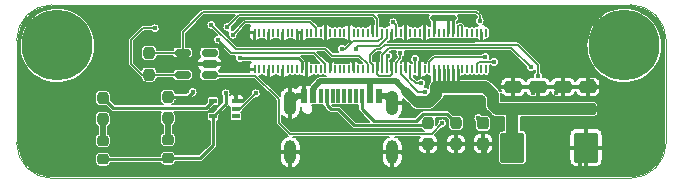
<source format=gtl>
G04 #@! TF.GenerationSoftware,KiCad,Pcbnew,(6.0.0)*
G04 #@! TF.CreationDate,2022-02-03T13:29:45+01:00*
G04 #@! TF.ProjectId,MinCab,4d696e43-6162-42e6-9b69-6361645f7063,rev?*
G04 #@! TF.SameCoordinates,Original*
G04 #@! TF.FileFunction,Copper,L1,Top*
G04 #@! TF.FilePolarity,Positive*
%FSLAX46Y46*%
G04 Gerber Fmt 4.6, Leading zero omitted, Abs format (unit mm)*
G04 Created by KiCad (PCBNEW (6.0.0)) date 2022-02-03 13:29:45*
%MOMM*%
%LPD*%
G01*
G04 APERTURE LIST*
G04 Aperture macros list*
%AMRoundRect*
0 Rectangle with rounded corners*
0 $1 Rounding radius*
0 $2 $3 $4 $5 $6 $7 $8 $9 X,Y pos of 4 corners*
0 Add a 4 corners polygon primitive as box body*
4,1,4,$2,$3,$4,$5,$6,$7,$8,$9,$2,$3,0*
0 Add four circle primitives for the rounded corners*
1,1,$1+$1,$2,$3*
1,1,$1+$1,$4,$5*
1,1,$1+$1,$6,$7*
1,1,$1+$1,$8,$9*
0 Add four rect primitives between the rounded corners*
20,1,$1+$1,$2,$3,$4,$5,0*
20,1,$1+$1,$4,$5,$6,$7,0*
20,1,$1+$1,$6,$7,$8,$9,0*
20,1,$1+$1,$8,$9,$2,$3,0*%
G04 Aperture macros list end*
G04 #@! TA.AperFunction,Profile*
%ADD10C,0.050000*%
G04 #@! TD*
G04 #@! TA.AperFunction,SMDPad,CuDef*
%ADD11RoundRect,0.250000X0.475000X-0.250000X0.475000X0.250000X-0.475000X0.250000X-0.475000X-0.250000X0*%
G04 #@! TD*
G04 #@! TA.AperFunction,SMDPad,CuDef*
%ADD12RoundRect,0.150000X0.512500X0.150000X-0.512500X0.150000X-0.512500X-0.150000X0.512500X-0.150000X0*%
G04 #@! TD*
G04 #@! TA.AperFunction,SMDPad,CuDef*
%ADD13R,0.200000X0.700000*%
G04 #@! TD*
G04 #@! TA.AperFunction,ComponentPad*
%ADD14C,6.000000*%
G04 #@! TD*
G04 #@! TA.AperFunction,SMDPad,CuDef*
%ADD15RoundRect,0.237500X-0.237500X0.250000X-0.237500X-0.250000X0.237500X-0.250000X0.237500X0.250000X0*%
G04 #@! TD*
G04 #@! TA.AperFunction,SMDPad,CuDef*
%ADD16RoundRect,0.237500X0.237500X-0.250000X0.237500X0.250000X-0.237500X0.250000X-0.237500X-0.250000X0*%
G04 #@! TD*
G04 #@! TA.AperFunction,SMDPad,CuDef*
%ADD17R,0.650000X0.400000*%
G04 #@! TD*
G04 #@! TA.AperFunction,SMDPad,CuDef*
%ADD18RoundRect,0.218750X-0.256250X0.218750X-0.256250X-0.218750X0.256250X-0.218750X0.256250X0.218750X0*%
G04 #@! TD*
G04 #@! TA.AperFunction,SMDPad,CuDef*
%ADD19R,0.600000X1.150000*%
G04 #@! TD*
G04 #@! TA.AperFunction,SMDPad,CuDef*
%ADD20R,0.300000X1.150000*%
G04 #@! TD*
G04 #@! TA.AperFunction,ComponentPad*
%ADD21O,1.050000X2.100000*%
G04 #@! TD*
G04 #@! TA.AperFunction,ComponentPad*
%ADD22O,1.000000X2.000000*%
G04 #@! TD*
G04 #@! TA.AperFunction,SMDPad,CuDef*
%ADD23RoundRect,0.237500X-0.237500X0.300000X-0.237500X-0.300000X0.237500X-0.300000X0.237500X0.300000X0*%
G04 #@! TD*
G04 #@! TA.AperFunction,SMDPad,CuDef*
%ADD24RoundRect,0.250000X-0.787500X-1.025000X0.787500X-1.025000X0.787500X1.025000X-0.787500X1.025000X0*%
G04 #@! TD*
G04 #@! TA.AperFunction,ViaPad*
%ADD25C,0.450000*%
G04 #@! TD*
G04 #@! TA.AperFunction,Conductor*
%ADD26C,0.230000*%
G04 #@! TD*
G04 #@! TA.AperFunction,Conductor*
%ADD27C,0.500000*%
G04 #@! TD*
G04 #@! TA.AperFunction,Conductor*
%ADD28C,0.130000*%
G04 #@! TD*
G04 #@! TA.AperFunction,Conductor*
%ADD29C,1.000000*%
G04 #@! TD*
G04 #@! TA.AperFunction,Conductor*
%ADD30C,0.800000*%
G04 #@! TD*
G04 #@! TA.AperFunction,Conductor*
%ADD31C,0.200000*%
G04 #@! TD*
G04 #@! TA.AperFunction,Conductor*
%ADD32C,0.127000*%
G04 #@! TD*
G04 APERTURE END LIST*
D10*
X117300000Y-91200000D02*
G75*
G03*
X120300000Y-94200000I3000001J1D01*
G01*
X172300000Y-82500000D02*
X172300000Y-91200000D01*
X169300000Y-94200000D02*
X120300000Y-94200000D01*
X172300000Y-82500000D02*
G75*
G03*
X169300000Y-79500000I-3000001J-1D01*
G01*
X169300000Y-94200000D02*
G75*
G03*
X172300000Y-91200000I-1J3000001D01*
G01*
X120300000Y-79500000D02*
X169300000Y-79500000D01*
X120300000Y-79500000D02*
G75*
G03*
X117300000Y-82500000I1J-3000001D01*
G01*
X117300000Y-82500000D02*
X117300000Y-91200000D01*
D11*
X159350000Y-88350000D03*
X159350000Y-86450000D03*
X161450000Y-88350000D03*
X161450000Y-86450000D03*
D12*
X133637500Y-85450000D03*
X133637500Y-84500000D03*
X133637500Y-83550000D03*
X131362500Y-83550000D03*
X131362500Y-85450000D03*
D13*
X137450000Y-84950000D03*
X137450000Y-81870000D03*
X137850000Y-84950000D03*
X137850000Y-81870000D03*
X138250000Y-84950000D03*
X138250000Y-81870000D03*
X138650000Y-84950000D03*
X138650000Y-81870000D03*
X139050000Y-84950000D03*
X139050000Y-81870000D03*
X139450000Y-84950000D03*
X139450000Y-81870000D03*
X139850000Y-84950000D03*
X139850000Y-81870000D03*
X140250000Y-84950000D03*
X140250000Y-81870000D03*
X140650000Y-84950000D03*
X140650000Y-81870000D03*
X141050000Y-84950000D03*
X141050000Y-81870000D03*
X141450000Y-84950000D03*
X141450000Y-81870000D03*
X141850000Y-84950000D03*
X141850000Y-81870000D03*
X142250000Y-84950000D03*
X142250000Y-81870000D03*
X142650000Y-84950000D03*
X142650000Y-81870000D03*
X143050000Y-84950000D03*
X143050000Y-81870000D03*
X143450000Y-84950000D03*
X143450000Y-81870000D03*
X143850000Y-84950000D03*
X143850000Y-81870000D03*
X144250000Y-84950000D03*
X144250000Y-81870000D03*
X144650000Y-84950000D03*
X144650000Y-81870000D03*
X145050000Y-84950000D03*
X145050000Y-81870000D03*
X145450000Y-84950000D03*
X145450000Y-81870000D03*
X145850000Y-84950000D03*
X145850000Y-81870000D03*
X146250000Y-84950000D03*
X146250000Y-81870000D03*
X146650000Y-84950000D03*
X146650000Y-81870000D03*
X147050000Y-84950000D03*
X147050000Y-81870000D03*
X147450000Y-84950000D03*
X147450000Y-81870000D03*
X147850000Y-84950000D03*
X147850000Y-81870000D03*
X148250000Y-84950000D03*
X148250000Y-81870000D03*
X148650000Y-84950000D03*
X148650000Y-81870000D03*
X149050000Y-84950000D03*
X149050000Y-81870000D03*
X149450000Y-84950000D03*
X149450000Y-81870000D03*
X149850000Y-84950000D03*
X149850000Y-81870000D03*
X150250000Y-84950000D03*
X150250000Y-81870000D03*
X150650000Y-84950000D03*
X150650000Y-81870000D03*
X151050000Y-84950000D03*
X151050000Y-81870000D03*
X151450000Y-84950000D03*
X151450000Y-81870000D03*
X151850000Y-84950000D03*
X151850000Y-81870000D03*
X152250000Y-84950000D03*
X152250000Y-81870000D03*
X152650000Y-84950000D03*
X152650000Y-81870000D03*
X153050000Y-84950000D03*
X153050000Y-81870000D03*
X153450000Y-84950000D03*
X153450000Y-81870000D03*
X153850000Y-84950000D03*
X153850000Y-81870000D03*
X154250000Y-84950000D03*
X154250000Y-81870000D03*
X154650000Y-84950000D03*
X154650000Y-81870000D03*
X155050000Y-84950000D03*
X155050000Y-81870000D03*
X155450000Y-84950000D03*
X155450000Y-81870000D03*
X155850000Y-84950000D03*
X155850000Y-81870000D03*
X156250000Y-84950000D03*
X156250000Y-81870000D03*
X156650000Y-84950000D03*
X156650000Y-81870000D03*
X157050000Y-84950000D03*
X157050000Y-81870000D03*
D14*
X120750000Y-82950000D03*
X168750000Y-82950000D03*
D15*
X154500000Y-89487500D03*
X154500000Y-91312500D03*
D16*
X128500000Y-85412500D03*
X128500000Y-83587500D03*
X124600000Y-89200000D03*
X124600000Y-87375000D03*
D17*
X135850000Y-88950000D03*
X135850000Y-88300000D03*
X135850000Y-87650000D03*
X133950000Y-87650000D03*
X133950000Y-88950000D03*
D16*
X130100000Y-89112500D03*
X130100000Y-87287500D03*
D18*
X124600000Y-91000000D03*
X124600000Y-92575000D03*
D11*
X165650000Y-88350000D03*
X165650000Y-86450000D03*
X163550000Y-88350000D03*
X163550000Y-86450000D03*
D16*
X152150000Y-91312500D03*
X152150000Y-89487500D03*
D19*
X141600000Y-87245000D03*
X142400000Y-87245000D03*
D20*
X143550000Y-87245000D03*
X144550000Y-87245000D03*
X145050000Y-87245000D03*
X146050000Y-87245000D03*
D19*
X148000000Y-87245000D03*
X147200000Y-87245000D03*
D20*
X146550000Y-87245000D03*
X145550000Y-87245000D03*
X144050000Y-87245000D03*
X143050000Y-87245000D03*
D21*
X140480000Y-87820000D03*
D22*
X140480000Y-92000000D03*
X149120000Y-92000000D03*
D21*
X149120000Y-87820000D03*
D23*
X156800000Y-89550000D03*
X156800000Y-91275000D03*
D24*
X159287500Y-91600000D03*
X165512500Y-91600000D03*
D18*
X130100000Y-90912500D03*
X130100000Y-92487500D03*
D25*
X154300000Y-80600000D03*
X126000000Y-92000000D03*
X132200000Y-86900000D03*
X136200000Y-84000000D03*
X119000000Y-89000000D03*
X166000000Y-80000000D03*
X160000000Y-80000000D03*
X154000000Y-93000000D03*
X136000000Y-92000000D03*
X118000000Y-88000000D03*
X139000000Y-91000000D03*
X163000000Y-87000000D03*
X140000000Y-86000000D03*
X137000000Y-91000000D03*
X144000000Y-89000000D03*
X171000000Y-91000000D03*
X163000000Y-91000000D03*
X126000000Y-82000000D03*
X137000000Y-89000000D03*
X138000000Y-88000000D03*
X164000000Y-84000000D03*
X171000000Y-89000000D03*
X143000000Y-92000000D03*
X131000000Y-93000000D03*
X162000000Y-80000000D03*
X151600000Y-81000000D03*
X165000000Y-85000000D03*
X150000000Y-91000000D03*
X163000000Y-83000000D03*
X168000000Y-88000000D03*
X142000000Y-86000000D03*
X125000000Y-85000000D03*
X168000000Y-90000000D03*
X155500000Y-80800000D03*
X153000000Y-92000000D03*
X157000000Y-92000000D03*
X125000000Y-81000000D03*
X145000000Y-81000000D03*
X164000000Y-90000000D03*
X169000000Y-87000000D03*
X167000000Y-93000000D03*
X163000000Y-85000000D03*
X126000000Y-86000000D03*
X169000000Y-89000000D03*
X165000000Y-93000000D03*
X131000000Y-91000000D03*
X162000000Y-84000000D03*
X165000000Y-81000000D03*
X170000000Y-88000000D03*
X162000000Y-92000000D03*
X157750000Y-85250000D03*
X138000000Y-90000000D03*
X132000000Y-90000000D03*
X130000000Y-80000000D03*
X132000000Y-80000000D03*
X162000000Y-90000000D03*
X147700000Y-84000000D03*
X118000000Y-86000000D03*
X146000000Y-93000000D03*
X127000000Y-87000000D03*
X119000000Y-91000000D03*
X136950000Y-82700000D03*
X158000000Y-80000000D03*
X150000000Y-93000000D03*
X146400000Y-81000000D03*
X167000000Y-89000000D03*
X159000000Y-81000000D03*
X147000000Y-92000000D03*
X126000000Y-84000000D03*
X123000000Y-87000000D03*
X170000000Y-90000000D03*
X169000000Y-93000000D03*
X161000000Y-87000000D03*
X171000000Y-87000000D03*
X133000000Y-87000000D03*
X143850000Y-84270000D03*
X143600000Y-81000000D03*
X130000000Y-86000000D03*
X132000000Y-92000000D03*
X131000000Y-81000000D03*
X126000000Y-80000000D03*
X161000000Y-83000000D03*
X148000000Y-91000000D03*
X126000000Y-90000000D03*
X163000000Y-93000000D03*
X129000000Y-87000000D03*
X145000000Y-90000000D03*
X145000000Y-92000000D03*
X124000000Y-80000000D03*
X121000000Y-87000000D03*
X131000000Y-89000000D03*
X144000000Y-91000000D03*
X124000000Y-86000000D03*
X152000000Y-93000000D03*
X133000000Y-93000000D03*
X135000000Y-93000000D03*
X144000000Y-93000000D03*
X158000000Y-90000000D03*
X128000000Y-80000000D03*
X139000000Y-89000000D03*
X127000000Y-81000000D03*
X123000000Y-91000000D03*
X156000000Y-93000000D03*
X125000000Y-83000000D03*
X168000000Y-92000000D03*
X166000000Y-86000000D03*
X137000000Y-93000000D03*
X151000000Y-92000000D03*
X143000000Y-90000000D03*
X142000000Y-93000000D03*
X162000000Y-82000000D03*
X169000000Y-91000000D03*
X163000000Y-81000000D03*
X150400000Y-81000000D03*
X118000000Y-92000000D03*
X164000000Y-82000000D03*
X146000000Y-89000000D03*
X138000000Y-92000000D03*
X164000000Y-92000000D03*
X161000000Y-81000000D03*
X139000000Y-93000000D03*
X161000000Y-93000000D03*
X142000000Y-91000000D03*
X164000000Y-80000000D03*
X165000000Y-83000000D03*
X119000000Y-87000000D03*
X123000000Y-89000000D03*
X123000000Y-93000000D03*
X118000000Y-90000000D03*
X136000000Y-90000000D03*
X170000000Y-92000000D03*
X148000000Y-93000000D03*
X167000000Y-87000000D03*
X146000000Y-91000000D03*
X119000000Y-93000000D03*
X160100000Y-85200000D03*
X135000000Y-91000000D03*
X156400000Y-89100000D03*
X153350000Y-89550000D03*
X157750000Y-84350000D03*
X137550000Y-87000000D03*
X157000000Y-83930500D03*
X156500000Y-80850000D03*
X149800000Y-83600000D03*
X151052236Y-84103267D03*
X151550000Y-86150000D03*
X151850000Y-86850000D03*
X149200000Y-81000000D03*
X148750000Y-83850000D03*
X135150000Y-81400000D03*
X144834086Y-83260543D03*
X145999474Y-83250496D03*
X133800000Y-81204500D03*
X161450000Y-85500000D03*
X160850000Y-84800000D03*
X135600000Y-82025000D03*
X134350000Y-82450000D03*
X143000000Y-86000000D03*
X157550000Y-87800000D03*
X150600000Y-87200000D03*
X157550000Y-86950000D03*
X129000000Y-81500000D03*
X152600000Y-80600000D03*
X135000000Y-87000000D03*
D26*
X124600000Y-87375000D02*
X125475000Y-88250000D01*
X133350000Y-88250000D02*
X133950000Y-87650000D01*
X125475000Y-88250000D02*
X133350000Y-88250000D01*
X141450000Y-84300000D02*
X141450000Y-84950000D01*
X141150000Y-84000000D02*
X141450000Y-84300000D01*
X130100000Y-87287500D02*
X131812500Y-87287500D01*
X131812500Y-87287500D02*
X132200000Y-86900000D01*
X136200000Y-84000000D02*
X141150000Y-84000000D01*
X153767980Y-88755480D02*
X154500000Y-89487500D01*
X147540480Y-89340480D02*
X151121260Y-89340480D01*
X146550000Y-87245000D02*
X146550000Y-88350000D01*
X151121260Y-89340480D02*
X151706260Y-88755480D01*
X146550000Y-88350000D02*
X147540480Y-89340480D01*
X151706260Y-88755480D02*
X153767980Y-88755480D01*
X144550000Y-88350000D02*
X145900000Y-89700000D01*
X143550000Y-87959022D02*
X143940978Y-88350000D01*
X145900000Y-89700000D02*
X151937500Y-89700000D01*
X151937500Y-89700000D02*
X152150000Y-89487500D01*
X143940978Y-88350000D02*
X144550000Y-88350000D01*
X143550000Y-87245000D02*
X143550000Y-87959022D01*
D27*
X130100000Y-90912500D02*
X130100000Y-89112500D01*
X124600000Y-91000000D02*
X124600000Y-89200000D01*
D28*
X148900000Y-85500000D02*
X147960978Y-85500000D01*
X149050000Y-85350000D02*
X148900000Y-85500000D01*
X145501020Y-84200000D02*
X144250000Y-84200000D01*
X145850000Y-84950000D02*
X145850000Y-84548980D01*
X144250000Y-84200000D02*
X143920000Y-84200000D01*
D27*
X148545000Y-87245000D02*
X149120000Y-87820000D01*
X148000000Y-87245000D02*
X148545000Y-87245000D01*
D28*
X143920000Y-84200000D02*
X143850000Y-84270000D01*
D27*
X141600000Y-87245000D02*
X141055000Y-87245000D01*
X141055000Y-87245000D02*
X140480000Y-87820000D01*
D28*
X147850000Y-85389022D02*
X147850000Y-84950000D01*
X147960978Y-85500000D02*
X147850000Y-85389022D01*
X145850000Y-84548980D02*
X145501020Y-84200000D01*
X143850000Y-84548980D02*
X143850000Y-84950000D01*
X149050000Y-84950000D02*
X149050000Y-85350000D01*
X144250000Y-84200000D02*
X144198980Y-84200000D01*
X144198980Y-84200000D02*
X143850000Y-84548980D01*
X156400000Y-89300000D02*
X156650000Y-89550000D01*
X156400000Y-89100000D02*
X156400000Y-89300000D01*
X156400000Y-89150000D02*
X156800000Y-89550000D01*
X140419511Y-90419511D02*
X139500000Y-89500000D01*
X152480489Y-90419511D02*
X140419511Y-90419511D01*
X137494511Y-85494511D02*
X133682011Y-85494511D01*
X153350000Y-89550000D02*
X152480489Y-90419511D01*
X156400000Y-89100000D02*
X156400000Y-89150000D01*
X133682011Y-85494511D02*
X133637500Y-85450000D01*
X139500000Y-89500000D02*
X139500000Y-87500000D01*
X139500000Y-87500000D02*
X137494511Y-85494511D01*
X156250000Y-84550000D02*
X156250000Y-84950000D01*
X156450000Y-84350000D02*
X156250000Y-84550000D01*
X157750000Y-84350000D02*
X156450000Y-84350000D01*
X137550000Y-87000000D02*
X136250000Y-88300000D01*
X136250000Y-88300000D02*
X135850000Y-88300000D01*
X131325000Y-83587500D02*
X131362500Y-83550000D01*
X152250000Y-84350000D02*
X152250000Y-84950000D01*
X156500000Y-80400000D02*
X156240480Y-80140480D01*
X156240480Y-80140480D02*
X133072020Y-80140480D01*
X156500000Y-80850000D02*
X156500000Y-80400000D01*
X128500000Y-83587500D02*
X131325000Y-83587500D01*
X157000000Y-83930500D02*
X156980500Y-83950000D01*
X133072020Y-80140480D02*
X131362500Y-81850000D01*
X156980500Y-83950000D02*
X152650000Y-83950000D01*
X152650000Y-83950000D02*
X152250000Y-84350000D01*
X131362500Y-81850000D02*
X131362500Y-83550000D01*
X149800000Y-83600000D02*
X149800000Y-84050000D01*
X149800000Y-84050000D02*
X149450000Y-84400000D01*
X149450000Y-84400000D02*
X149450000Y-84950000D01*
X151052236Y-84103267D02*
X151052236Y-84947764D01*
X151052236Y-84947764D02*
X151050000Y-84950000D01*
X150650000Y-85700000D02*
X150650000Y-84950000D01*
X151550000Y-86150000D02*
X151100000Y-86150000D01*
X151100000Y-86150000D02*
X150650000Y-85700000D01*
X151850000Y-86850000D02*
X151310978Y-86850000D01*
X151310978Y-86850000D02*
X149850000Y-85389022D01*
X149850000Y-85389022D02*
X149850000Y-84950000D01*
X149200000Y-81000000D02*
X149450000Y-81250000D01*
X149450000Y-81250000D02*
X149450000Y-81870000D01*
X148650000Y-83950000D02*
X148650000Y-84950000D01*
X148750000Y-83850000D02*
X148650000Y-83950000D01*
X147500000Y-80400000D02*
X147850000Y-80750000D01*
X147850000Y-80750000D02*
X147850000Y-81870000D01*
X135150000Y-81400000D02*
X136150000Y-80400000D01*
X136150000Y-80400000D02*
X147500000Y-80400000D01*
X147921020Y-82600000D02*
X148200000Y-82321020D01*
X144834086Y-83260543D02*
X145139457Y-83260543D01*
X145800000Y-82600000D02*
X147921020Y-82600000D01*
X148200000Y-82321020D02*
X148200000Y-81920000D01*
X148200000Y-81920000D02*
X148250000Y-81870000D01*
X145139457Y-83260543D02*
X145800000Y-82600000D01*
X148650000Y-82350000D02*
X148650000Y-81870000D01*
X145999474Y-83250496D02*
X146249970Y-83000000D01*
X148000000Y-83000000D02*
X148650000Y-82350000D01*
X146249970Y-83000000D02*
X148000000Y-83000000D01*
X135845500Y-83250000D02*
X143450000Y-83250000D01*
X147050000Y-84548980D02*
X147050000Y-84950000D01*
X144000000Y-83800000D02*
X146301020Y-83800000D01*
X146301020Y-83800000D02*
X147050000Y-84548980D01*
X133800000Y-81204500D02*
X135845500Y-83250000D01*
X143450000Y-83250000D02*
X144000000Y-83800000D01*
X147200000Y-83750000D02*
X147200000Y-84331964D01*
X147690480Y-83259520D02*
X147200000Y-83750000D01*
X159714248Y-82870969D02*
X156068736Y-82870969D01*
X147200000Y-84331964D02*
X147450000Y-84581964D01*
X156049225Y-82890480D02*
X148476536Y-82890480D01*
X147450000Y-84581964D02*
X147450000Y-84950000D01*
X161450000Y-85500000D02*
X161450000Y-84606721D01*
X148107496Y-83259520D02*
X147690480Y-83259520D01*
X161450000Y-84606721D02*
X159714248Y-82870969D01*
X156068736Y-82870969D02*
X156049225Y-82890480D01*
X148476536Y-82890480D02*
X148107496Y-83259520D01*
X148250000Y-83756721D02*
X148250000Y-84950000D01*
X156156721Y-83150000D02*
X148856721Y-83150000D01*
X160850000Y-84800000D02*
X159180489Y-83130489D01*
X156176232Y-83130489D02*
X156156721Y-83150000D01*
X159180489Y-83130489D02*
X156176232Y-83130489D01*
X148856721Y-83150000D02*
X148250000Y-83756721D01*
X135600000Y-82025000D02*
X136625000Y-81000000D01*
X136625000Y-81000000D02*
X142181020Y-81000000D01*
X142181020Y-81000000D02*
X142650000Y-81468980D01*
X142650000Y-81468980D02*
X142650000Y-81870000D01*
X143450000Y-84550000D02*
X143450000Y-84950000D01*
X142475000Y-83575000D02*
X143450000Y-84550000D01*
X135475000Y-83575000D02*
X135925000Y-83575000D01*
X142475000Y-83575000D02*
X135925000Y-83575000D01*
X134350000Y-82450000D02*
X135475000Y-83575000D01*
X155050000Y-81300000D02*
X154950000Y-81200000D01*
X154950000Y-81200000D02*
X154750000Y-81200000D01*
X154750000Y-81200000D02*
X154650000Y-81300000D01*
X154650000Y-81300000D02*
X154650000Y-81870000D01*
X155050000Y-81870000D02*
X155050000Y-81300000D01*
D27*
X150200000Y-86800000D02*
X149400000Y-86000000D01*
D26*
X152800000Y-86500000D02*
X153450000Y-86500000D01*
D27*
X142400000Y-86600000D02*
X143000000Y-86000000D01*
D29*
X153800000Y-86500000D02*
X152800000Y-86500000D01*
X157000000Y-86500000D02*
X157650000Y-87150000D01*
D27*
X149400000Y-86000000D02*
X147400000Y-86000000D01*
D29*
X152800000Y-87108462D02*
X152800000Y-86500000D01*
D27*
X143000000Y-86000000D02*
X147400000Y-86000000D01*
D26*
X153850000Y-86450000D02*
X153800000Y-86500000D01*
D29*
X165650000Y-88350000D02*
X158900000Y-88350000D01*
D26*
X152650000Y-86350000D02*
X152650000Y-84950000D01*
D29*
X157650000Y-87150000D02*
X157650000Y-88000000D01*
D26*
X154650000Y-84950000D02*
X154650000Y-86050000D01*
D27*
X147200000Y-86200000D02*
X147400000Y-86000000D01*
D29*
X155100000Y-86500000D02*
X154500000Y-86500000D01*
X155100000Y-86500000D02*
X157000000Y-86500000D01*
D26*
X152800000Y-86500000D02*
X152650000Y-86350000D01*
D29*
X152203951Y-87704511D02*
X152800000Y-87108462D01*
D26*
X153850000Y-84950000D02*
X153850000Y-86450000D01*
X154650000Y-86050000D02*
X155100000Y-86500000D01*
D29*
X159287500Y-88737500D02*
X158900000Y-88350000D01*
D27*
X142400000Y-87245000D02*
X142400000Y-86600000D01*
D29*
X159287500Y-91600000D02*
X159287500Y-88737500D01*
D26*
X154250000Y-86250000D02*
X154500000Y-86500000D01*
X153050000Y-86050000D02*
X153050000Y-84950000D01*
D30*
X150200000Y-86800000D02*
X151100000Y-87700000D01*
D27*
X147200000Y-87245000D02*
X147200000Y-86200000D01*
D30*
X151100000Y-87700000D02*
X151250000Y-87700000D01*
D29*
X157650000Y-88000000D02*
X158000000Y-88350000D01*
X151254511Y-87704511D02*
X152203951Y-87704511D01*
X154500000Y-86500000D02*
X153800000Y-86500000D01*
D26*
X154250000Y-84950000D02*
X154250000Y-86250000D01*
D29*
X158000000Y-88350000D02*
X158900000Y-88350000D01*
X151250000Y-87700000D02*
X151254511Y-87704511D01*
D26*
X153450000Y-86500000D02*
X153450000Y-84950000D01*
D28*
X127000000Y-84500000D02*
X127000000Y-82500000D01*
D27*
X153900000Y-80600000D02*
X154300000Y-80600000D01*
D28*
X127000000Y-82500000D02*
X127500000Y-82000000D01*
D26*
X153850000Y-80650000D02*
X153900000Y-80600000D01*
X133950000Y-88950000D02*
X135000000Y-87900000D01*
D28*
X127500000Y-82000000D02*
X128000000Y-81500000D01*
D26*
X135000000Y-87900000D02*
X135000000Y-87000000D01*
D28*
X127912500Y-85412500D02*
X127000000Y-84500000D01*
D26*
X153850000Y-81870000D02*
X153850000Y-80650000D01*
X132862500Y-92487500D02*
X133950000Y-91400000D01*
X130100000Y-92487500D02*
X132862500Y-92487500D01*
X154250000Y-80650000D02*
X154300000Y-80600000D01*
D28*
X128500000Y-85412500D02*
X127912500Y-85412500D01*
D26*
X154250000Y-81870000D02*
X154250000Y-80650000D01*
X152650000Y-81870000D02*
X152650000Y-80650000D01*
X152650000Y-80650000D02*
X152600000Y-80600000D01*
D31*
X130012500Y-92575000D02*
X130100000Y-92487500D01*
D28*
X131325000Y-85412500D02*
X131362500Y-85450000D01*
D26*
X124600000Y-92575000D02*
X130012500Y-92575000D01*
D28*
X128000000Y-81500000D02*
X129000000Y-81500000D01*
X128500000Y-85412500D02*
X131325000Y-85412500D01*
D27*
X152600000Y-80600000D02*
X153900000Y-80600000D01*
D26*
X133950000Y-91400000D02*
X133950000Y-88950000D01*
D32*
X169283824Y-79691850D02*
X169316177Y-79691850D01*
X169320321Y-79690740D01*
X169614667Y-79707270D01*
X169925377Y-79760062D01*
X170228217Y-79847308D01*
X170519390Y-79967917D01*
X170795216Y-80120361D01*
X171052261Y-80302743D01*
X171287253Y-80512747D01*
X171497257Y-80747739D01*
X171679639Y-81004784D01*
X171832083Y-81280610D01*
X171952692Y-81571783D01*
X172039938Y-81874623D01*
X172092730Y-82185333D01*
X172109260Y-82479679D01*
X172108150Y-82483823D01*
X172108150Y-82516176D01*
X172110500Y-82524947D01*
X172110500Y-91175053D01*
X172108150Y-91183824D01*
X172108150Y-91216177D01*
X172109260Y-91220321D01*
X172092730Y-91514667D01*
X172039938Y-91825377D01*
X171952692Y-92128217D01*
X171832083Y-92419390D01*
X171679639Y-92695216D01*
X171497257Y-92952261D01*
X171287253Y-93187253D01*
X171052261Y-93397257D01*
X170795216Y-93579639D01*
X170519390Y-93732083D01*
X170228217Y-93852692D01*
X169925377Y-93939938D01*
X169614667Y-93992730D01*
X169320321Y-94009260D01*
X169316177Y-94008150D01*
X169283824Y-94008150D01*
X169275053Y-94010500D01*
X120324947Y-94010500D01*
X120316176Y-94008150D01*
X120283823Y-94008150D01*
X120279679Y-94009260D01*
X119985333Y-93992730D01*
X119674623Y-93939938D01*
X119371783Y-93852692D01*
X119080610Y-93732083D01*
X118804784Y-93579639D01*
X118547739Y-93397257D01*
X118312747Y-93187253D01*
X118102743Y-92952261D01*
X118013761Y-92826852D01*
X123932000Y-92826852D01*
X123932666Y-92835954D01*
X123942771Y-92904600D01*
X123948502Y-92923043D01*
X123999745Y-93027413D01*
X124011693Y-93044101D01*
X124093980Y-93126244D01*
X124110688Y-93138162D01*
X124215147Y-93189223D01*
X124233572Y-93194917D01*
X124301626Y-93204845D01*
X124310648Y-93205500D01*
X124889352Y-93205500D01*
X124898454Y-93204834D01*
X124967100Y-93194729D01*
X124985543Y-93188998D01*
X125089913Y-93137755D01*
X125106601Y-93125807D01*
X125188744Y-93043520D01*
X125200662Y-93026812D01*
X125251723Y-92922353D01*
X125257417Y-92903928D01*
X125260470Y-92883000D01*
X129471802Y-92883000D01*
X129499745Y-92939913D01*
X129511693Y-92956601D01*
X129593980Y-93038744D01*
X129610688Y-93050662D01*
X129715147Y-93101723D01*
X129733572Y-93107417D01*
X129801626Y-93117345D01*
X129810648Y-93118000D01*
X130389352Y-93118000D01*
X130398454Y-93117334D01*
X130467100Y-93107229D01*
X130485543Y-93101498D01*
X130589913Y-93050255D01*
X130606601Y-93038307D01*
X130688744Y-92956020D01*
X130700662Y-92939312D01*
X130751723Y-92834853D01*
X130757417Y-92816428D01*
X130760470Y-92795500D01*
X132832164Y-92795500D01*
X132850307Y-92799109D01*
X132874693Y-92799109D01*
X132970483Y-92780055D01*
X132993013Y-92770723D01*
X133028824Y-92746795D01*
X133074219Y-92716463D01*
X133091463Y-92699219D01*
X133101742Y-92683835D01*
X133240448Y-92545129D01*
X139617500Y-92545129D01*
X139617889Y-92552096D01*
X139632833Y-92685327D01*
X139635921Y-92698914D01*
X139694946Y-92868410D01*
X139700966Y-92880976D01*
X139796075Y-93033182D01*
X139804730Y-93044102D01*
X139931197Y-93171455D01*
X139942056Y-93180185D01*
X140093595Y-93276355D01*
X140106118Y-93282464D01*
X140275197Y-93342670D01*
X140288762Y-93345851D01*
X140322599Y-93349886D01*
X140368650Y-93336942D01*
X140392060Y-93295227D01*
X140392449Y-93288686D01*
X140567500Y-93288686D01*
X140585806Y-93332880D01*
X140630000Y-93351186D01*
X140636532Y-93350844D01*
X140659407Y-93348440D01*
X140673017Y-93345448D01*
X140842921Y-93287608D01*
X140855528Y-93281675D01*
X141008395Y-93187631D01*
X141019375Y-93179052D01*
X141147607Y-93053477D01*
X141156413Y-93042680D01*
X141253639Y-92891816D01*
X141259835Y-92879335D01*
X141321220Y-92710680D01*
X141324496Y-92697137D01*
X141342007Y-92558525D01*
X141342500Y-92550692D01*
X141342500Y-92545129D01*
X148257500Y-92545129D01*
X148257889Y-92552096D01*
X148272833Y-92685327D01*
X148275921Y-92698914D01*
X148334946Y-92868410D01*
X148340966Y-92880976D01*
X148436075Y-93033182D01*
X148444730Y-93044102D01*
X148571197Y-93171455D01*
X148582056Y-93180185D01*
X148733595Y-93276355D01*
X148746118Y-93282464D01*
X148915197Y-93342670D01*
X148928762Y-93345851D01*
X148962599Y-93349886D01*
X149008650Y-93336942D01*
X149032060Y-93295227D01*
X149032449Y-93288686D01*
X149207500Y-93288686D01*
X149225806Y-93332880D01*
X149270000Y-93351186D01*
X149276532Y-93350844D01*
X149299407Y-93348440D01*
X149313017Y-93345448D01*
X149482921Y-93287608D01*
X149495528Y-93281675D01*
X149648395Y-93187631D01*
X149659375Y-93179052D01*
X149787607Y-93053477D01*
X149796413Y-93042680D01*
X149893639Y-92891816D01*
X149899835Y-92879335D01*
X149961220Y-92710680D01*
X149964496Y-92697137D01*
X149982007Y-92558525D01*
X149982500Y-92550692D01*
X149982500Y-92150000D01*
X149964194Y-92105806D01*
X149920000Y-92087500D01*
X149270000Y-92087500D01*
X149225806Y-92105806D01*
X149207500Y-92150000D01*
X149207500Y-93288686D01*
X149032449Y-93288686D01*
X149032500Y-93287826D01*
X149032500Y-92150000D01*
X149014194Y-92105806D01*
X148970000Y-92087500D01*
X148320000Y-92087500D01*
X148275806Y-92105806D01*
X148257500Y-92150000D01*
X148257500Y-92545129D01*
X141342500Y-92545129D01*
X141342500Y-92150000D01*
X141324194Y-92105806D01*
X141280000Y-92087500D01*
X140630000Y-92087500D01*
X140585806Y-92105806D01*
X140567500Y-92150000D01*
X140567500Y-93288686D01*
X140392449Y-93288686D01*
X140392500Y-93287826D01*
X140392500Y-92150000D01*
X140374194Y-92105806D01*
X140330000Y-92087500D01*
X139680000Y-92087500D01*
X139635806Y-92105806D01*
X139617500Y-92150000D01*
X139617500Y-92545129D01*
X133240448Y-92545129D01*
X134146335Y-91639242D01*
X134161719Y-91628963D01*
X134178963Y-91611719D01*
X134212161Y-91562033D01*
X134233222Y-91530514D01*
X134242555Y-91507983D01*
X134261609Y-91412193D01*
X134261609Y-91387807D01*
X134258000Y-91369664D01*
X134258000Y-89342999D01*
X134287854Y-89342999D01*
X134300045Y-89341799D01*
X134338110Y-89334229D01*
X134360642Y-89324896D01*
X134403809Y-89296053D01*
X134421053Y-89278809D01*
X134449896Y-89235642D01*
X134459228Y-89213112D01*
X134466799Y-89175048D01*
X134468000Y-89162855D01*
X134467999Y-88867578D01*
X135196335Y-88139242D01*
X135211719Y-88128963D01*
X135228963Y-88111719D01*
X135246992Y-88084736D01*
X135308418Y-88146055D01*
X135327303Y-88158985D01*
X135332000Y-88161062D01*
X135332001Y-88512854D01*
X135333201Y-88525045D01*
X135340771Y-88563110D01*
X135350104Y-88585642D01*
X135376402Y-88625000D01*
X135350104Y-88664358D01*
X135340772Y-88686888D01*
X135333201Y-88724952D01*
X135332000Y-88737145D01*
X135332001Y-89162854D01*
X135333201Y-89175045D01*
X135340771Y-89213110D01*
X135350104Y-89235642D01*
X135378947Y-89278809D01*
X135396191Y-89296053D01*
X135439358Y-89324896D01*
X135461888Y-89334228D01*
X135499952Y-89341799D01*
X135512145Y-89343000D01*
X136187854Y-89342999D01*
X136200045Y-89341799D01*
X136238110Y-89334229D01*
X136260642Y-89324896D01*
X136303809Y-89296053D01*
X136321053Y-89278809D01*
X136349896Y-89235642D01*
X136359228Y-89213112D01*
X136366799Y-89175048D01*
X136368000Y-89162855D01*
X136367999Y-88737146D01*
X136366799Y-88724955D01*
X136359229Y-88686890D01*
X136349896Y-88664358D01*
X136323598Y-88625000D01*
X136349896Y-88585642D01*
X136359228Y-88563112D01*
X136364840Y-88534898D01*
X136375911Y-88529570D01*
X136399327Y-88510911D01*
X136405698Y-88506922D01*
X136416725Y-88498142D01*
X136422117Y-88492750D01*
X136445667Y-88473984D01*
X136463010Y-88452259D01*
X136463385Y-88451482D01*
X137499634Y-87415233D01*
X137540223Y-87421662D01*
X137559777Y-87421662D01*
X137671002Y-87404046D01*
X137689600Y-87398003D01*
X137789937Y-87346878D01*
X137805756Y-87335384D01*
X137885384Y-87255756D01*
X137896878Y-87239937D01*
X137948003Y-87139600D01*
X137954046Y-87121002D01*
X137971662Y-87009777D01*
X137971662Y-86990223D01*
X137954046Y-86878998D01*
X137948003Y-86860400D01*
X137896878Y-86760063D01*
X137885384Y-86744244D01*
X137805756Y-86664616D01*
X137789937Y-86653122D01*
X137689600Y-86601997D01*
X137671002Y-86595954D01*
X137559777Y-86578338D01*
X137540223Y-86578338D01*
X137428998Y-86595954D01*
X137410400Y-86601997D01*
X137310063Y-86653122D01*
X137294244Y-86664616D01*
X137214616Y-86744244D01*
X137203122Y-86760063D01*
X137151997Y-86860400D01*
X137145954Y-86878998D01*
X137128338Y-86990223D01*
X137128338Y-87009777D01*
X137134767Y-87050366D01*
X136447634Y-87737500D01*
X135762500Y-87737500D01*
X135762500Y-87500000D01*
X135937500Y-87500000D01*
X135955806Y-87544194D01*
X136000000Y-87562500D01*
X136475000Y-87562500D01*
X136519194Y-87544194D01*
X136537500Y-87500000D01*
X136537500Y-87405426D01*
X136537062Y-87398042D01*
X136533950Y-87371887D01*
X136529007Y-87353900D01*
X136483640Y-87251764D01*
X136470677Y-87232902D01*
X136391582Y-87153945D01*
X136372697Y-87141015D01*
X136270481Y-87095826D01*
X136252448Y-87090910D01*
X136226812Y-87087921D01*
X136219574Y-87087500D01*
X136000000Y-87087500D01*
X135955806Y-87105806D01*
X135937500Y-87150000D01*
X135937500Y-87500000D01*
X135762500Y-87500000D01*
X135762500Y-87150000D01*
X135744194Y-87105806D01*
X135700000Y-87087500D01*
X135480426Y-87087500D01*
X135473042Y-87087938D01*
X135446887Y-87091050D01*
X135428900Y-87095993D01*
X135406426Y-87105976D01*
X135421662Y-87009777D01*
X135421662Y-86990223D01*
X135404046Y-86878998D01*
X135398003Y-86860400D01*
X135346878Y-86760063D01*
X135335384Y-86744244D01*
X135255756Y-86664616D01*
X135239937Y-86653122D01*
X135139600Y-86601997D01*
X135121002Y-86595954D01*
X135009777Y-86578338D01*
X134990223Y-86578338D01*
X134878998Y-86595954D01*
X134860400Y-86601997D01*
X134760063Y-86653122D01*
X134744244Y-86664616D01*
X134664616Y-86744244D01*
X134653122Y-86760063D01*
X134601997Y-86860400D01*
X134595954Y-86878998D01*
X134578338Y-86990223D01*
X134578338Y-87009777D01*
X134595954Y-87121002D01*
X134601997Y-87139600D01*
X134653122Y-87239937D01*
X134664616Y-87255756D01*
X134692000Y-87283140D01*
X134692000Y-87772423D01*
X133907422Y-88557001D01*
X133612146Y-88557001D01*
X133599955Y-88558201D01*
X133561890Y-88565771D01*
X133539358Y-88575104D01*
X133496191Y-88603947D01*
X133478947Y-88621191D01*
X133450104Y-88664358D01*
X133440772Y-88686888D01*
X133433201Y-88724952D01*
X133432000Y-88737145D01*
X133432001Y-89162854D01*
X133433201Y-89175045D01*
X133440771Y-89213110D01*
X133450104Y-89235642D01*
X133478947Y-89278809D01*
X133496191Y-89296053D01*
X133539358Y-89324896D01*
X133561888Y-89334228D01*
X133599952Y-89341799D01*
X133612145Y-89343000D01*
X133642000Y-89343000D01*
X133642000Y-91272423D01*
X132734923Y-92179500D01*
X130760409Y-92179500D01*
X130757229Y-92157900D01*
X130751498Y-92139457D01*
X130700255Y-92035087D01*
X130688307Y-92018399D01*
X130606020Y-91936256D01*
X130589312Y-91924338D01*
X130484853Y-91873277D01*
X130466428Y-91867583D01*
X130398374Y-91857655D01*
X130389352Y-91857000D01*
X129810648Y-91857000D01*
X129801546Y-91857666D01*
X129732900Y-91867771D01*
X129714457Y-91873502D01*
X129610087Y-91924745D01*
X129593399Y-91936693D01*
X129511256Y-92018980D01*
X129499338Y-92035688D01*
X129448277Y-92140147D01*
X129442583Y-92158572D01*
X129432655Y-92226626D01*
X129432000Y-92235648D01*
X129432000Y-92267000D01*
X125260409Y-92267000D01*
X125257229Y-92245400D01*
X125251498Y-92226957D01*
X125200255Y-92122587D01*
X125188307Y-92105899D01*
X125106020Y-92023756D01*
X125089312Y-92011838D01*
X124984853Y-91960777D01*
X124966428Y-91955083D01*
X124898374Y-91945155D01*
X124889352Y-91944500D01*
X124310648Y-91944500D01*
X124301546Y-91945166D01*
X124232900Y-91955271D01*
X124214457Y-91961002D01*
X124110087Y-92012245D01*
X124093399Y-92024193D01*
X124011256Y-92106480D01*
X123999338Y-92123188D01*
X123948277Y-92227647D01*
X123942583Y-92246072D01*
X123932655Y-92314126D01*
X123932000Y-92323148D01*
X123932000Y-92826852D01*
X118013761Y-92826852D01*
X117920361Y-92695216D01*
X117767917Y-92419390D01*
X117647308Y-92128217D01*
X117560062Y-91825377D01*
X117507270Y-91514667D01*
X117492511Y-91251852D01*
X123932000Y-91251852D01*
X123932666Y-91260954D01*
X123942771Y-91329600D01*
X123948502Y-91348043D01*
X123999745Y-91452413D01*
X124011693Y-91469101D01*
X124093980Y-91551244D01*
X124110688Y-91563162D01*
X124215147Y-91614223D01*
X124233572Y-91619917D01*
X124301626Y-91629845D01*
X124310648Y-91630500D01*
X124889352Y-91630500D01*
X124898454Y-91629834D01*
X124967100Y-91619729D01*
X124985543Y-91613998D01*
X125089913Y-91562755D01*
X125106601Y-91550807D01*
X125188744Y-91468520D01*
X125200662Y-91451812D01*
X125251723Y-91347353D01*
X125257417Y-91328928D01*
X125267345Y-91260874D01*
X125268000Y-91251852D01*
X125268000Y-90748148D01*
X125267334Y-90739046D01*
X125257229Y-90670400D01*
X125251498Y-90651957D01*
X125200255Y-90547587D01*
X125188307Y-90530899D01*
X125106020Y-90448756D01*
X125089312Y-90436838D01*
X125043000Y-90414200D01*
X125043000Y-89828721D01*
X125082228Y-89809461D01*
X125098916Y-89797514D01*
X125185470Y-89710809D01*
X125197388Y-89694100D01*
X125251190Y-89584034D01*
X125256884Y-89565609D01*
X125267345Y-89493900D01*
X125268000Y-89484878D01*
X125268000Y-88915122D01*
X125267334Y-88906020D01*
X125256686Y-88833687D01*
X125250955Y-88815244D01*
X125196961Y-88705272D01*
X125185014Y-88688584D01*
X125098309Y-88602030D01*
X125081600Y-88590112D01*
X124971534Y-88536310D01*
X124953109Y-88530616D01*
X124881400Y-88520155D01*
X124872378Y-88519500D01*
X124327622Y-88519500D01*
X124318520Y-88520166D01*
X124246187Y-88530814D01*
X124227744Y-88536545D01*
X124117772Y-88590539D01*
X124101084Y-88602486D01*
X124014530Y-88689191D01*
X124002612Y-88705900D01*
X123948810Y-88815966D01*
X123943116Y-88834391D01*
X123932655Y-88906100D01*
X123932000Y-88915122D01*
X123932000Y-89484878D01*
X123932666Y-89493980D01*
X123943314Y-89566313D01*
X123949045Y-89584756D01*
X124003039Y-89694728D01*
X124014986Y-89711416D01*
X124101691Y-89797970D01*
X124118400Y-89809888D01*
X124157000Y-89828756D01*
X124157000Y-90414212D01*
X124110087Y-90437245D01*
X124093399Y-90449193D01*
X124011256Y-90531480D01*
X123999338Y-90548188D01*
X123948277Y-90652647D01*
X123942583Y-90671072D01*
X123932655Y-90739126D01*
X123932000Y-90748148D01*
X123932000Y-91251852D01*
X117492511Y-91251852D01*
X117490740Y-91220321D01*
X117491850Y-91216177D01*
X117491850Y-91183824D01*
X117489500Y-91175053D01*
X117489500Y-87659878D01*
X123932000Y-87659878D01*
X123932666Y-87668980D01*
X123943314Y-87741313D01*
X123949045Y-87759756D01*
X124003039Y-87869728D01*
X124014986Y-87886416D01*
X124101691Y-87972970D01*
X124118400Y-87984888D01*
X124228466Y-88038690D01*
X124246891Y-88044384D01*
X124318600Y-88054845D01*
X124327622Y-88055500D01*
X124844923Y-88055500D01*
X125235758Y-88446335D01*
X125246037Y-88461719D01*
X125263281Y-88478963D01*
X125303618Y-88505915D01*
X125344487Y-88533223D01*
X125367017Y-88542555D01*
X125462807Y-88561609D01*
X125487193Y-88561609D01*
X125505336Y-88558000D01*
X129558145Y-88558000D01*
X129514530Y-88601691D01*
X129502612Y-88618400D01*
X129448810Y-88728466D01*
X129443116Y-88746891D01*
X129432655Y-88818600D01*
X129432000Y-88827622D01*
X129432000Y-89397378D01*
X129432666Y-89406480D01*
X129443314Y-89478813D01*
X129449045Y-89497256D01*
X129503039Y-89607228D01*
X129514986Y-89623916D01*
X129601691Y-89710470D01*
X129618400Y-89722388D01*
X129657000Y-89741256D01*
X129657000Y-90326712D01*
X129610087Y-90349745D01*
X129593399Y-90361693D01*
X129511256Y-90443980D01*
X129499338Y-90460688D01*
X129448277Y-90565147D01*
X129442583Y-90583572D01*
X129432655Y-90651626D01*
X129432000Y-90660648D01*
X129432000Y-91164352D01*
X129432666Y-91173454D01*
X129442771Y-91242100D01*
X129448502Y-91260543D01*
X129499745Y-91364913D01*
X129511693Y-91381601D01*
X129593980Y-91463744D01*
X129610688Y-91475662D01*
X129715147Y-91526723D01*
X129733572Y-91532417D01*
X129801626Y-91542345D01*
X129810648Y-91543000D01*
X130389352Y-91543000D01*
X130398454Y-91542334D01*
X130467100Y-91532229D01*
X130485543Y-91526498D01*
X130589913Y-91475255D01*
X130606601Y-91463307D01*
X130688744Y-91381020D01*
X130700662Y-91364312D01*
X130751723Y-91259853D01*
X130757417Y-91241428D01*
X130767345Y-91173374D01*
X130768000Y-91164352D01*
X130768000Y-90660648D01*
X130767334Y-90651546D01*
X130757229Y-90582900D01*
X130751498Y-90564457D01*
X130700255Y-90460087D01*
X130688307Y-90443399D01*
X130606020Y-90361256D01*
X130589312Y-90349338D01*
X130543000Y-90326700D01*
X130543000Y-89741221D01*
X130582228Y-89721961D01*
X130598916Y-89710014D01*
X130685470Y-89623309D01*
X130697388Y-89606600D01*
X130751190Y-89496534D01*
X130756884Y-89478109D01*
X130767345Y-89406400D01*
X130768000Y-89397378D01*
X130768000Y-88827622D01*
X130767334Y-88818520D01*
X130756686Y-88746187D01*
X130750955Y-88727744D01*
X130696961Y-88617772D01*
X130685014Y-88601084D01*
X130641855Y-88558000D01*
X133319664Y-88558000D01*
X133337807Y-88561609D01*
X133362193Y-88561609D01*
X133457983Y-88542555D01*
X133480513Y-88533223D01*
X133521382Y-88505915D01*
X133561719Y-88478963D01*
X133578963Y-88461719D01*
X133589242Y-88446335D01*
X133992578Y-88042999D01*
X134287854Y-88042999D01*
X134300045Y-88041799D01*
X134338110Y-88034229D01*
X134360642Y-88024896D01*
X134403809Y-87996053D01*
X134421053Y-87978809D01*
X134449896Y-87935642D01*
X134459228Y-87913112D01*
X134466799Y-87875048D01*
X134468000Y-87862855D01*
X134467999Y-87437146D01*
X134466799Y-87424955D01*
X134459229Y-87386890D01*
X134449896Y-87364358D01*
X134421053Y-87321191D01*
X134403809Y-87303947D01*
X134360642Y-87275104D01*
X134338112Y-87265772D01*
X134300048Y-87258201D01*
X134287855Y-87257000D01*
X133612146Y-87257001D01*
X133599955Y-87258201D01*
X133561890Y-87265771D01*
X133539358Y-87275104D01*
X133496191Y-87303947D01*
X133478947Y-87321191D01*
X133450104Y-87364358D01*
X133440772Y-87386888D01*
X133433201Y-87424952D01*
X133432000Y-87437145D01*
X133432001Y-87732422D01*
X133222423Y-87942000D01*
X130490495Y-87942000D01*
X130582228Y-87896961D01*
X130598916Y-87885014D01*
X130685470Y-87798309D01*
X130697388Y-87781600D01*
X130751190Y-87671534D01*
X130756884Y-87653109D01*
X130765288Y-87595500D01*
X131782164Y-87595500D01*
X131800307Y-87599109D01*
X131824693Y-87599109D01*
X131920483Y-87580055D01*
X131943013Y-87570723D01*
X131998866Y-87533403D01*
X132024219Y-87516463D01*
X132041463Y-87499219D01*
X132051742Y-87483835D01*
X132214694Y-87320883D01*
X132321002Y-87304046D01*
X132339600Y-87298003D01*
X132439937Y-87246878D01*
X132455756Y-87235384D01*
X132535384Y-87155756D01*
X132546878Y-87139937D01*
X132598003Y-87039600D01*
X132604046Y-87021002D01*
X132621662Y-86909777D01*
X132621662Y-86890223D01*
X132604046Y-86778998D01*
X132598003Y-86760400D01*
X132546878Y-86660063D01*
X132535384Y-86644244D01*
X132455756Y-86564616D01*
X132439937Y-86553122D01*
X132339600Y-86501997D01*
X132321002Y-86495954D01*
X132209777Y-86478338D01*
X132190223Y-86478338D01*
X132078998Y-86495954D01*
X132060400Y-86501997D01*
X131960063Y-86553122D01*
X131944244Y-86564616D01*
X131864616Y-86644244D01*
X131853122Y-86660063D01*
X131801997Y-86760400D01*
X131795954Y-86778998D01*
X131779117Y-86885306D01*
X131684923Y-86979500D01*
X130765270Y-86979500D01*
X130756686Y-86921187D01*
X130750955Y-86902744D01*
X130696961Y-86792772D01*
X130685014Y-86776084D01*
X130598309Y-86689530D01*
X130581600Y-86677612D01*
X130471534Y-86623810D01*
X130453109Y-86618116D01*
X130381400Y-86607655D01*
X130372378Y-86607000D01*
X129827622Y-86607000D01*
X129818520Y-86607666D01*
X129746187Y-86618314D01*
X129727744Y-86624045D01*
X129617772Y-86678039D01*
X129601084Y-86689986D01*
X129514530Y-86776691D01*
X129502612Y-86793400D01*
X129448810Y-86903466D01*
X129443116Y-86921891D01*
X129432655Y-86993600D01*
X129432000Y-87002622D01*
X129432000Y-87572378D01*
X129432666Y-87581480D01*
X129443314Y-87653813D01*
X129449045Y-87672256D01*
X129503039Y-87782228D01*
X129514986Y-87798916D01*
X129601691Y-87885470D01*
X129618400Y-87897388D01*
X129709665Y-87942000D01*
X125602577Y-87942000D01*
X125268000Y-87607423D01*
X125268000Y-87090122D01*
X125267334Y-87081020D01*
X125256686Y-87008687D01*
X125250955Y-86990244D01*
X125196961Y-86880272D01*
X125185014Y-86863584D01*
X125098309Y-86777030D01*
X125081600Y-86765112D01*
X124971534Y-86711310D01*
X124953109Y-86705616D01*
X124881400Y-86695155D01*
X124872378Y-86694500D01*
X124327622Y-86694500D01*
X124318520Y-86695166D01*
X124246187Y-86705814D01*
X124227744Y-86711545D01*
X124117772Y-86765539D01*
X124101084Y-86777486D01*
X124014530Y-86864191D01*
X124002612Y-86880900D01*
X123948810Y-86990966D01*
X123943116Y-87009391D01*
X123932655Y-87081100D01*
X123932000Y-87090122D01*
X123932000Y-87659878D01*
X117489500Y-87659878D01*
X117489500Y-82908840D01*
X117552428Y-82908840D01*
X117567086Y-83258582D01*
X117567767Y-83265527D01*
X117621320Y-83611455D01*
X117622770Y-83618280D01*
X117714549Y-83956083D01*
X117716752Y-83962704D01*
X117845614Y-84288172D01*
X117848541Y-84294506D01*
X118012879Y-84603581D01*
X118016493Y-84609549D01*
X118214259Y-84898379D01*
X118218517Y-84903908D01*
X118447246Y-85168894D01*
X118452093Y-85173913D01*
X118708935Y-85411751D01*
X118714311Y-85416199D01*
X118996063Y-85623924D01*
X119001902Y-85627745D01*
X119305054Y-85802770D01*
X119311282Y-85805916D01*
X119632054Y-85946058D01*
X119638594Y-85948490D01*
X119972988Y-86052002D01*
X119979759Y-86053690D01*
X120323608Y-86119283D01*
X120330524Y-86120206D01*
X120679541Y-86147061D01*
X120686517Y-86147207D01*
X121036353Y-86134991D01*
X121043302Y-86134359D01*
X121389596Y-86083223D01*
X121396431Y-86081819D01*
X121734867Y-85992400D01*
X121741503Y-85990244D01*
X122067862Y-85863658D01*
X122074217Y-85860776D01*
X122384432Y-85698599D01*
X122390426Y-85695026D01*
X122680630Y-85499281D01*
X122686187Y-85495062D01*
X122952763Y-85268188D01*
X122957817Y-85263376D01*
X123197442Y-85008201D01*
X123201927Y-85002856D01*
X123411615Y-84722561D01*
X123415476Y-84716749D01*
X123592612Y-84414827D01*
X123595802Y-84408621D01*
X123738180Y-84088835D01*
X123740657Y-84082312D01*
X123846502Y-83748648D01*
X123848238Y-83741890D01*
X123916229Y-83398508D01*
X123917200Y-83391598D01*
X123946492Y-83042776D01*
X123946705Y-83038418D01*
X123947927Y-82950872D01*
X123947836Y-82946511D01*
X123928296Y-82597008D01*
X123927518Y-82590074D01*
X123914876Y-82515333D01*
X126738618Y-82515333D01*
X126741716Y-82542958D01*
X126742000Y-82543771D01*
X126742000Y-84455999D01*
X126741792Y-84456591D01*
X126738644Y-84484213D01*
X126742000Y-84514370D01*
X126742000Y-84522042D01*
X126743565Y-84535941D01*
X126745196Y-84543092D01*
X126748509Y-84572860D01*
X126757653Y-84599114D01*
X126758161Y-84599925D01*
X126758374Y-84600860D01*
X126770430Y-84625911D01*
X126789089Y-84649327D01*
X126793078Y-84655698D01*
X126801858Y-84666725D01*
X126807250Y-84672117D01*
X126826016Y-84695667D01*
X126847741Y-84713010D01*
X126848518Y-84713385D01*
X127698951Y-85563818D01*
X127699224Y-85564387D01*
X127716530Y-85586143D01*
X127740226Y-85605093D01*
X127745653Y-85610520D01*
X127756585Y-85619240D01*
X127762801Y-85623147D01*
X127786190Y-85641851D01*
X127811216Y-85653949D01*
X127812150Y-85654164D01*
X127812965Y-85654676D01*
X127832000Y-85661342D01*
X127832000Y-85697378D01*
X127832666Y-85706480D01*
X127843314Y-85778813D01*
X127849045Y-85797256D01*
X127903039Y-85907228D01*
X127914986Y-85923916D01*
X128001691Y-86010470D01*
X128018400Y-86022388D01*
X128128466Y-86076190D01*
X128146891Y-86081884D01*
X128218600Y-86092345D01*
X128227622Y-86093000D01*
X128772378Y-86093000D01*
X128781480Y-86092334D01*
X128853813Y-86081686D01*
X128872256Y-86075955D01*
X128982228Y-86021961D01*
X128998916Y-86010014D01*
X129085470Y-85923309D01*
X129097388Y-85906600D01*
X129151190Y-85796534D01*
X129156884Y-85778109D01*
X129167345Y-85706400D01*
X129168000Y-85697378D01*
X129168000Y-85670500D01*
X130509989Y-85670500D01*
X130510347Y-85673513D01*
X130515291Y-85691502D01*
X130557709Y-85787000D01*
X130570672Y-85805862D01*
X130644626Y-85879687D01*
X130663511Y-85892617D01*
X130759082Y-85934868D01*
X130777115Y-85939784D01*
X130801087Y-85942579D01*
X130808325Y-85943000D01*
X131916674Y-85942999D01*
X131924056Y-85942562D01*
X131948513Y-85939653D01*
X131966502Y-85934709D01*
X132062000Y-85892291D01*
X132080862Y-85879328D01*
X132154687Y-85805374D01*
X132167617Y-85786489D01*
X132209868Y-85690918D01*
X132214784Y-85672885D01*
X132217579Y-85648913D01*
X132218000Y-85641675D01*
X132217999Y-85258326D01*
X132217562Y-85250944D01*
X132214653Y-85226487D01*
X132209709Y-85208498D01*
X132167291Y-85113000D01*
X132154328Y-85094138D01*
X132080374Y-85020313D01*
X132061489Y-85007383D01*
X131965918Y-84965132D01*
X131947885Y-84960216D01*
X131923913Y-84957421D01*
X131916675Y-84957000D01*
X130808326Y-84957001D01*
X130800944Y-84957438D01*
X130776487Y-84960347D01*
X130758498Y-84965291D01*
X130663000Y-85007709D01*
X130644138Y-85020672D01*
X130570313Y-85094626D01*
X130557383Y-85113511D01*
X130539262Y-85154500D01*
X129168000Y-85154500D01*
X129168000Y-85127622D01*
X129167334Y-85118520D01*
X129156686Y-85046187D01*
X129150955Y-85027744D01*
X129096961Y-84917772D01*
X129085014Y-84901084D01*
X128998309Y-84814530D01*
X128981600Y-84802612D01*
X128871534Y-84748810D01*
X128853109Y-84743116D01*
X128781400Y-84732655D01*
X128772378Y-84732000D01*
X128227622Y-84732000D01*
X128218520Y-84732666D01*
X128146187Y-84743314D01*
X128127744Y-84749045D01*
X128017772Y-84803039D01*
X128001084Y-84814986D01*
X127914530Y-84901691D01*
X127902612Y-84918400D01*
X127863428Y-84998561D01*
X127258000Y-84393134D01*
X127258000Y-84350000D01*
X132612500Y-84350000D01*
X132630806Y-84394194D01*
X132675000Y-84412500D01*
X134599999Y-84412500D01*
X134644193Y-84394194D01*
X134662499Y-84350000D01*
X134662499Y-84296230D01*
X134662222Y-84290350D01*
X134659245Y-84258846D01*
X134655992Y-84244018D01*
X134611157Y-84116345D01*
X134602460Y-84099920D01*
X134522065Y-83991075D01*
X134508925Y-83977935D01*
X134421623Y-83913452D01*
X134429687Y-83905374D01*
X134442617Y-83886489D01*
X134484868Y-83790918D01*
X134489784Y-83772885D01*
X134492579Y-83748913D01*
X134493000Y-83741675D01*
X134492999Y-83358326D01*
X134492562Y-83350944D01*
X134489653Y-83326487D01*
X134484709Y-83308498D01*
X134442291Y-83213000D01*
X134429328Y-83194138D01*
X134355374Y-83120313D01*
X134336489Y-83107383D01*
X134240918Y-83065132D01*
X134222885Y-83060216D01*
X134198913Y-83057421D01*
X134191675Y-83057000D01*
X133083326Y-83057001D01*
X133075944Y-83057438D01*
X133051487Y-83060347D01*
X133033498Y-83065291D01*
X132938000Y-83107709D01*
X132919138Y-83120672D01*
X132845313Y-83194626D01*
X132832383Y-83213511D01*
X132790132Y-83309082D01*
X132785216Y-83327115D01*
X132782421Y-83351087D01*
X132782000Y-83358325D01*
X132782001Y-83741674D01*
X132782438Y-83749056D01*
X132785347Y-83773513D01*
X132790291Y-83791502D01*
X132832709Y-83887000D01*
X132845673Y-83905862D01*
X132853319Y-83913495D01*
X132766075Y-83977935D01*
X132752935Y-83991075D01*
X132672540Y-84099920D01*
X132663843Y-84116345D01*
X132619008Y-84244018D01*
X132615755Y-84258844D01*
X132612777Y-84290347D01*
X132612500Y-84296229D01*
X132612500Y-84350000D01*
X127258000Y-84350000D01*
X127258000Y-83872378D01*
X127832000Y-83872378D01*
X127832666Y-83881480D01*
X127843314Y-83953813D01*
X127849045Y-83972256D01*
X127903039Y-84082228D01*
X127914986Y-84098916D01*
X128001691Y-84185470D01*
X128018400Y-84197388D01*
X128128466Y-84251190D01*
X128146891Y-84256884D01*
X128218600Y-84267345D01*
X128227622Y-84268000D01*
X128772378Y-84268000D01*
X128781480Y-84267334D01*
X128853813Y-84256686D01*
X128872256Y-84250955D01*
X128982228Y-84196961D01*
X128998916Y-84185014D01*
X129085470Y-84098309D01*
X129097388Y-84081600D01*
X129151190Y-83971534D01*
X129156884Y-83953109D01*
X129167345Y-83881400D01*
X129168000Y-83872378D01*
X129168000Y-83845500D01*
X130539276Y-83845500D01*
X130557709Y-83887000D01*
X130570672Y-83905862D01*
X130644626Y-83979687D01*
X130663511Y-83992617D01*
X130759082Y-84034868D01*
X130777115Y-84039784D01*
X130801087Y-84042579D01*
X130808325Y-84043000D01*
X131916674Y-84042999D01*
X131924056Y-84042562D01*
X131948513Y-84039653D01*
X131966502Y-84034709D01*
X132062000Y-83992291D01*
X132080862Y-83979328D01*
X132154687Y-83905374D01*
X132167617Y-83886489D01*
X132209868Y-83790918D01*
X132214784Y-83772885D01*
X132217579Y-83748913D01*
X132218000Y-83741675D01*
X132217999Y-83358326D01*
X132217562Y-83350944D01*
X132214653Y-83326487D01*
X132209709Y-83308498D01*
X132167291Y-83213000D01*
X132154328Y-83194138D01*
X132080374Y-83120313D01*
X132061489Y-83107383D01*
X131965918Y-83065132D01*
X131947885Y-83060216D01*
X131923913Y-83057421D01*
X131916675Y-83057000D01*
X131620500Y-83057000D01*
X131620500Y-81956867D01*
X133178887Y-80398480D01*
X135786653Y-80398480D01*
X135200367Y-80984767D01*
X135159777Y-80978338D01*
X135140223Y-80978338D01*
X135028998Y-80995954D01*
X135010400Y-81001997D01*
X134910063Y-81053122D01*
X134894244Y-81064616D01*
X134814616Y-81144244D01*
X134803122Y-81160063D01*
X134751997Y-81260400D01*
X134745954Y-81278998D01*
X134728338Y-81390223D01*
X134728338Y-81409777D01*
X134745954Y-81521002D01*
X134751997Y-81539600D01*
X134803122Y-81639937D01*
X134814616Y-81655756D01*
X134894244Y-81735384D01*
X134910063Y-81746878D01*
X135010400Y-81798003D01*
X135028998Y-81804046D01*
X135140223Y-81821662D01*
X135159777Y-81821662D01*
X135241031Y-81808793D01*
X135201997Y-81885400D01*
X135195954Y-81903998D01*
X135178338Y-82015223D01*
X135178338Y-82034777D01*
X135195954Y-82146002D01*
X135201997Y-82164600D01*
X135253122Y-82264937D01*
X135264616Y-82280756D01*
X135344244Y-82360384D01*
X135360063Y-82371878D01*
X135460400Y-82423003D01*
X135478998Y-82429046D01*
X135590223Y-82446662D01*
X135609777Y-82446662D01*
X135721002Y-82429046D01*
X135739600Y-82423003D01*
X135839937Y-82371878D01*
X135855756Y-82360384D01*
X135935384Y-82280756D01*
X135946878Y-82264937D01*
X135947063Y-82264574D01*
X136987500Y-82264574D01*
X136987938Y-82271958D01*
X136991050Y-82298113D01*
X136995993Y-82316100D01*
X137041360Y-82418236D01*
X137054323Y-82437098D01*
X137133418Y-82516055D01*
X137152303Y-82528985D01*
X137254519Y-82574174D01*
X137272552Y-82579090D01*
X137298188Y-82582079D01*
X137305426Y-82582500D01*
X137350000Y-82582500D01*
X137394194Y-82564194D01*
X137412500Y-82520000D01*
X137412500Y-81970000D01*
X137394194Y-81925806D01*
X137350000Y-81907500D01*
X137050000Y-81907500D01*
X137005806Y-81925806D01*
X136987500Y-81970000D01*
X136987500Y-82264574D01*
X135947063Y-82264574D01*
X135998003Y-82164600D01*
X136004046Y-82146002D01*
X136021662Y-82034777D01*
X136021662Y-82015223D01*
X136015233Y-81974634D01*
X136731866Y-81258000D01*
X137099284Y-81258000D01*
X137053945Y-81303418D01*
X137041015Y-81322303D01*
X136995826Y-81424519D01*
X136990910Y-81442552D01*
X136987921Y-81468188D01*
X136987500Y-81475426D01*
X136987500Y-81770000D01*
X137005806Y-81814194D01*
X137050000Y-81832500D01*
X137487500Y-81832500D01*
X137487500Y-82520000D01*
X137505806Y-82564194D01*
X137550000Y-82582500D01*
X137594574Y-82582500D01*
X137601958Y-82582062D01*
X137628113Y-82578950D01*
X137646100Y-82574007D01*
X137748236Y-82528640D01*
X137767098Y-82515677D01*
X137846055Y-82436582D01*
X137858985Y-82417697D01*
X137861062Y-82413000D01*
X137962854Y-82412999D01*
X137975045Y-82411799D01*
X138013110Y-82404229D01*
X138035642Y-82394896D01*
X138050000Y-82385302D01*
X138064358Y-82394896D01*
X138086888Y-82404228D01*
X138124952Y-82411799D01*
X138137145Y-82413000D01*
X138239034Y-82412999D01*
X138241360Y-82418236D01*
X138254323Y-82437098D01*
X138333418Y-82516055D01*
X138352303Y-82528985D01*
X138454519Y-82574174D01*
X138472552Y-82579090D01*
X138498188Y-82582079D01*
X138505426Y-82582500D01*
X138550000Y-82582500D01*
X138594194Y-82564194D01*
X138612500Y-82520000D01*
X138612500Y-81832500D01*
X138687500Y-81832500D01*
X138687500Y-82520000D01*
X138705806Y-82564194D01*
X138750000Y-82582500D01*
X138794574Y-82582500D01*
X138801958Y-82582062D01*
X138828113Y-82578950D01*
X138846100Y-82574007D01*
X138948236Y-82528640D01*
X138967098Y-82515677D01*
X139046055Y-82436582D01*
X139058985Y-82417697D01*
X139061062Y-82413000D01*
X139162854Y-82412999D01*
X139175045Y-82411799D01*
X139213110Y-82404229D01*
X139235642Y-82394896D01*
X139250000Y-82385302D01*
X139264358Y-82394896D01*
X139286888Y-82404228D01*
X139324952Y-82411799D01*
X139337145Y-82413000D01*
X139439034Y-82412999D01*
X139441360Y-82418236D01*
X139454323Y-82437098D01*
X139533418Y-82516055D01*
X139552303Y-82528985D01*
X139654519Y-82574174D01*
X139672552Y-82579090D01*
X139698188Y-82582079D01*
X139705426Y-82582500D01*
X139750000Y-82582500D01*
X139794194Y-82564194D01*
X139812500Y-82520000D01*
X139812500Y-81832500D01*
X139887500Y-81832500D01*
X139887500Y-82520000D01*
X139905806Y-82564194D01*
X139950000Y-82582500D01*
X139994574Y-82582500D01*
X140001958Y-82582062D01*
X140028113Y-82578950D01*
X140046100Y-82574007D01*
X140148236Y-82528640D01*
X140167098Y-82515677D01*
X140246055Y-82436582D01*
X140258985Y-82417697D01*
X140261062Y-82413000D01*
X140362854Y-82412999D01*
X140375045Y-82411799D01*
X140413110Y-82404229D01*
X140435642Y-82394896D01*
X140450000Y-82385302D01*
X140464358Y-82394896D01*
X140486888Y-82404228D01*
X140524952Y-82411799D01*
X140537145Y-82413000D01*
X140639034Y-82412999D01*
X140641360Y-82418236D01*
X140654323Y-82437098D01*
X140733418Y-82516055D01*
X140752303Y-82528985D01*
X140854519Y-82574174D01*
X140872552Y-82579090D01*
X140898188Y-82582079D01*
X140905426Y-82582500D01*
X140950000Y-82582500D01*
X140994194Y-82564194D01*
X141012500Y-82520000D01*
X141087500Y-82520000D01*
X141105806Y-82564194D01*
X141150000Y-82582500D01*
X141194574Y-82582500D01*
X141201958Y-82582062D01*
X141228113Y-82578950D01*
X141246100Y-82574007D01*
X141250111Y-82572225D01*
X141254519Y-82574174D01*
X141272552Y-82579090D01*
X141298188Y-82582079D01*
X141305426Y-82582500D01*
X141350000Y-82582500D01*
X141394194Y-82564194D01*
X141412500Y-82520000D01*
X141412500Y-81970000D01*
X141394194Y-81925806D01*
X141350000Y-81907500D01*
X141150000Y-81907500D01*
X141105806Y-81925806D01*
X141087500Y-81970000D01*
X141087500Y-82520000D01*
X141012500Y-82520000D01*
X141012500Y-81832500D01*
X141487500Y-81832500D01*
X141487500Y-82520000D01*
X141505806Y-82564194D01*
X141550000Y-82582500D01*
X141594574Y-82582500D01*
X141601958Y-82582062D01*
X141628113Y-82578950D01*
X141646100Y-82574007D01*
X141748236Y-82528640D01*
X141767098Y-82515677D01*
X141846055Y-82436582D01*
X141858985Y-82417697D01*
X141861062Y-82413000D01*
X141962854Y-82412999D01*
X141975045Y-82411799D01*
X142013110Y-82404229D01*
X142035642Y-82394896D01*
X142050000Y-82385302D01*
X142064358Y-82394896D01*
X142086888Y-82404228D01*
X142124952Y-82411799D01*
X142137145Y-82413000D01*
X142362854Y-82412999D01*
X142375045Y-82411799D01*
X142413110Y-82404229D01*
X142435642Y-82394896D01*
X142450000Y-82385302D01*
X142464358Y-82394896D01*
X142486888Y-82404228D01*
X142524952Y-82411799D01*
X142537145Y-82413000D01*
X142762854Y-82412999D01*
X142775045Y-82411799D01*
X142813110Y-82404229D01*
X142835642Y-82394896D01*
X142850000Y-82385302D01*
X142864358Y-82394896D01*
X142886888Y-82404228D01*
X142924952Y-82411799D01*
X142937145Y-82413000D01*
X143039034Y-82412999D01*
X143041360Y-82418236D01*
X143054323Y-82437098D01*
X143133418Y-82516055D01*
X143152303Y-82528985D01*
X143254519Y-82574174D01*
X143272552Y-82579090D01*
X143298188Y-82582079D01*
X143305426Y-82582500D01*
X143350000Y-82582500D01*
X143394194Y-82564194D01*
X143412500Y-82520000D01*
X143487500Y-82520000D01*
X143505806Y-82564194D01*
X143550000Y-82582500D01*
X143594574Y-82582500D01*
X143601958Y-82582062D01*
X143628113Y-82578950D01*
X143646100Y-82574007D01*
X143748236Y-82528640D01*
X143767098Y-82515677D01*
X143846055Y-82436582D01*
X143858985Y-82417697D01*
X143861062Y-82413000D01*
X143962854Y-82412999D01*
X143975045Y-82411799D01*
X144013110Y-82404229D01*
X144035642Y-82394896D01*
X144050000Y-82385302D01*
X144064358Y-82394896D01*
X144086888Y-82404228D01*
X144124952Y-82411799D01*
X144137145Y-82413000D01*
X144362854Y-82412999D01*
X144375045Y-82411799D01*
X144413110Y-82404229D01*
X144435642Y-82394896D01*
X144450000Y-82385302D01*
X144464358Y-82394896D01*
X144486888Y-82404228D01*
X144524952Y-82411799D01*
X144537145Y-82413000D01*
X144762854Y-82412999D01*
X144775045Y-82411799D01*
X144813110Y-82404229D01*
X144835642Y-82394896D01*
X144850000Y-82385302D01*
X144864358Y-82394896D01*
X144886888Y-82404228D01*
X144924952Y-82411799D01*
X144937145Y-82413000D01*
X145039034Y-82412999D01*
X145041360Y-82418236D01*
X145054323Y-82437098D01*
X145133418Y-82516055D01*
X145152303Y-82528985D01*
X145254519Y-82574174D01*
X145272552Y-82579090D01*
X145298188Y-82582079D01*
X145305426Y-82582500D01*
X145350000Y-82582500D01*
X145394194Y-82564194D01*
X145412500Y-82520000D01*
X145412500Y-81220000D01*
X145394194Y-81175806D01*
X145350000Y-81157500D01*
X145305426Y-81157500D01*
X145298042Y-81157938D01*
X145271887Y-81161050D01*
X145253900Y-81165993D01*
X145151764Y-81211360D01*
X145132902Y-81224323D01*
X145053945Y-81303418D01*
X145041015Y-81322303D01*
X145038938Y-81327000D01*
X144937146Y-81327001D01*
X144924955Y-81328201D01*
X144886890Y-81335771D01*
X144864358Y-81345104D01*
X144850000Y-81354698D01*
X144835642Y-81345104D01*
X144813112Y-81335772D01*
X144775048Y-81328201D01*
X144762855Y-81327000D01*
X144537146Y-81327001D01*
X144524955Y-81328201D01*
X144486890Y-81335771D01*
X144464358Y-81345104D01*
X144450000Y-81354698D01*
X144435642Y-81345104D01*
X144413112Y-81335772D01*
X144375048Y-81328201D01*
X144362855Y-81327000D01*
X144137146Y-81327001D01*
X144124955Y-81328201D01*
X144086890Y-81335771D01*
X144064358Y-81345104D01*
X144050000Y-81354698D01*
X144035642Y-81345104D01*
X144013112Y-81335772D01*
X143975048Y-81328201D01*
X143962855Y-81327000D01*
X143860966Y-81327001D01*
X143858640Y-81321764D01*
X143845677Y-81302902D01*
X143766582Y-81223945D01*
X143747697Y-81211015D01*
X143645481Y-81165826D01*
X143627448Y-81160910D01*
X143601812Y-81157921D01*
X143594574Y-81157500D01*
X143550000Y-81157500D01*
X143505806Y-81175806D01*
X143487500Y-81220000D01*
X143487500Y-82520000D01*
X143412500Y-82520000D01*
X143412500Y-81220000D01*
X143394194Y-81175806D01*
X143350000Y-81157500D01*
X143305426Y-81157500D01*
X143298042Y-81157938D01*
X143271887Y-81161050D01*
X143253900Y-81165993D01*
X143151764Y-81211360D01*
X143132902Y-81224323D01*
X143053945Y-81303418D01*
X143041015Y-81322303D01*
X143038938Y-81327000D01*
X142937146Y-81327001D01*
X142924955Y-81328201D01*
X142886890Y-81335771D01*
X142877014Y-81339862D01*
X142860911Y-81319653D01*
X142856922Y-81313282D01*
X142848142Y-81302255D01*
X142842751Y-81296864D01*
X142823984Y-81273313D01*
X142802259Y-81255970D01*
X142801482Y-81255595D01*
X142394570Y-80848684D01*
X142394296Y-80848113D01*
X142376990Y-80826357D01*
X142353289Y-80807403D01*
X142347867Y-80801981D01*
X142336933Y-80793259D01*
X142330717Y-80789352D01*
X142307331Y-80770650D01*
X142282304Y-80758551D01*
X142281370Y-80758336D01*
X142280555Y-80757824D01*
X142254317Y-80748636D01*
X142224561Y-80745273D01*
X142217245Y-80743590D01*
X142203235Y-80742000D01*
X142195605Y-80742000D01*
X142165687Y-80738618D01*
X142138062Y-80741716D01*
X142137249Y-80742000D01*
X136669001Y-80742000D01*
X136668409Y-80741792D01*
X136640787Y-80738644D01*
X136610630Y-80742000D01*
X136602958Y-80742000D01*
X136589059Y-80743565D01*
X136581908Y-80745196D01*
X136552140Y-80748509D01*
X136525886Y-80757653D01*
X136525075Y-80758161D01*
X136524140Y-80758374D01*
X136499089Y-80770430D01*
X136475673Y-80789089D01*
X136469302Y-80793078D01*
X136458275Y-80801858D01*
X136452884Y-80807249D01*
X136429333Y-80826016D01*
X136411990Y-80847741D01*
X136411615Y-80848518D01*
X135650367Y-81609767D01*
X135609777Y-81603338D01*
X135590223Y-81603338D01*
X135508969Y-81616207D01*
X135548003Y-81539600D01*
X135554046Y-81521002D01*
X135571662Y-81409777D01*
X135571662Y-81390223D01*
X135565233Y-81349634D01*
X136256867Y-80658000D01*
X147393133Y-80658000D01*
X147592000Y-80856867D01*
X147592000Y-81157500D01*
X147550000Y-81157500D01*
X147505806Y-81175806D01*
X147487500Y-81220000D01*
X147487500Y-81907500D01*
X147412500Y-81907500D01*
X147412500Y-81220000D01*
X147394194Y-81175806D01*
X147350000Y-81157500D01*
X147305426Y-81157500D01*
X147298042Y-81157938D01*
X147271887Y-81161050D01*
X147253900Y-81165993D01*
X147151764Y-81211360D01*
X147132902Y-81224323D01*
X147053945Y-81303418D01*
X147041015Y-81322303D01*
X147038938Y-81327000D01*
X146937146Y-81327001D01*
X146924955Y-81328201D01*
X146886890Y-81335771D01*
X146864358Y-81345104D01*
X146850000Y-81354698D01*
X146835642Y-81345104D01*
X146813112Y-81335772D01*
X146775048Y-81328201D01*
X146762855Y-81327000D01*
X146537146Y-81327001D01*
X146524955Y-81328201D01*
X146486890Y-81335771D01*
X146464358Y-81345104D01*
X146450000Y-81354698D01*
X146435642Y-81345104D01*
X146413112Y-81335772D01*
X146375048Y-81328201D01*
X146362855Y-81327000D01*
X146137146Y-81327001D01*
X146124955Y-81328201D01*
X146086890Y-81335771D01*
X146064358Y-81345104D01*
X146050000Y-81354698D01*
X146035642Y-81345104D01*
X146013112Y-81335772D01*
X145975048Y-81328201D01*
X145962855Y-81327000D01*
X145860966Y-81327001D01*
X145858640Y-81321764D01*
X145845677Y-81302902D01*
X145766582Y-81223945D01*
X145747697Y-81211015D01*
X145645481Y-81165826D01*
X145627448Y-81160910D01*
X145601812Y-81157921D01*
X145594574Y-81157500D01*
X145550000Y-81157500D01*
X145505806Y-81175806D01*
X145487500Y-81220000D01*
X145487500Y-82520000D01*
X145495594Y-82539539D01*
X145099908Y-82935225D01*
X145089842Y-82925159D01*
X145074023Y-82913665D01*
X144973686Y-82862540D01*
X144955088Y-82856497D01*
X144843863Y-82838881D01*
X144824309Y-82838881D01*
X144713084Y-82856497D01*
X144694486Y-82862540D01*
X144594149Y-82913665D01*
X144578330Y-82925159D01*
X144498702Y-83004787D01*
X144487208Y-83020606D01*
X144436083Y-83120943D01*
X144430040Y-83139541D01*
X144412424Y-83250766D01*
X144412424Y-83270320D01*
X144430040Y-83381545D01*
X144436083Y-83400143D01*
X144487208Y-83500480D01*
X144498702Y-83516299D01*
X144524403Y-83542000D01*
X144106866Y-83542000D01*
X143663550Y-83098684D01*
X143663276Y-83098113D01*
X143645970Y-83076357D01*
X143622269Y-83057403D01*
X143616847Y-83051981D01*
X143605913Y-83043259D01*
X143599697Y-83039352D01*
X143576311Y-83020650D01*
X143551284Y-83008551D01*
X143550350Y-83008336D01*
X143549535Y-83007824D01*
X143523297Y-82998636D01*
X143493541Y-82995273D01*
X143486225Y-82993590D01*
X143472215Y-82992000D01*
X143464585Y-82992000D01*
X143434667Y-82988618D01*
X143407042Y-82991716D01*
X143406229Y-82992000D01*
X135952367Y-82992000D01*
X134215233Y-81254867D01*
X134221662Y-81214277D01*
X134221662Y-81194723D01*
X134204046Y-81083498D01*
X134198003Y-81064900D01*
X134146878Y-80964563D01*
X134135384Y-80948744D01*
X134055756Y-80869116D01*
X134039937Y-80857622D01*
X133939600Y-80806497D01*
X133921002Y-80800454D01*
X133809777Y-80782838D01*
X133790223Y-80782838D01*
X133678998Y-80800454D01*
X133660400Y-80806497D01*
X133560063Y-80857622D01*
X133544244Y-80869116D01*
X133464616Y-80948744D01*
X133453122Y-80964563D01*
X133401997Y-81064900D01*
X133395954Y-81083498D01*
X133378338Y-81194723D01*
X133378338Y-81214277D01*
X133395954Y-81325502D01*
X133401997Y-81344100D01*
X133453122Y-81444437D01*
X133464616Y-81460256D01*
X133544244Y-81539884D01*
X133560063Y-81551378D01*
X133660400Y-81602503D01*
X133678998Y-81608546D01*
X133790223Y-81626162D01*
X133809777Y-81626162D01*
X133850366Y-81619733D01*
X134270080Y-82039447D01*
X134228998Y-82045954D01*
X134210400Y-82051997D01*
X134110063Y-82103122D01*
X134094244Y-82114616D01*
X134014616Y-82194244D01*
X134003122Y-82210063D01*
X133951997Y-82310400D01*
X133945954Y-82328998D01*
X133928338Y-82440223D01*
X133928338Y-82459777D01*
X133945954Y-82571002D01*
X133951997Y-82589600D01*
X134003122Y-82689937D01*
X134014616Y-82705756D01*
X134094244Y-82785384D01*
X134110063Y-82796878D01*
X134210400Y-82848003D01*
X134228998Y-82854046D01*
X134340223Y-82871662D01*
X134359777Y-82871662D01*
X134400366Y-82865233D01*
X135261451Y-83726318D01*
X135261724Y-83726887D01*
X135279030Y-83748643D01*
X135302726Y-83767593D01*
X135308152Y-83773019D01*
X135319090Y-83781743D01*
X135325303Y-83785648D01*
X135348689Y-83804350D01*
X135373719Y-83816450D01*
X135374654Y-83816665D01*
X135375464Y-83817174D01*
X135401702Y-83826362D01*
X135431449Y-83829725D01*
X135438777Y-83831410D01*
X135452785Y-83833000D01*
X135460417Y-83833000D01*
X135490332Y-83836382D01*
X135517958Y-83833284D01*
X135518771Y-83833000D01*
X135815958Y-83833000D01*
X135801997Y-83860400D01*
X135795954Y-83878998D01*
X135778338Y-83990223D01*
X135778338Y-84009777D01*
X135795954Y-84121002D01*
X135801997Y-84139600D01*
X135853122Y-84239937D01*
X135864616Y-84255756D01*
X135944244Y-84335384D01*
X135960063Y-84346878D01*
X136060400Y-84398003D01*
X136078998Y-84404046D01*
X136190223Y-84421662D01*
X136209777Y-84421662D01*
X136321002Y-84404046D01*
X136339600Y-84398003D01*
X136439937Y-84346878D01*
X136455756Y-84335384D01*
X136483140Y-84308000D01*
X137129231Y-84308000D01*
X137053945Y-84383418D01*
X137041015Y-84402303D01*
X136995826Y-84504519D01*
X136990910Y-84522552D01*
X136987921Y-84548188D01*
X136987500Y-84555426D01*
X136987500Y-84850000D01*
X137005806Y-84894194D01*
X137050000Y-84912500D01*
X137487500Y-84912500D01*
X137487500Y-84987500D01*
X137050000Y-84987500D01*
X137005806Y-85005806D01*
X136987500Y-85050000D01*
X136987500Y-85236511D01*
X134490845Y-85236511D01*
X134489653Y-85226487D01*
X134484709Y-85208498D01*
X134442291Y-85113000D01*
X134429327Y-85094138D01*
X134421681Y-85086505D01*
X134508925Y-85022065D01*
X134522065Y-85008925D01*
X134602460Y-84900080D01*
X134611157Y-84883655D01*
X134655992Y-84755982D01*
X134659245Y-84741156D01*
X134662223Y-84709653D01*
X134662500Y-84703771D01*
X134662500Y-84650000D01*
X134644194Y-84605806D01*
X134600000Y-84587500D01*
X132675001Y-84587500D01*
X132630807Y-84605806D01*
X132612501Y-84650000D01*
X132612501Y-84703770D01*
X132612778Y-84709650D01*
X132615755Y-84741154D01*
X132619008Y-84755982D01*
X132663843Y-84883655D01*
X132672540Y-84900080D01*
X132752935Y-85008925D01*
X132766075Y-85022065D01*
X132853377Y-85086548D01*
X132845313Y-85094626D01*
X132832383Y-85113511D01*
X132790132Y-85209082D01*
X132785216Y-85227115D01*
X132782421Y-85251087D01*
X132782000Y-85258325D01*
X132782001Y-85641674D01*
X132782438Y-85649056D01*
X132785347Y-85673513D01*
X132790291Y-85691502D01*
X132832709Y-85787000D01*
X132845672Y-85805862D01*
X132919626Y-85879687D01*
X132938511Y-85892617D01*
X133034082Y-85934868D01*
X133052115Y-85939784D01*
X133076087Y-85942579D01*
X133083325Y-85943000D01*
X134191674Y-85942999D01*
X134199056Y-85942562D01*
X134223513Y-85939653D01*
X134241502Y-85934709D01*
X134337000Y-85892291D01*
X134355862Y-85879328D01*
X134429687Y-85805374D01*
X134442617Y-85786489D01*
X134457638Y-85752511D01*
X137387644Y-85752511D01*
X139242000Y-87606867D01*
X139242000Y-89455999D01*
X139241792Y-89456591D01*
X139238644Y-89484213D01*
X139242000Y-89514370D01*
X139242000Y-89522042D01*
X139243565Y-89535941D01*
X139245196Y-89543092D01*
X139248509Y-89572860D01*
X139257653Y-89599114D01*
X139258161Y-89599925D01*
X139258374Y-89600860D01*
X139270430Y-89625911D01*
X139289089Y-89649327D01*
X139293078Y-89655698D01*
X139301858Y-89666725D01*
X139307249Y-89672116D01*
X139326016Y-89695667D01*
X139347741Y-89713010D01*
X139348518Y-89713385D01*
X140205961Y-90570827D01*
X140206235Y-90571398D01*
X140223541Y-90593154D01*
X140247242Y-90612108D01*
X140252664Y-90617530D01*
X140263598Y-90626252D01*
X140269814Y-90630159D01*
X140293200Y-90648861D01*
X140299348Y-90651833D01*
X140286983Y-90654552D01*
X140117079Y-90712392D01*
X140104472Y-90718325D01*
X139951605Y-90812369D01*
X139940625Y-90820948D01*
X139812393Y-90946523D01*
X139803587Y-90957320D01*
X139706361Y-91108184D01*
X139700165Y-91120665D01*
X139638780Y-91289320D01*
X139635504Y-91302863D01*
X139617993Y-91441475D01*
X139617500Y-91449308D01*
X139617500Y-91850000D01*
X139635806Y-91894194D01*
X139680000Y-91912500D01*
X141280000Y-91912500D01*
X141324194Y-91894194D01*
X141342500Y-91850000D01*
X141342500Y-91454871D01*
X141342111Y-91447904D01*
X141327167Y-91314673D01*
X141324079Y-91301086D01*
X141265054Y-91131590D01*
X141259034Y-91119024D01*
X141163925Y-90966818D01*
X141155270Y-90955898D01*
X141028803Y-90828545D01*
X141017944Y-90819815D01*
X140866405Y-90723645D01*
X140853882Y-90717536D01*
X140741478Y-90677511D01*
X148859541Y-90677511D01*
X148757079Y-90712392D01*
X148744472Y-90718325D01*
X148591605Y-90812369D01*
X148580625Y-90820948D01*
X148452393Y-90946523D01*
X148443587Y-90957320D01*
X148346361Y-91108184D01*
X148340165Y-91120665D01*
X148278780Y-91289320D01*
X148275504Y-91302863D01*
X148257993Y-91441475D01*
X148257500Y-91449308D01*
X148257500Y-91850000D01*
X148275806Y-91894194D01*
X148320000Y-91912500D01*
X149920000Y-91912500D01*
X149964194Y-91894194D01*
X149982500Y-91850000D01*
X149982500Y-91604256D01*
X151312500Y-91604256D01*
X151312953Y-91611764D01*
X151323561Y-91699425D01*
X151327497Y-91714925D01*
X151381709Y-91851849D01*
X151390037Y-91866628D01*
X151479074Y-91983930D01*
X151491070Y-91995926D01*
X151608372Y-92084963D01*
X151623151Y-92093291D01*
X151760075Y-92147503D01*
X151775575Y-92151439D01*
X151863236Y-92162047D01*
X151870744Y-92162500D01*
X152000000Y-92162500D01*
X152044194Y-92144194D01*
X152062500Y-92100000D01*
X152237500Y-92100000D01*
X152255806Y-92144194D01*
X152300000Y-92162500D01*
X152429256Y-92162500D01*
X152436764Y-92162047D01*
X152524425Y-92151439D01*
X152539925Y-92147503D01*
X152676849Y-92093291D01*
X152691628Y-92084963D01*
X152808930Y-91995926D01*
X152820926Y-91983930D01*
X152909963Y-91866628D01*
X152918291Y-91851849D01*
X152972503Y-91714925D01*
X152976439Y-91699425D01*
X152987047Y-91611764D01*
X152987500Y-91604256D01*
X153662500Y-91604256D01*
X153662953Y-91611764D01*
X153673561Y-91699425D01*
X153677497Y-91714925D01*
X153731709Y-91851849D01*
X153740037Y-91866628D01*
X153829074Y-91983930D01*
X153841070Y-91995926D01*
X153958372Y-92084963D01*
X153973151Y-92093291D01*
X154110075Y-92147503D01*
X154125575Y-92151439D01*
X154213236Y-92162047D01*
X154220744Y-92162500D01*
X154350000Y-92162500D01*
X154394194Y-92144194D01*
X154412500Y-92100000D01*
X154587500Y-92100000D01*
X154605806Y-92144194D01*
X154650000Y-92162500D01*
X154779256Y-92162500D01*
X154786764Y-92162047D01*
X154874425Y-92151439D01*
X154889925Y-92147503D01*
X155026849Y-92093291D01*
X155041628Y-92084963D01*
X155158930Y-91995926D01*
X155170926Y-91983930D01*
X155259963Y-91866628D01*
X155268291Y-91851849D01*
X155322503Y-91714925D01*
X155326439Y-91699425D01*
X155336443Y-91616756D01*
X155962500Y-91616756D01*
X155962953Y-91624264D01*
X155973561Y-91711925D01*
X155977497Y-91727425D01*
X156031709Y-91864349D01*
X156040037Y-91879128D01*
X156129074Y-91996430D01*
X156141070Y-92008426D01*
X156258372Y-92097463D01*
X156273151Y-92105791D01*
X156410075Y-92160003D01*
X156425575Y-92163939D01*
X156513236Y-92174547D01*
X156520744Y-92175000D01*
X156650000Y-92175000D01*
X156694194Y-92156694D01*
X156712500Y-92112500D01*
X156887500Y-92112500D01*
X156905806Y-92156694D01*
X156950000Y-92175000D01*
X157079256Y-92175000D01*
X157086764Y-92174547D01*
X157174425Y-92163939D01*
X157189925Y-92160003D01*
X157326849Y-92105791D01*
X157341628Y-92097463D01*
X157458930Y-92008426D01*
X157470926Y-91996430D01*
X157559963Y-91879128D01*
X157568291Y-91864349D01*
X157622503Y-91727425D01*
X157626439Y-91711925D01*
X157637047Y-91624264D01*
X157637500Y-91616756D01*
X157637500Y-91425000D01*
X157619194Y-91380806D01*
X157575000Y-91362500D01*
X156950000Y-91362500D01*
X156905806Y-91380806D01*
X156887500Y-91425000D01*
X156887500Y-92112500D01*
X156712500Y-92112500D01*
X156712500Y-91425000D01*
X156694194Y-91380806D01*
X156650000Y-91362500D01*
X156025000Y-91362500D01*
X155980806Y-91380806D01*
X155962500Y-91425000D01*
X155962500Y-91616756D01*
X155336443Y-91616756D01*
X155337047Y-91611764D01*
X155337500Y-91604256D01*
X155337500Y-91462500D01*
X155319194Y-91418306D01*
X155275000Y-91400000D01*
X154650000Y-91400000D01*
X154605806Y-91418306D01*
X154587500Y-91462500D01*
X154587500Y-92100000D01*
X154412500Y-92100000D01*
X154412500Y-91462500D01*
X154394194Y-91418306D01*
X154350000Y-91400000D01*
X153725000Y-91400000D01*
X153680806Y-91418306D01*
X153662500Y-91462500D01*
X153662500Y-91604256D01*
X152987500Y-91604256D01*
X152987500Y-91462500D01*
X152969194Y-91418306D01*
X152925000Y-91400000D01*
X152300000Y-91400000D01*
X152255806Y-91418306D01*
X152237500Y-91462500D01*
X152237500Y-92100000D01*
X152062500Y-92100000D01*
X152062500Y-91462500D01*
X152044194Y-91418306D01*
X152000000Y-91400000D01*
X151375000Y-91400000D01*
X151330806Y-91418306D01*
X151312500Y-91462500D01*
X151312500Y-91604256D01*
X149982500Y-91604256D01*
X149982500Y-91454871D01*
X149982111Y-91447904D01*
X149967167Y-91314673D01*
X149964079Y-91301086D01*
X149905054Y-91131590D01*
X149899034Y-91119024D01*
X149803925Y-90966818D01*
X149795270Y-90955898D01*
X149668803Y-90828545D01*
X149657944Y-90819815D01*
X149506405Y-90723645D01*
X149493882Y-90717536D01*
X149381478Y-90677511D01*
X151451414Y-90677511D01*
X151390037Y-90758372D01*
X151381709Y-90773151D01*
X151327497Y-90910075D01*
X151323561Y-90925575D01*
X151312953Y-91013236D01*
X151312500Y-91020744D01*
X151312500Y-91162500D01*
X151330806Y-91206694D01*
X151375000Y-91225000D01*
X152925000Y-91225000D01*
X152969194Y-91206694D01*
X152987500Y-91162500D01*
X153662500Y-91162500D01*
X153680806Y-91206694D01*
X153725000Y-91225000D01*
X154350000Y-91225000D01*
X154394194Y-91206694D01*
X154412500Y-91162500D01*
X154587500Y-91162500D01*
X154605806Y-91206694D01*
X154650000Y-91225000D01*
X155275000Y-91225000D01*
X155319194Y-91206694D01*
X155337500Y-91162500D01*
X155337500Y-91125000D01*
X155962500Y-91125000D01*
X155980806Y-91169194D01*
X156025000Y-91187500D01*
X156650000Y-91187500D01*
X156694194Y-91169194D01*
X156712500Y-91125000D01*
X156887500Y-91125000D01*
X156905806Y-91169194D01*
X156950000Y-91187500D01*
X157575000Y-91187500D01*
X157619194Y-91169194D01*
X157637500Y-91125000D01*
X157637500Y-90933244D01*
X157637047Y-90925736D01*
X157626439Y-90838075D01*
X157622503Y-90822575D01*
X157568291Y-90685651D01*
X157559963Y-90670872D01*
X157470926Y-90553570D01*
X157458930Y-90541574D01*
X157341628Y-90452537D01*
X157326849Y-90444209D01*
X157189925Y-90389997D01*
X157174425Y-90386061D01*
X157086764Y-90375453D01*
X157079256Y-90375000D01*
X156950000Y-90375000D01*
X156905806Y-90393306D01*
X156887500Y-90437500D01*
X156887500Y-91125000D01*
X156712500Y-91125000D01*
X156712500Y-90437500D01*
X156694194Y-90393306D01*
X156650000Y-90375000D01*
X156520744Y-90375000D01*
X156513236Y-90375453D01*
X156425575Y-90386061D01*
X156410075Y-90389997D01*
X156273151Y-90444209D01*
X156258372Y-90452537D01*
X156141070Y-90541574D01*
X156129074Y-90553570D01*
X156040037Y-90670872D01*
X156031709Y-90685651D01*
X155977497Y-90822575D01*
X155973561Y-90838075D01*
X155962953Y-90925736D01*
X155962500Y-90933244D01*
X155962500Y-91125000D01*
X155337500Y-91125000D01*
X155337500Y-91020744D01*
X155337047Y-91013236D01*
X155326439Y-90925575D01*
X155322503Y-90910075D01*
X155268291Y-90773151D01*
X155259963Y-90758372D01*
X155170926Y-90641070D01*
X155158930Y-90629074D01*
X155041628Y-90540037D01*
X155026849Y-90531709D01*
X154889925Y-90477497D01*
X154874425Y-90473561D01*
X154786764Y-90462953D01*
X154779256Y-90462500D01*
X154650000Y-90462500D01*
X154605806Y-90480806D01*
X154587500Y-90525000D01*
X154587500Y-91162500D01*
X154412500Y-91162500D01*
X154412500Y-90525000D01*
X154394194Y-90480806D01*
X154350000Y-90462500D01*
X154220744Y-90462500D01*
X154213236Y-90462953D01*
X154125575Y-90473561D01*
X154110075Y-90477497D01*
X153973151Y-90531709D01*
X153958372Y-90540037D01*
X153841070Y-90629074D01*
X153829074Y-90641070D01*
X153740037Y-90758372D01*
X153731709Y-90773151D01*
X153677497Y-90910075D01*
X153673561Y-90925575D01*
X153662953Y-91013236D01*
X153662500Y-91020744D01*
X153662500Y-91162500D01*
X152987500Y-91162500D01*
X152987500Y-91020744D01*
X152987047Y-91013236D01*
X152976439Y-90925575D01*
X152972503Y-90910075D01*
X152918291Y-90773151D01*
X152909963Y-90758372D01*
X152820926Y-90641070D01*
X152808930Y-90629074D01*
X152710503Y-90554364D01*
X153299634Y-89965233D01*
X153340223Y-89971662D01*
X153359777Y-89971662D01*
X153471002Y-89954046D01*
X153489600Y-89948003D01*
X153589937Y-89896878D01*
X153605756Y-89885384D01*
X153685384Y-89805756D01*
X153696878Y-89789937D01*
X153748003Y-89689600D01*
X153754046Y-89671002D01*
X153771662Y-89559777D01*
X153771662Y-89540223D01*
X153754046Y-89428998D01*
X153748003Y-89410400D01*
X153696878Y-89310063D01*
X153685384Y-89294244D01*
X153605756Y-89214616D01*
X153589937Y-89203122D01*
X153489600Y-89151997D01*
X153471002Y-89145954D01*
X153359777Y-89128338D01*
X153340223Y-89128338D01*
X153228998Y-89145954D01*
X153210400Y-89151997D01*
X153110063Y-89203122D01*
X153094244Y-89214616D01*
X153014616Y-89294244D01*
X153003122Y-89310063D01*
X152951997Y-89410400D01*
X152945954Y-89428998D01*
X152928338Y-89540223D01*
X152928338Y-89559777D01*
X152934767Y-89600367D01*
X152818000Y-89717133D01*
X152818000Y-89202622D01*
X152817334Y-89193520D01*
X152806686Y-89121187D01*
X152800955Y-89102744D01*
X152781677Y-89063480D01*
X153640403Y-89063480D01*
X153832000Y-89255077D01*
X153832000Y-89772378D01*
X153832666Y-89781480D01*
X153843314Y-89853813D01*
X153849045Y-89872256D01*
X153903039Y-89982228D01*
X153914986Y-89998916D01*
X154001691Y-90085470D01*
X154018400Y-90097388D01*
X154128466Y-90151190D01*
X154146891Y-90156884D01*
X154218600Y-90167345D01*
X154227622Y-90168000D01*
X154772378Y-90168000D01*
X154781480Y-90167334D01*
X154853813Y-90156686D01*
X154872256Y-90150955D01*
X154982228Y-90096961D01*
X154998916Y-90085014D01*
X155085470Y-89998309D01*
X155097388Y-89981600D01*
X155151190Y-89871534D01*
X155156884Y-89853109D01*
X155167345Y-89781400D01*
X155168000Y-89772378D01*
X155168000Y-89202622D01*
X155167334Y-89193520D01*
X155156686Y-89121187D01*
X155153140Y-89109777D01*
X155978338Y-89109777D01*
X155995954Y-89221002D01*
X156001997Y-89239600D01*
X156053122Y-89339937D01*
X156064616Y-89355756D01*
X156132000Y-89423140D01*
X156132000Y-89884878D01*
X156132666Y-89893980D01*
X156143314Y-89966313D01*
X156149045Y-89984756D01*
X156203039Y-90094728D01*
X156214986Y-90111416D01*
X156301691Y-90197970D01*
X156318400Y-90209888D01*
X156428466Y-90263690D01*
X156446891Y-90269384D01*
X156518600Y-90279845D01*
X156527622Y-90280500D01*
X157072378Y-90280500D01*
X157081480Y-90279834D01*
X157153813Y-90269186D01*
X157172256Y-90263455D01*
X157282228Y-90209461D01*
X157298916Y-90197514D01*
X157385470Y-90110809D01*
X157397388Y-90094100D01*
X157451190Y-89984034D01*
X157456884Y-89965609D01*
X157467345Y-89893900D01*
X157468000Y-89884878D01*
X157468000Y-89215122D01*
X157467334Y-89206020D01*
X157456686Y-89133687D01*
X157450955Y-89115244D01*
X157396961Y-89005272D01*
X157385014Y-88988584D01*
X157298309Y-88902030D01*
X157281600Y-88890112D01*
X157171534Y-88836310D01*
X157153109Y-88830616D01*
X157081400Y-88820155D01*
X157072378Y-88819500D01*
X156710640Y-88819500D01*
X156655756Y-88764616D01*
X156639937Y-88753122D01*
X156539600Y-88701997D01*
X156521002Y-88695954D01*
X156409777Y-88678338D01*
X156390223Y-88678338D01*
X156278998Y-88695954D01*
X156260400Y-88701997D01*
X156160063Y-88753122D01*
X156144244Y-88764616D01*
X156064616Y-88844244D01*
X156053122Y-88860063D01*
X156001997Y-88960400D01*
X155995954Y-88978998D01*
X155978338Y-89090223D01*
X155978338Y-89109777D01*
X155153140Y-89109777D01*
X155150955Y-89102744D01*
X155096961Y-88992772D01*
X155085014Y-88976084D01*
X154998309Y-88889530D01*
X154981600Y-88877612D01*
X154871534Y-88823810D01*
X154853109Y-88818116D01*
X154781400Y-88807655D01*
X154772378Y-88807000D01*
X154255077Y-88807000D01*
X154007222Y-88559145D01*
X153996943Y-88543761D01*
X153979699Y-88526517D01*
X153923140Y-88488726D01*
X153898494Y-88472258D01*
X153875963Y-88462925D01*
X153780173Y-88443871D01*
X153755787Y-88443871D01*
X153737644Y-88447480D01*
X151736596Y-88447480D01*
X151718453Y-88443871D01*
X151694067Y-88443871D01*
X151598277Y-88462925D01*
X151575746Y-88472258D01*
X151551100Y-88488726D01*
X151494541Y-88526517D01*
X151477297Y-88543761D01*
X151467018Y-88559145D01*
X150993683Y-89032480D01*
X149681487Y-89032480D01*
X149761306Y-88965028D01*
X149770616Y-88955252D01*
X149879488Y-88812853D01*
X149886481Y-88801306D01*
X149962235Y-88638851D01*
X149966586Y-88626071D01*
X150005688Y-88451138D01*
X150007096Y-88440993D01*
X150007403Y-88435502D01*
X150007500Y-88432013D01*
X150007500Y-87970000D01*
X149989194Y-87925806D01*
X149945000Y-87907500D01*
X149032500Y-87907500D01*
X149032500Y-87732500D01*
X149945000Y-87732500D01*
X149989194Y-87714194D01*
X150007500Y-87670000D01*
X150007500Y-87446128D01*
X150671321Y-88109949D01*
X150712661Y-88154906D01*
X150725733Y-88165720D01*
X150748007Y-88179530D01*
X150772197Y-88202247D01*
X150792536Y-88222585D01*
X150798421Y-88227774D01*
X150803940Y-88232055D01*
X150838183Y-88264211D01*
X150850858Y-88273419D01*
X150872863Y-88285516D01*
X150892703Y-88300906D01*
X150906188Y-88308881D01*
X150949297Y-88327536D01*
X150990455Y-88350163D01*
X151005020Y-88355930D01*
X151029334Y-88362173D01*
X151052387Y-88372149D01*
X151067432Y-88376519D01*
X151113829Y-88383868D01*
X151159317Y-88395547D01*
X151174860Y-88397511D01*
X151199965Y-88397511D01*
X151224772Y-88401440D01*
X151240430Y-88401932D01*
X151287202Y-88397511D01*
X152127441Y-88397511D01*
X152130510Y-88398197D01*
X152146107Y-88399671D01*
X152214837Y-88397511D01*
X152243617Y-88397511D01*
X152251451Y-88397018D01*
X152258381Y-88396142D01*
X152305330Y-88394667D01*
X152320805Y-88392216D01*
X152344921Y-88385209D01*
X152369829Y-88382063D01*
X152385003Y-88378167D01*
X152428674Y-88360877D01*
X152473780Y-88347772D01*
X152488158Y-88341551D01*
X152509773Y-88328768D01*
X152533119Y-88319525D01*
X152546848Y-88311977D01*
X152584841Y-88284373D01*
X152625275Y-88260461D01*
X152637654Y-88250858D01*
X152655411Y-88233101D01*
X152675725Y-88218342D01*
X152687146Y-88207617D01*
X152717086Y-88171425D01*
X153235923Y-87652588D01*
X153238578Y-87650903D01*
X153250651Y-87640916D01*
X153297740Y-87590771D01*
X153318073Y-87570438D01*
X153323263Y-87564552D01*
X153327544Y-87559033D01*
X153359700Y-87524790D01*
X153368908Y-87512115D01*
X153381005Y-87490110D01*
X153396395Y-87470270D01*
X153404370Y-87456785D01*
X153423025Y-87413676D01*
X153445652Y-87372518D01*
X153451419Y-87357953D01*
X153457662Y-87333639D01*
X153467638Y-87310586D01*
X153472008Y-87295541D01*
X153479357Y-87249144D01*
X153491036Y-87203656D01*
X153492382Y-87193000D01*
X156712950Y-87193000D01*
X156957000Y-87437050D01*
X156957000Y-87923490D01*
X156956314Y-87926559D01*
X156954840Y-87942156D01*
X156957000Y-88010886D01*
X156957000Y-88039666D01*
X156957493Y-88047500D01*
X156958369Y-88054430D01*
X156959844Y-88101379D01*
X156962295Y-88116854D01*
X156969302Y-88140970D01*
X156972448Y-88165878D01*
X156976344Y-88181052D01*
X156993634Y-88224723D01*
X157006739Y-88269829D01*
X157012960Y-88284207D01*
X157025743Y-88305822D01*
X157034986Y-88329168D01*
X157042534Y-88342897D01*
X157070138Y-88380890D01*
X157094050Y-88421324D01*
X157103653Y-88433703D01*
X157121410Y-88451460D01*
X157136169Y-88471774D01*
X157146893Y-88483194D01*
X157183083Y-88513133D01*
X157455877Y-88785927D01*
X157457560Y-88788579D01*
X157467546Y-88800651D01*
X157517675Y-88847725D01*
X157538023Y-88868073D01*
X157543909Y-88873263D01*
X157549433Y-88877548D01*
X157583672Y-88909700D01*
X157596346Y-88918908D01*
X157618352Y-88931006D01*
X157638193Y-88946396D01*
X157651677Y-88954370D01*
X157694786Y-88973025D01*
X157735944Y-88995652D01*
X157750509Y-89001419D01*
X157774823Y-89007662D01*
X157797876Y-89017638D01*
X157812921Y-89022008D01*
X157859318Y-89029357D01*
X157904806Y-89041036D01*
X157920349Y-89043000D01*
X157945454Y-89043000D01*
X157970261Y-89046929D01*
X157985920Y-89047421D01*
X158032688Y-89043000D01*
X158594500Y-89043000D01*
X158594500Y-90132000D01*
X158463938Y-90132000D01*
X158454836Y-90132666D01*
X158380046Y-90143675D01*
X158361603Y-90149406D01*
X158247895Y-90205234D01*
X158231207Y-90217181D01*
X158141713Y-90306831D01*
X158129795Y-90323540D01*
X158074166Y-90437346D01*
X158068472Y-90455770D01*
X158057655Y-90529915D01*
X158057000Y-90538938D01*
X158057000Y-92661062D01*
X158057666Y-92670164D01*
X158068675Y-92744954D01*
X158074406Y-92763397D01*
X158130234Y-92877105D01*
X158142181Y-92893793D01*
X158231831Y-92983287D01*
X158248540Y-92995205D01*
X158362346Y-93050834D01*
X158380770Y-93056528D01*
X158454915Y-93067345D01*
X158463938Y-93068000D01*
X160111062Y-93068000D01*
X160120164Y-93067334D01*
X160194954Y-93056325D01*
X160213397Y-93050594D01*
X160327105Y-92994766D01*
X160343793Y-92982819D01*
X160433287Y-92893169D01*
X160445205Y-92876460D01*
X160500834Y-92762654D01*
X160506528Y-92744230D01*
X160517345Y-92670085D01*
X160517516Y-92667732D01*
X164112500Y-92667732D01*
X164112953Y-92675240D01*
X164123807Y-92764935D01*
X164127743Y-92780435D01*
X164183216Y-92920544D01*
X164191544Y-92935324D01*
X164282652Y-93055353D01*
X164294647Y-93067348D01*
X164414676Y-93158456D01*
X164429456Y-93166784D01*
X164569565Y-93222257D01*
X164585065Y-93226193D01*
X164674760Y-93237047D01*
X164682268Y-93237500D01*
X165362500Y-93237500D01*
X165406694Y-93219194D01*
X165425000Y-93175000D01*
X165600000Y-93175000D01*
X165618306Y-93219194D01*
X165662500Y-93237500D01*
X166342732Y-93237500D01*
X166350240Y-93237047D01*
X166439935Y-93226193D01*
X166455435Y-93222257D01*
X166595544Y-93166784D01*
X166610324Y-93158456D01*
X166730353Y-93067348D01*
X166742348Y-93055353D01*
X166833456Y-92935324D01*
X166841784Y-92920544D01*
X166897257Y-92780435D01*
X166901193Y-92764935D01*
X166912047Y-92675240D01*
X166912500Y-92667732D01*
X166912500Y-91750000D01*
X166894194Y-91705806D01*
X166850000Y-91687500D01*
X165662500Y-91687500D01*
X165618306Y-91705806D01*
X165600000Y-91750000D01*
X165600000Y-93175000D01*
X165425000Y-93175000D01*
X165425000Y-91750000D01*
X165406694Y-91705806D01*
X165362500Y-91687500D01*
X164175000Y-91687500D01*
X164130806Y-91705806D01*
X164112500Y-91750000D01*
X164112500Y-92667732D01*
X160517516Y-92667732D01*
X160518000Y-92661062D01*
X160518000Y-91450000D01*
X164112500Y-91450000D01*
X164130806Y-91494194D01*
X164175000Y-91512500D01*
X165362500Y-91512500D01*
X165406694Y-91494194D01*
X165425000Y-91450000D01*
X165600000Y-91450000D01*
X165618306Y-91494194D01*
X165662500Y-91512500D01*
X166850000Y-91512500D01*
X166894194Y-91494194D01*
X166912500Y-91450000D01*
X166912500Y-90532268D01*
X166912047Y-90524760D01*
X166901193Y-90435065D01*
X166897257Y-90419565D01*
X166841784Y-90279456D01*
X166833456Y-90264676D01*
X166742348Y-90144647D01*
X166730353Y-90132652D01*
X166610324Y-90041544D01*
X166595544Y-90033216D01*
X166455435Y-89977743D01*
X166439935Y-89973807D01*
X166350240Y-89962953D01*
X166342732Y-89962500D01*
X165662500Y-89962500D01*
X165618306Y-89980806D01*
X165600000Y-90025000D01*
X165600000Y-91450000D01*
X165425000Y-91450000D01*
X165425000Y-90025000D01*
X165406694Y-89980806D01*
X165362500Y-89962500D01*
X164682268Y-89962500D01*
X164674760Y-89962953D01*
X164585065Y-89973807D01*
X164569565Y-89977743D01*
X164429456Y-90033216D01*
X164414676Y-90041544D01*
X164294647Y-90132652D01*
X164282652Y-90144647D01*
X164191544Y-90264676D01*
X164183216Y-90279456D01*
X164127743Y-90419565D01*
X164123807Y-90435065D01*
X164112953Y-90524760D01*
X164112500Y-90532268D01*
X164112500Y-91450000D01*
X160518000Y-91450000D01*
X160518000Y-90538938D01*
X160517334Y-90529836D01*
X160506325Y-90455046D01*
X160500594Y-90436603D01*
X160444766Y-90322895D01*
X160432819Y-90306207D01*
X160343169Y-90216713D01*
X160326460Y-90204795D01*
X160212654Y-90149166D01*
X160194230Y-90143472D01*
X160120085Y-90132655D01*
X160111062Y-90132000D01*
X159980500Y-90132000D01*
X159980500Y-89043000D01*
X166161062Y-89043000D01*
X166170164Y-89042334D01*
X166244954Y-89031325D01*
X166263397Y-89025594D01*
X166377105Y-88969766D01*
X166393793Y-88957819D01*
X166483287Y-88868169D01*
X166495205Y-88851460D01*
X166550834Y-88737654D01*
X166556528Y-88719230D01*
X166567345Y-88645085D01*
X166568000Y-88636062D01*
X166568000Y-88063938D01*
X166567334Y-88054836D01*
X166556325Y-87980046D01*
X166550594Y-87961603D01*
X166494766Y-87847895D01*
X166482819Y-87831207D01*
X166393169Y-87741713D01*
X166376460Y-87729795D01*
X166262654Y-87674166D01*
X166244230Y-87668472D01*
X166170085Y-87657655D01*
X166161062Y-87657000D01*
X158954546Y-87657000D01*
X158929739Y-87653071D01*
X158914080Y-87652579D01*
X158867312Y-87657000D01*
X158343000Y-87657000D01*
X158343000Y-87226510D01*
X158343686Y-87223441D01*
X158345160Y-87207844D01*
X158343000Y-87139114D01*
X158343000Y-87110334D01*
X158342507Y-87102500D01*
X158341631Y-87095570D01*
X158340156Y-87048621D01*
X158337705Y-87033146D01*
X158330698Y-87009030D01*
X158327552Y-86984122D01*
X158325446Y-86975918D01*
X158333216Y-86995544D01*
X158341544Y-87010324D01*
X158432652Y-87130353D01*
X158444647Y-87142348D01*
X158564676Y-87233456D01*
X158579456Y-87241784D01*
X158719565Y-87297257D01*
X158735065Y-87301193D01*
X158824760Y-87312047D01*
X158832268Y-87312500D01*
X159200000Y-87312500D01*
X159244194Y-87294194D01*
X159262500Y-87250000D01*
X159437500Y-87250000D01*
X159455806Y-87294194D01*
X159500000Y-87312500D01*
X159867732Y-87312500D01*
X159875240Y-87312047D01*
X159964935Y-87301193D01*
X159980435Y-87297257D01*
X160120544Y-87241784D01*
X160135324Y-87233456D01*
X160255353Y-87142348D01*
X160267348Y-87130353D01*
X160358456Y-87010324D01*
X160366784Y-86995544D01*
X160400000Y-86911650D01*
X160433216Y-86995544D01*
X160441544Y-87010324D01*
X160532652Y-87130353D01*
X160544647Y-87142348D01*
X160664676Y-87233456D01*
X160679456Y-87241784D01*
X160819565Y-87297257D01*
X160835065Y-87301193D01*
X160924760Y-87312047D01*
X160932268Y-87312500D01*
X161300000Y-87312500D01*
X161344194Y-87294194D01*
X161362500Y-87250000D01*
X161537500Y-87250000D01*
X161555806Y-87294194D01*
X161600000Y-87312500D01*
X161967732Y-87312500D01*
X161975240Y-87312047D01*
X162064935Y-87301193D01*
X162080435Y-87297257D01*
X162220544Y-87241784D01*
X162235324Y-87233456D01*
X162355353Y-87142348D01*
X162367348Y-87130353D01*
X162458456Y-87010324D01*
X162466784Y-86995544D01*
X162500000Y-86911650D01*
X162533216Y-86995544D01*
X162541544Y-87010324D01*
X162632652Y-87130353D01*
X162644647Y-87142348D01*
X162764676Y-87233456D01*
X162779456Y-87241784D01*
X162919565Y-87297257D01*
X162935065Y-87301193D01*
X163024760Y-87312047D01*
X163032268Y-87312500D01*
X163400000Y-87312500D01*
X163444194Y-87294194D01*
X163462500Y-87250000D01*
X163637500Y-87250000D01*
X163655806Y-87294194D01*
X163700000Y-87312500D01*
X164067732Y-87312500D01*
X164075240Y-87312047D01*
X164164935Y-87301193D01*
X164180435Y-87297257D01*
X164320544Y-87241784D01*
X164335324Y-87233456D01*
X164455353Y-87142348D01*
X164467348Y-87130353D01*
X164558456Y-87010324D01*
X164566784Y-86995544D01*
X164600000Y-86911650D01*
X164633216Y-86995544D01*
X164641544Y-87010324D01*
X164732652Y-87130353D01*
X164744647Y-87142348D01*
X164864676Y-87233456D01*
X164879456Y-87241784D01*
X165019565Y-87297257D01*
X165035065Y-87301193D01*
X165124760Y-87312047D01*
X165132268Y-87312500D01*
X165500000Y-87312500D01*
X165544194Y-87294194D01*
X165562500Y-87250000D01*
X165737500Y-87250000D01*
X165755806Y-87294194D01*
X165800000Y-87312500D01*
X166167732Y-87312500D01*
X166175240Y-87312047D01*
X166264935Y-87301193D01*
X166280435Y-87297257D01*
X166420544Y-87241784D01*
X166435324Y-87233456D01*
X166555353Y-87142348D01*
X166567348Y-87130353D01*
X166658456Y-87010324D01*
X166666784Y-86995544D01*
X166722257Y-86855435D01*
X166726193Y-86839935D01*
X166737047Y-86750240D01*
X166737500Y-86742732D01*
X166737500Y-86600000D01*
X166719194Y-86555806D01*
X166675000Y-86537500D01*
X165800000Y-86537500D01*
X165755806Y-86555806D01*
X165737500Y-86600000D01*
X165737500Y-87250000D01*
X165562500Y-87250000D01*
X165562500Y-86600000D01*
X165544194Y-86555806D01*
X165500000Y-86537500D01*
X164625000Y-86537500D01*
X164600000Y-86547855D01*
X164575000Y-86537500D01*
X163700000Y-86537500D01*
X163655806Y-86555806D01*
X163637500Y-86600000D01*
X163637500Y-87250000D01*
X163462500Y-87250000D01*
X163462500Y-86600000D01*
X163444194Y-86555806D01*
X163400000Y-86537500D01*
X162525000Y-86537500D01*
X162500000Y-86547855D01*
X162475000Y-86537500D01*
X161600000Y-86537500D01*
X161555806Y-86555806D01*
X161537500Y-86600000D01*
X161537500Y-87250000D01*
X161362500Y-87250000D01*
X161362500Y-86600000D01*
X161344194Y-86555806D01*
X161300000Y-86537500D01*
X160425000Y-86537500D01*
X160400000Y-86547855D01*
X160375000Y-86537500D01*
X159500000Y-86537500D01*
X159455806Y-86555806D01*
X159437500Y-86600000D01*
X159437500Y-87250000D01*
X159262500Y-87250000D01*
X159262500Y-86600000D01*
X159244194Y-86555806D01*
X159200000Y-86537500D01*
X158325000Y-86537500D01*
X158280806Y-86555806D01*
X158262500Y-86600000D01*
X158262500Y-86742732D01*
X158262953Y-86750240D01*
X158273807Y-86839935D01*
X158275356Y-86846037D01*
X158274257Y-86844178D01*
X158265014Y-86820832D01*
X158257466Y-86807103D01*
X158229862Y-86769110D01*
X158205950Y-86728676D01*
X158196347Y-86716297D01*
X158178590Y-86698540D01*
X158163831Y-86678226D01*
X158153107Y-86666806D01*
X158116917Y-86636867D01*
X157780050Y-86300000D01*
X158262500Y-86300000D01*
X158280806Y-86344194D01*
X158325000Y-86362500D01*
X159200000Y-86362500D01*
X159244194Y-86344194D01*
X159262500Y-86300000D01*
X159262500Y-85650000D01*
X159244194Y-85605806D01*
X159200000Y-85587500D01*
X158832268Y-85587500D01*
X158824760Y-85587953D01*
X158735065Y-85598807D01*
X158719565Y-85602743D01*
X158579456Y-85658216D01*
X158564676Y-85666544D01*
X158444647Y-85757652D01*
X158432652Y-85769647D01*
X158341544Y-85889676D01*
X158333216Y-85904456D01*
X158277743Y-86044565D01*
X158273807Y-86060065D01*
X158262953Y-86149760D01*
X158262500Y-86157268D01*
X158262500Y-86300000D01*
X157780050Y-86300000D01*
X157544123Y-86064073D01*
X157542440Y-86061421D01*
X157532454Y-86049349D01*
X157482325Y-86002275D01*
X157461977Y-85981927D01*
X157456091Y-85976737D01*
X157450567Y-85972452D01*
X157416328Y-85940300D01*
X157403654Y-85931092D01*
X157381648Y-85918994D01*
X157361807Y-85903604D01*
X157348323Y-85895630D01*
X157305214Y-85876975D01*
X157264056Y-85854348D01*
X157249491Y-85848581D01*
X157225177Y-85842338D01*
X157202124Y-85832362D01*
X157187079Y-85827992D01*
X157140682Y-85820643D01*
X157095194Y-85808964D01*
X157079651Y-85807000D01*
X157054546Y-85807000D01*
X157029739Y-85803071D01*
X157014080Y-85802579D01*
X156967312Y-85807000D01*
X154958000Y-85807000D01*
X154958000Y-85493000D01*
X155162854Y-85492999D01*
X155175045Y-85491799D01*
X155213110Y-85484229D01*
X155235642Y-85474896D01*
X155250000Y-85465302D01*
X155264358Y-85474896D01*
X155286888Y-85484228D01*
X155324952Y-85491799D01*
X155337145Y-85493000D01*
X155562854Y-85492999D01*
X155575045Y-85491799D01*
X155613110Y-85484229D01*
X155635642Y-85474896D01*
X155650000Y-85465302D01*
X155664358Y-85474896D01*
X155686888Y-85484228D01*
X155724952Y-85491799D01*
X155737145Y-85493000D01*
X155962854Y-85492999D01*
X155975045Y-85491799D01*
X156013110Y-85484229D01*
X156035642Y-85474896D01*
X156050000Y-85465302D01*
X156064358Y-85474896D01*
X156086888Y-85484228D01*
X156124952Y-85491799D01*
X156137145Y-85493000D01*
X156362854Y-85492999D01*
X156375045Y-85491799D01*
X156413110Y-85484229D01*
X156435642Y-85474896D01*
X156450000Y-85465302D01*
X156464358Y-85474896D01*
X156486888Y-85484228D01*
X156524952Y-85491799D01*
X156537145Y-85493000D01*
X156762854Y-85492999D01*
X156775045Y-85491799D01*
X156813110Y-85484229D01*
X156835642Y-85474896D01*
X156850000Y-85465302D01*
X156864358Y-85474896D01*
X156886888Y-85484228D01*
X156924952Y-85491799D01*
X156937145Y-85493000D01*
X157162854Y-85492999D01*
X157175045Y-85491799D01*
X157213110Y-85484229D01*
X157235642Y-85474896D01*
X157278809Y-85446053D01*
X157296053Y-85428809D01*
X157324896Y-85385642D01*
X157334228Y-85363112D01*
X157341799Y-85325048D01*
X157343000Y-85312855D01*
X157342999Y-84608000D01*
X157416860Y-84608000D01*
X157494244Y-84685384D01*
X157510063Y-84696878D01*
X157610400Y-84748003D01*
X157628998Y-84754046D01*
X157740223Y-84771662D01*
X157759777Y-84771662D01*
X157871002Y-84754046D01*
X157889600Y-84748003D01*
X157989937Y-84696878D01*
X158005756Y-84685384D01*
X158085384Y-84605756D01*
X158096878Y-84589937D01*
X158148003Y-84489600D01*
X158154046Y-84471002D01*
X158171662Y-84359777D01*
X158171662Y-84340223D01*
X158154046Y-84228998D01*
X158148003Y-84210400D01*
X158096878Y-84110063D01*
X158085384Y-84094244D01*
X158005756Y-84014616D01*
X157989937Y-84003122D01*
X157889600Y-83951997D01*
X157871002Y-83945954D01*
X157759777Y-83928338D01*
X157740223Y-83928338D01*
X157628998Y-83945954D01*
X157610400Y-83951997D01*
X157510063Y-84003122D01*
X157494244Y-84014616D01*
X157416860Y-84092000D01*
X157386844Y-84092000D01*
X157398003Y-84070100D01*
X157404046Y-84051502D01*
X157421662Y-83940277D01*
X157421662Y-83920723D01*
X157404046Y-83809498D01*
X157398003Y-83790900D01*
X157346878Y-83690563D01*
X157335384Y-83674744D01*
X157255756Y-83595116D01*
X157239937Y-83583622D01*
X157139600Y-83532497D01*
X157121002Y-83526454D01*
X157009777Y-83508838D01*
X156990223Y-83508838D01*
X156878998Y-83526454D01*
X156860400Y-83532497D01*
X156760063Y-83583622D01*
X156744244Y-83595116D01*
X156664616Y-83674744D01*
X156653122Y-83690563D01*
X156652390Y-83692000D01*
X152694001Y-83692000D01*
X152693409Y-83691792D01*
X152665787Y-83688644D01*
X152635630Y-83692000D01*
X152627958Y-83692000D01*
X152614059Y-83693565D01*
X152606908Y-83695196D01*
X152577140Y-83698509D01*
X152550886Y-83707653D01*
X152550075Y-83708161D01*
X152549140Y-83708374D01*
X152524089Y-83720430D01*
X152500666Y-83739095D01*
X152494301Y-83743080D01*
X152483275Y-83751859D01*
X152477888Y-83757246D01*
X152454333Y-83776016D01*
X152436989Y-83797743D01*
X152436614Y-83798520D01*
X152098684Y-84136450D01*
X152098113Y-84136724D01*
X152076357Y-84154030D01*
X152057403Y-84177731D01*
X152051981Y-84183153D01*
X152043259Y-84194087D01*
X152039352Y-84200303D01*
X152020650Y-84223689D01*
X152008551Y-84248716D01*
X152008336Y-84249650D01*
X152007824Y-84250465D01*
X151998636Y-84276703D01*
X151995273Y-84306459D01*
X151993590Y-84313775D01*
X151992000Y-84327785D01*
X151992000Y-84335415D01*
X151988618Y-84365333D01*
X151991716Y-84392958D01*
X151992000Y-84393771D01*
X151992000Y-84411573D01*
X151975048Y-84408201D01*
X151962855Y-84407000D01*
X151860966Y-84407001D01*
X151858640Y-84401764D01*
X151845677Y-84382902D01*
X151766582Y-84303945D01*
X151747697Y-84291015D01*
X151645481Y-84245826D01*
X151627448Y-84240910D01*
X151601812Y-84237921D01*
X151594574Y-84237500D01*
X151550000Y-84237500D01*
X151505806Y-84255806D01*
X151487500Y-84300000D01*
X151487500Y-85600000D01*
X151505806Y-85644194D01*
X151550000Y-85662500D01*
X151594574Y-85662500D01*
X151601958Y-85662062D01*
X151628113Y-85658950D01*
X151646100Y-85654007D01*
X151748236Y-85608640D01*
X151767098Y-85595677D01*
X151846055Y-85516582D01*
X151858985Y-85497697D01*
X151861062Y-85493000D01*
X151962854Y-85492999D01*
X151975045Y-85491799D01*
X152013110Y-85484229D01*
X152035642Y-85474896D01*
X152050000Y-85465302D01*
X152064358Y-85474896D01*
X152086888Y-85484228D01*
X152124952Y-85491799D01*
X152137145Y-85493000D01*
X152342000Y-85492999D01*
X152342000Y-85975372D01*
X152339667Y-85977857D01*
X152328227Y-85986168D01*
X152316806Y-85996893D01*
X152279918Y-86041483D01*
X152240300Y-86083672D01*
X152231092Y-86096347D01*
X152224281Y-86108736D01*
X152215263Y-86119637D01*
X152206868Y-86132864D01*
X152182216Y-86185252D01*
X152154348Y-86235944D01*
X152148581Y-86250510D01*
X152145065Y-86264203D01*
X152139041Y-86277005D01*
X152134200Y-86291905D01*
X152123356Y-86348755D01*
X152108964Y-86404805D01*
X152107000Y-86420349D01*
X152107000Y-86434493D01*
X152104350Y-86448385D01*
X152103366Y-86464021D01*
X152106603Y-86515463D01*
X152105756Y-86514616D01*
X152089937Y-86503122D01*
X151989600Y-86451997D01*
X151971002Y-86445954D01*
X151862388Y-86428752D01*
X151885384Y-86405756D01*
X151896878Y-86389937D01*
X151948003Y-86289600D01*
X151954046Y-86271002D01*
X151971662Y-86159777D01*
X151971662Y-86140223D01*
X151954046Y-86028998D01*
X151948003Y-86010400D01*
X151896878Y-85910063D01*
X151885384Y-85894244D01*
X151805756Y-85814616D01*
X151789937Y-85803122D01*
X151689600Y-85751997D01*
X151671002Y-85745954D01*
X151559777Y-85728338D01*
X151540223Y-85728338D01*
X151428998Y-85745954D01*
X151410400Y-85751997D01*
X151310063Y-85803122D01*
X151294244Y-85814616D01*
X151216860Y-85892000D01*
X151206867Y-85892000D01*
X150908000Y-85593134D01*
X150908000Y-85488427D01*
X150924952Y-85491799D01*
X150937145Y-85493000D01*
X151039034Y-85492999D01*
X151041360Y-85498236D01*
X151054323Y-85517098D01*
X151133418Y-85596055D01*
X151152303Y-85608985D01*
X151254519Y-85654174D01*
X151272552Y-85659090D01*
X151298188Y-85662079D01*
X151305426Y-85662500D01*
X151350000Y-85662500D01*
X151394194Y-85644194D01*
X151412500Y-85600000D01*
X151412500Y-84316933D01*
X151450239Y-84242867D01*
X151456282Y-84224269D01*
X151473898Y-84113044D01*
X151473898Y-84093490D01*
X151456282Y-83982265D01*
X151450239Y-83963667D01*
X151399114Y-83863330D01*
X151387620Y-83847511D01*
X151307992Y-83767883D01*
X151292173Y-83756389D01*
X151191836Y-83705264D01*
X151173238Y-83699221D01*
X151062013Y-83681605D01*
X151042459Y-83681605D01*
X150931234Y-83699221D01*
X150912636Y-83705264D01*
X150812299Y-83756389D01*
X150796480Y-83767883D01*
X150716852Y-83847511D01*
X150705358Y-83863330D01*
X150654233Y-83963667D01*
X150648190Y-83982265D01*
X150630574Y-84093490D01*
X150630574Y-84113044D01*
X150648190Y-84224269D01*
X150654233Y-84242867D01*
X150705358Y-84343204D01*
X150716852Y-84359023D01*
X150765045Y-84407216D01*
X150762855Y-84407000D01*
X150660966Y-84407001D01*
X150658640Y-84401764D01*
X150645677Y-84382902D01*
X150566582Y-84303945D01*
X150547697Y-84291015D01*
X150445481Y-84245826D01*
X150427448Y-84240910D01*
X150401812Y-84237921D01*
X150394574Y-84237500D01*
X150350000Y-84237500D01*
X150305806Y-84255806D01*
X150287500Y-84300000D01*
X150287500Y-84987500D01*
X150212500Y-84987500D01*
X150212500Y-84300000D01*
X150194194Y-84255806D01*
X150150000Y-84237500D01*
X150105426Y-84237500D01*
X150098042Y-84237938D01*
X150071887Y-84241050D01*
X150053900Y-84245993D01*
X149951764Y-84291360D01*
X149932902Y-84304323D01*
X149853945Y-84383418D01*
X149841015Y-84402303D01*
X149838938Y-84407000D01*
X149807866Y-84407001D01*
X149951318Y-84263549D01*
X149951887Y-84263276D01*
X149973643Y-84245970D01*
X149992593Y-84222274D01*
X149998020Y-84216847D01*
X150006740Y-84205915D01*
X150010647Y-84199699D01*
X150029351Y-84176310D01*
X150041449Y-84151284D01*
X150041664Y-84150350D01*
X150042176Y-84149535D01*
X150051364Y-84123297D01*
X150054727Y-84093541D01*
X150056410Y-84086225D01*
X150058000Y-84072215D01*
X150058000Y-84064585D01*
X150061382Y-84034667D01*
X150058284Y-84007042D01*
X150058000Y-84006229D01*
X150058000Y-83933140D01*
X150135384Y-83855756D01*
X150146878Y-83839937D01*
X150198003Y-83739600D01*
X150204046Y-83721002D01*
X150221662Y-83609777D01*
X150221662Y-83590223D01*
X150204046Y-83478998D01*
X150198003Y-83460400D01*
X150171303Y-83408000D01*
X156112720Y-83408000D01*
X156113312Y-83408208D01*
X156140934Y-83411356D01*
X156171091Y-83408000D01*
X156178763Y-83408000D01*
X156192662Y-83406435D01*
X156199813Y-83404804D01*
X156229581Y-83401491D01*
X156255835Y-83392347D01*
X156256646Y-83391839D01*
X156257581Y-83391626D01*
X156264099Y-83388489D01*
X159073622Y-83388489D01*
X160434767Y-84749633D01*
X160428338Y-84790223D01*
X160428338Y-84809777D01*
X160445954Y-84921002D01*
X160451997Y-84939600D01*
X160503122Y-85039937D01*
X160514616Y-85055756D01*
X160594244Y-85135384D01*
X160610063Y-85146878D01*
X160710400Y-85198003D01*
X160728998Y-85204046D01*
X160840223Y-85221662D01*
X160859777Y-85221662D01*
X160971002Y-85204046D01*
X160989600Y-85198003D01*
X161089937Y-85146878D01*
X161105756Y-85135384D01*
X161185384Y-85055756D01*
X161192000Y-85046651D01*
X161192000Y-85166860D01*
X161114616Y-85244244D01*
X161103122Y-85260063D01*
X161051997Y-85360400D01*
X161045954Y-85378998D01*
X161028338Y-85490223D01*
X161028338Y-85509777D01*
X161040648Y-85587500D01*
X160932268Y-85587500D01*
X160924760Y-85587953D01*
X160835065Y-85598807D01*
X160819565Y-85602743D01*
X160679456Y-85658216D01*
X160664676Y-85666544D01*
X160544647Y-85757652D01*
X160532652Y-85769647D01*
X160441544Y-85889676D01*
X160433216Y-85904456D01*
X160400000Y-85988350D01*
X160366784Y-85904456D01*
X160358456Y-85889676D01*
X160267348Y-85769647D01*
X160255353Y-85757652D01*
X160135324Y-85666544D01*
X160120544Y-85658216D01*
X159980435Y-85602743D01*
X159964935Y-85598807D01*
X159875240Y-85587953D01*
X159867732Y-85587500D01*
X159500000Y-85587500D01*
X159455806Y-85605806D01*
X159437500Y-85650000D01*
X159437500Y-86300000D01*
X159455806Y-86344194D01*
X159500000Y-86362500D01*
X160375000Y-86362500D01*
X160400000Y-86352145D01*
X160425000Y-86362500D01*
X162475000Y-86362500D01*
X162500000Y-86352145D01*
X162525000Y-86362500D01*
X163400000Y-86362500D01*
X163444194Y-86344194D01*
X163462500Y-86300000D01*
X163637500Y-86300000D01*
X163655806Y-86344194D01*
X163700000Y-86362500D01*
X164575000Y-86362500D01*
X164600000Y-86352145D01*
X164625000Y-86362500D01*
X165500000Y-86362500D01*
X165544194Y-86344194D01*
X165562500Y-86300000D01*
X165737500Y-86300000D01*
X165755806Y-86344194D01*
X165800000Y-86362500D01*
X166675000Y-86362500D01*
X166719194Y-86344194D01*
X166737500Y-86300000D01*
X166737500Y-86157268D01*
X166737047Y-86149760D01*
X166726193Y-86060065D01*
X166722257Y-86044565D01*
X166666784Y-85904456D01*
X166658456Y-85889676D01*
X166567348Y-85769647D01*
X166555353Y-85757652D01*
X166435324Y-85666544D01*
X166420544Y-85658216D01*
X166280435Y-85602743D01*
X166264935Y-85598807D01*
X166175240Y-85587953D01*
X166167732Y-85587500D01*
X165800000Y-85587500D01*
X165755806Y-85605806D01*
X165737500Y-85650000D01*
X165737500Y-86300000D01*
X165562500Y-86300000D01*
X165562500Y-85650000D01*
X165544194Y-85605806D01*
X165500000Y-85587500D01*
X165132268Y-85587500D01*
X165124760Y-85587953D01*
X165035065Y-85598807D01*
X165019565Y-85602743D01*
X164879456Y-85658216D01*
X164864676Y-85666544D01*
X164744647Y-85757652D01*
X164732652Y-85769647D01*
X164641544Y-85889676D01*
X164633216Y-85904456D01*
X164600000Y-85988350D01*
X164566784Y-85904456D01*
X164558456Y-85889676D01*
X164467348Y-85769647D01*
X164455353Y-85757652D01*
X164335324Y-85666544D01*
X164320544Y-85658216D01*
X164180435Y-85602743D01*
X164164935Y-85598807D01*
X164075240Y-85587953D01*
X164067732Y-85587500D01*
X163700000Y-85587500D01*
X163655806Y-85605806D01*
X163637500Y-85650000D01*
X163637500Y-86300000D01*
X163462500Y-86300000D01*
X163462500Y-85650000D01*
X163444194Y-85605806D01*
X163400000Y-85587500D01*
X163032268Y-85587500D01*
X163024760Y-85587953D01*
X162935065Y-85598807D01*
X162919565Y-85602743D01*
X162779456Y-85658216D01*
X162764676Y-85666544D01*
X162644647Y-85757652D01*
X162632652Y-85769647D01*
X162541544Y-85889676D01*
X162533216Y-85904456D01*
X162500000Y-85988350D01*
X162466784Y-85904456D01*
X162458456Y-85889676D01*
X162367348Y-85769647D01*
X162355353Y-85757652D01*
X162235324Y-85666544D01*
X162220544Y-85658216D01*
X162080435Y-85602743D01*
X162064935Y-85598807D01*
X161975240Y-85587953D01*
X161967732Y-85587500D01*
X161859352Y-85587500D01*
X161871662Y-85509777D01*
X161871662Y-85490223D01*
X161854046Y-85378998D01*
X161848003Y-85360400D01*
X161796878Y-85260063D01*
X161785384Y-85244244D01*
X161708000Y-85166860D01*
X161708000Y-84650722D01*
X161708208Y-84650130D01*
X161711356Y-84622508D01*
X161708000Y-84592351D01*
X161708000Y-84584679D01*
X161706435Y-84570780D01*
X161704804Y-84563629D01*
X161701491Y-84533861D01*
X161692347Y-84507607D01*
X161691839Y-84506796D01*
X161691626Y-84505861D01*
X161679570Y-84480810D01*
X161660911Y-84457394D01*
X161656922Y-84451023D01*
X161648142Y-84439996D01*
X161642751Y-84434605D01*
X161623984Y-84411054D01*
X161602259Y-84393711D01*
X161601482Y-84393336D01*
X160116985Y-82908840D01*
X165552428Y-82908840D01*
X165567086Y-83258582D01*
X165567767Y-83265527D01*
X165621320Y-83611455D01*
X165622770Y-83618280D01*
X165714549Y-83956083D01*
X165716752Y-83962704D01*
X165845614Y-84288172D01*
X165848541Y-84294506D01*
X166012879Y-84603581D01*
X166016493Y-84609549D01*
X166214259Y-84898379D01*
X166218517Y-84903908D01*
X166447246Y-85168894D01*
X166452093Y-85173913D01*
X166708935Y-85411751D01*
X166714311Y-85416199D01*
X166996063Y-85623924D01*
X167001902Y-85627745D01*
X167305054Y-85802770D01*
X167311282Y-85805916D01*
X167632054Y-85946058D01*
X167638594Y-85948490D01*
X167972988Y-86052002D01*
X167979759Y-86053690D01*
X168323608Y-86119283D01*
X168330524Y-86120206D01*
X168679541Y-86147061D01*
X168686517Y-86147207D01*
X169036353Y-86134991D01*
X169043302Y-86134359D01*
X169389596Y-86083223D01*
X169396431Y-86081819D01*
X169734867Y-85992400D01*
X169741503Y-85990244D01*
X170067862Y-85863658D01*
X170074217Y-85860776D01*
X170384432Y-85698599D01*
X170390426Y-85695026D01*
X170680630Y-85499281D01*
X170686187Y-85495062D01*
X170952763Y-85268188D01*
X170957817Y-85263376D01*
X171197442Y-85008201D01*
X171201927Y-85002856D01*
X171411615Y-84722561D01*
X171415476Y-84716749D01*
X171592612Y-84414827D01*
X171595802Y-84408621D01*
X171738180Y-84088835D01*
X171740657Y-84082312D01*
X171846502Y-83748648D01*
X171848238Y-83741890D01*
X171916229Y-83398508D01*
X171917200Y-83391598D01*
X171946492Y-83042776D01*
X171946705Y-83038418D01*
X171947927Y-82950872D01*
X171947836Y-82946511D01*
X171928296Y-82597008D01*
X171927518Y-82590074D01*
X171869140Y-82244927D01*
X171867594Y-82238123D01*
X171771108Y-81901634D01*
X171768813Y-81895044D01*
X171635419Y-81571407D01*
X171632404Y-81565114D01*
X171463767Y-81258364D01*
X171460070Y-81252447D01*
X171258290Y-80966406D01*
X171253955Y-80960938D01*
X171021549Y-80699172D01*
X171016633Y-80694220D01*
X170756495Y-80459991D01*
X170751057Y-80455619D01*
X170466432Y-80251847D01*
X170460540Y-80248108D01*
X170154974Y-80077333D01*
X170148703Y-80074275D01*
X169826006Y-79938626D01*
X169819432Y-79936285D01*
X169483625Y-79837452D01*
X169476832Y-79835859D01*
X169132101Y-79775073D01*
X169125172Y-79774246D01*
X168775813Y-79752266D01*
X168768836Y-79752218D01*
X168419205Y-79769318D01*
X168412265Y-79770047D01*
X168066719Y-79826014D01*
X168059905Y-79827512D01*
X167722751Y-79921647D01*
X167716145Y-79923896D01*
X167391585Y-80055026D01*
X167385272Y-80057997D01*
X167077351Y-80224489D01*
X167071407Y-80228145D01*
X166783965Y-80427923D01*
X166778467Y-80432219D01*
X166515084Y-80662793D01*
X166510099Y-80667675D01*
X166274060Y-80926170D01*
X166269649Y-80931578D01*
X166063896Y-81214774D01*
X166060117Y-81220639D01*
X165887213Y-81525005D01*
X165884110Y-81531255D01*
X165746211Y-81852998D01*
X165743825Y-81859554D01*
X165642649Y-82194663D01*
X165641008Y-82201446D01*
X165577818Y-82545744D01*
X165576943Y-82552666D01*
X165552525Y-82901863D01*
X165552428Y-82908840D01*
X160116985Y-82908840D01*
X159927798Y-82719653D01*
X159927524Y-82719082D01*
X159910218Y-82697326D01*
X159886517Y-82678372D01*
X159881095Y-82672950D01*
X159870161Y-82664228D01*
X159863945Y-82660321D01*
X159840559Y-82641619D01*
X159815532Y-82629520D01*
X159814598Y-82629305D01*
X159813783Y-82628793D01*
X159787545Y-82619605D01*
X159757789Y-82616242D01*
X159750473Y-82614559D01*
X159736463Y-82612969D01*
X159728833Y-82612969D01*
X159698915Y-82609587D01*
X159671290Y-82612685D01*
X159670477Y-82612969D01*
X156112743Y-82612969D01*
X156112145Y-82612759D01*
X156084523Y-82609613D01*
X156054369Y-82612969D01*
X156046694Y-82612969D01*
X156032791Y-82614535D01*
X156025645Y-82616165D01*
X155995877Y-82619478D01*
X155969622Y-82628622D01*
X155968811Y-82629130D01*
X155967876Y-82629343D01*
X155961358Y-82632480D01*
X148732387Y-82632480D01*
X148801318Y-82563549D01*
X148801887Y-82563276D01*
X148811883Y-82555325D01*
X148854519Y-82574174D01*
X148872552Y-82579090D01*
X148898188Y-82582079D01*
X148905426Y-82582500D01*
X148950000Y-82582500D01*
X148994194Y-82564194D01*
X149012500Y-82520000D01*
X149012500Y-81832500D01*
X149087500Y-81832500D01*
X149087500Y-82520000D01*
X149105806Y-82564194D01*
X149150000Y-82582500D01*
X149194574Y-82582500D01*
X149201958Y-82582062D01*
X149228113Y-82578950D01*
X149246100Y-82574007D01*
X149348236Y-82528640D01*
X149367098Y-82515677D01*
X149446055Y-82436582D01*
X149458985Y-82417697D01*
X149461062Y-82413000D01*
X149562854Y-82412999D01*
X149575045Y-82411799D01*
X149613110Y-82404229D01*
X149635642Y-82394896D01*
X149650000Y-82385302D01*
X149664358Y-82394896D01*
X149686888Y-82404228D01*
X149724952Y-82411799D01*
X149737145Y-82413000D01*
X149839034Y-82412999D01*
X149841360Y-82418236D01*
X149854323Y-82437098D01*
X149933418Y-82516055D01*
X149952303Y-82528985D01*
X150054519Y-82574174D01*
X150072552Y-82579090D01*
X150098188Y-82582079D01*
X150105426Y-82582500D01*
X150150000Y-82582500D01*
X150194194Y-82564194D01*
X150212500Y-82520000D01*
X150287500Y-82520000D01*
X150305806Y-82564194D01*
X150350000Y-82582500D01*
X150394574Y-82582500D01*
X150401958Y-82582062D01*
X150428113Y-82578950D01*
X150446100Y-82574007D01*
X150548236Y-82528640D01*
X150567098Y-82515677D01*
X150646055Y-82436582D01*
X150658985Y-82417697D01*
X150661062Y-82413000D01*
X150762854Y-82412999D01*
X150775045Y-82411799D01*
X150813110Y-82404229D01*
X150835642Y-82394896D01*
X150850000Y-82385302D01*
X150864358Y-82394896D01*
X150886888Y-82404228D01*
X150924952Y-82411799D01*
X150937145Y-82413000D01*
X151162854Y-82412999D01*
X151175045Y-82411799D01*
X151213110Y-82404229D01*
X151235642Y-82394896D01*
X151250000Y-82385302D01*
X151264358Y-82394896D01*
X151286888Y-82404228D01*
X151324952Y-82411799D01*
X151337145Y-82413000D01*
X151439034Y-82412999D01*
X151441360Y-82418236D01*
X151454323Y-82437098D01*
X151533418Y-82516055D01*
X151552303Y-82528985D01*
X151654519Y-82574174D01*
X151672552Y-82579090D01*
X151698188Y-82582079D01*
X151705426Y-82582500D01*
X151750000Y-82582500D01*
X151794194Y-82564194D01*
X151812500Y-82520000D01*
X151812500Y-81220000D01*
X151794194Y-81175806D01*
X151750000Y-81157500D01*
X151705426Y-81157500D01*
X151698042Y-81157938D01*
X151671887Y-81161050D01*
X151653900Y-81165993D01*
X151551764Y-81211360D01*
X151532902Y-81224323D01*
X151453945Y-81303418D01*
X151441015Y-81322303D01*
X151438938Y-81327000D01*
X151337146Y-81327001D01*
X151324955Y-81328201D01*
X151286890Y-81335771D01*
X151264358Y-81345104D01*
X151250000Y-81354698D01*
X151235642Y-81345104D01*
X151213112Y-81335772D01*
X151175048Y-81328201D01*
X151162855Y-81327000D01*
X150937146Y-81327001D01*
X150924955Y-81328201D01*
X150886890Y-81335771D01*
X150864358Y-81345104D01*
X150850000Y-81354698D01*
X150835642Y-81345104D01*
X150813112Y-81335772D01*
X150775048Y-81328201D01*
X150762855Y-81327000D01*
X150660966Y-81327001D01*
X150658640Y-81321764D01*
X150645677Y-81302902D01*
X150566582Y-81223945D01*
X150547697Y-81211015D01*
X150445481Y-81165826D01*
X150427448Y-81160910D01*
X150401812Y-81157921D01*
X150394574Y-81157500D01*
X150350000Y-81157500D01*
X150305806Y-81175806D01*
X150287500Y-81220000D01*
X150287500Y-82520000D01*
X150212500Y-82520000D01*
X150212500Y-81220000D01*
X150194194Y-81175806D01*
X150150000Y-81157500D01*
X150105426Y-81157500D01*
X150098042Y-81157938D01*
X150071887Y-81161050D01*
X150053900Y-81165993D01*
X149951764Y-81211360D01*
X149932902Y-81224323D01*
X149853945Y-81303418D01*
X149841015Y-81322303D01*
X149838938Y-81327000D01*
X149737146Y-81327001D01*
X149724955Y-81328201D01*
X149708000Y-81331573D01*
X149708000Y-81294001D01*
X149708208Y-81293409D01*
X149711356Y-81265787D01*
X149708000Y-81235630D01*
X149708000Y-81227958D01*
X149706435Y-81214059D01*
X149704804Y-81206908D01*
X149701491Y-81177140D01*
X149692347Y-81150886D01*
X149691839Y-81150075D01*
X149691626Y-81149140D01*
X149679570Y-81124089D01*
X149660905Y-81100666D01*
X149656920Y-81094301D01*
X149648141Y-81083275D01*
X149642754Y-81077888D01*
X149623984Y-81054333D01*
X149615658Y-81047687D01*
X149621662Y-81009777D01*
X149621662Y-80990223D01*
X149604046Y-80878998D01*
X149598003Y-80860400D01*
X149546878Y-80760063D01*
X149535384Y-80744244D01*
X149455756Y-80664616D01*
X149439937Y-80653122D01*
X149339600Y-80601997D01*
X149321002Y-80595954D01*
X149209777Y-80578338D01*
X149190223Y-80578338D01*
X149078998Y-80595954D01*
X149060400Y-80601997D01*
X148960063Y-80653122D01*
X148944244Y-80664616D01*
X148864616Y-80744244D01*
X148853122Y-80760063D01*
X148801997Y-80860400D01*
X148795954Y-80878998D01*
X148778338Y-80990223D01*
X148778338Y-81009777D01*
X148795954Y-81121002D01*
X148801997Y-81139600D01*
X148822542Y-81179922D01*
X148751764Y-81211360D01*
X148732902Y-81224323D01*
X148653945Y-81303418D01*
X148641015Y-81322303D01*
X148638938Y-81327000D01*
X148537146Y-81327001D01*
X148524955Y-81328201D01*
X148486890Y-81335771D01*
X148464358Y-81345104D01*
X148450000Y-81354698D01*
X148435642Y-81345104D01*
X148413112Y-81335772D01*
X148375048Y-81328201D01*
X148362855Y-81327000D01*
X148137146Y-81327001D01*
X148124955Y-81328201D01*
X148108000Y-81331573D01*
X148108000Y-80794007D01*
X148108210Y-80793409D01*
X148111356Y-80765787D01*
X148108000Y-80735633D01*
X148108000Y-80727958D01*
X148106434Y-80714055D01*
X148104804Y-80706909D01*
X148101491Y-80677141D01*
X148092347Y-80650886D01*
X148091839Y-80650075D01*
X148091626Y-80649140D01*
X148079570Y-80624089D01*
X148060911Y-80600673D01*
X148056922Y-80594302D01*
X148048142Y-80583275D01*
X148042751Y-80577884D01*
X148023984Y-80554333D01*
X148002259Y-80536990D01*
X148001482Y-80536615D01*
X147863346Y-80398480D01*
X152204701Y-80398480D01*
X152169195Y-80478793D01*
X152164091Y-80498672D01*
X152153161Y-80624873D01*
X152154771Y-80645333D01*
X152185309Y-80768271D01*
X152193460Y-80787107D01*
X152262173Y-80893525D01*
X152275986Y-80908704D01*
X152342000Y-80960745D01*
X152342000Y-81327000D01*
X152260966Y-81327001D01*
X152258640Y-81321764D01*
X152245677Y-81302902D01*
X152166582Y-81223945D01*
X152147697Y-81211015D01*
X152045481Y-81165826D01*
X152027448Y-81160910D01*
X152001812Y-81157921D01*
X151994574Y-81157500D01*
X151950000Y-81157500D01*
X151905806Y-81175806D01*
X151887500Y-81220000D01*
X151887500Y-82520000D01*
X151905806Y-82564194D01*
X151950000Y-82582500D01*
X151994574Y-82582500D01*
X152001958Y-82582062D01*
X152028113Y-82578950D01*
X152046100Y-82574007D01*
X152148236Y-82528640D01*
X152167098Y-82515677D01*
X152246055Y-82436582D01*
X152258985Y-82417697D01*
X152261062Y-82413000D01*
X152362854Y-82412999D01*
X152375045Y-82411799D01*
X152413110Y-82404229D01*
X152435642Y-82394896D01*
X152450000Y-82385302D01*
X152464358Y-82394896D01*
X152486888Y-82404228D01*
X152524952Y-82411799D01*
X152537145Y-82413000D01*
X152762854Y-82412999D01*
X152775045Y-82411799D01*
X152813110Y-82404229D01*
X152835642Y-82394896D01*
X152850000Y-82385302D01*
X152864358Y-82394896D01*
X152886888Y-82404228D01*
X152924952Y-82411799D01*
X152937145Y-82413000D01*
X153162854Y-82412999D01*
X153175045Y-82411799D01*
X153213110Y-82404229D01*
X153235642Y-82394896D01*
X153250000Y-82385302D01*
X153264358Y-82394896D01*
X153286888Y-82404228D01*
X153324952Y-82411799D01*
X153337145Y-82413000D01*
X153562854Y-82412999D01*
X153575045Y-82411799D01*
X153613110Y-82404229D01*
X153635642Y-82394896D01*
X153650000Y-82385302D01*
X153664358Y-82394896D01*
X153686888Y-82404228D01*
X153724952Y-82411799D01*
X153737145Y-82413000D01*
X153962854Y-82412999D01*
X153975045Y-82411799D01*
X154013110Y-82404229D01*
X154035642Y-82394896D01*
X154050000Y-82385302D01*
X154064358Y-82394896D01*
X154086888Y-82404228D01*
X154124952Y-82411799D01*
X154137145Y-82413000D01*
X154362854Y-82412999D01*
X154375045Y-82411799D01*
X154413110Y-82404229D01*
X154435642Y-82394896D01*
X154450000Y-82385302D01*
X154464358Y-82394896D01*
X154486888Y-82404228D01*
X154524952Y-82411799D01*
X154537145Y-82413000D01*
X154762854Y-82412999D01*
X154775045Y-82411799D01*
X154813110Y-82404229D01*
X154835642Y-82394896D01*
X154850000Y-82385302D01*
X154864358Y-82394896D01*
X154886888Y-82404228D01*
X154924952Y-82411799D01*
X154937145Y-82413000D01*
X155162854Y-82412999D01*
X155175045Y-82411799D01*
X155213110Y-82404229D01*
X155235642Y-82394896D01*
X155250000Y-82385302D01*
X155264358Y-82394896D01*
X155286888Y-82404228D01*
X155324952Y-82411799D01*
X155337145Y-82413000D01*
X155562854Y-82412999D01*
X155575045Y-82411799D01*
X155613110Y-82404229D01*
X155635642Y-82394896D01*
X155650000Y-82385302D01*
X155664358Y-82394896D01*
X155686888Y-82404228D01*
X155724952Y-82411799D01*
X155737145Y-82413000D01*
X155962854Y-82412999D01*
X155975045Y-82411799D01*
X156013110Y-82404229D01*
X156035642Y-82394896D01*
X156050000Y-82385302D01*
X156064358Y-82394896D01*
X156086888Y-82404228D01*
X156124952Y-82411799D01*
X156137145Y-82413000D01*
X156239034Y-82412999D01*
X156241360Y-82418236D01*
X156254323Y-82437098D01*
X156333418Y-82516055D01*
X156352303Y-82528985D01*
X156454519Y-82574174D01*
X156472552Y-82579090D01*
X156498188Y-82582079D01*
X156505426Y-82582500D01*
X156550000Y-82582500D01*
X156594194Y-82564194D01*
X156612500Y-82520000D01*
X156612500Y-81832500D01*
X156687500Y-81832500D01*
X156687500Y-82520000D01*
X156705806Y-82564194D01*
X156750000Y-82582500D01*
X156794574Y-82582500D01*
X156801958Y-82582062D01*
X156828113Y-82578950D01*
X156846100Y-82574007D01*
X156948236Y-82528640D01*
X156967098Y-82515677D01*
X157046055Y-82436582D01*
X157058985Y-82417697D01*
X157061062Y-82413000D01*
X157162854Y-82412999D01*
X157175045Y-82411799D01*
X157213110Y-82404229D01*
X157235642Y-82394896D01*
X157278809Y-82366053D01*
X157296053Y-82348809D01*
X157324896Y-82305642D01*
X157334228Y-82283112D01*
X157341799Y-82245048D01*
X157343000Y-82232855D01*
X157342999Y-81507146D01*
X157341799Y-81494955D01*
X157334229Y-81456890D01*
X157324896Y-81434358D01*
X157296053Y-81391191D01*
X157278809Y-81373947D01*
X157235642Y-81345104D01*
X157213112Y-81335772D01*
X157175048Y-81328201D01*
X157162855Y-81327000D01*
X157060966Y-81327001D01*
X157058640Y-81321764D01*
X157045677Y-81302902D01*
X156966582Y-81223945D01*
X156947697Y-81211015D01*
X156845481Y-81165826D01*
X156827448Y-81160910D01*
X156801812Y-81157921D01*
X156794574Y-81157500D01*
X156783640Y-81157500D01*
X156835384Y-81105756D01*
X156846878Y-81089937D01*
X156898003Y-80989600D01*
X156904046Y-80971002D01*
X156921662Y-80859777D01*
X156921662Y-80840223D01*
X156904046Y-80728998D01*
X156898003Y-80710400D01*
X156846878Y-80610063D01*
X156835384Y-80594244D01*
X156758000Y-80516860D01*
X156758000Y-80444007D01*
X156758210Y-80443409D01*
X156761356Y-80415787D01*
X156758000Y-80385633D01*
X156758000Y-80377958D01*
X156756434Y-80364055D01*
X156754804Y-80356909D01*
X156751491Y-80327141D01*
X156742347Y-80300886D01*
X156741839Y-80300075D01*
X156741626Y-80299140D01*
X156729570Y-80274089D01*
X156710911Y-80250673D01*
X156706922Y-80244302D01*
X156698142Y-80233275D01*
X156692751Y-80227884D01*
X156673984Y-80204333D01*
X156652259Y-80186990D01*
X156651482Y-80186615D01*
X156454030Y-79989164D01*
X156453756Y-79988593D01*
X156436450Y-79966837D01*
X156412749Y-79947883D01*
X156407327Y-79942461D01*
X156396393Y-79933739D01*
X156390177Y-79929832D01*
X156366791Y-79911130D01*
X156341764Y-79899031D01*
X156340830Y-79898816D01*
X156340015Y-79898304D01*
X156313777Y-79889116D01*
X156284021Y-79885753D01*
X156276705Y-79884070D01*
X156262695Y-79882480D01*
X156255065Y-79882480D01*
X156225147Y-79879098D01*
X156197522Y-79882196D01*
X156196709Y-79882480D01*
X133116021Y-79882480D01*
X133115429Y-79882272D01*
X133087807Y-79879124D01*
X133057650Y-79882480D01*
X133049978Y-79882480D01*
X133036079Y-79884045D01*
X133028928Y-79885676D01*
X132999160Y-79888989D01*
X132972906Y-79898133D01*
X132972095Y-79898641D01*
X132971160Y-79898854D01*
X132946109Y-79910910D01*
X132922686Y-79929575D01*
X132916321Y-79933560D01*
X132905295Y-79942339D01*
X132899908Y-79947726D01*
X132876353Y-79966496D01*
X132859009Y-79988223D01*
X132858634Y-79989000D01*
X131211184Y-81636450D01*
X131210613Y-81636724D01*
X131188857Y-81654030D01*
X131169903Y-81677731D01*
X131164481Y-81683153D01*
X131155759Y-81694087D01*
X131151852Y-81700303D01*
X131133150Y-81723689D01*
X131121051Y-81748716D01*
X131120836Y-81749650D01*
X131120324Y-81750465D01*
X131111136Y-81776703D01*
X131107773Y-81806459D01*
X131106090Y-81813775D01*
X131104500Y-81827785D01*
X131104500Y-81835415D01*
X131101118Y-81865333D01*
X131104216Y-81892958D01*
X131104500Y-81893771D01*
X131104500Y-83057001D01*
X130808326Y-83057001D01*
X130800944Y-83057438D01*
X130776487Y-83060347D01*
X130758498Y-83065291D01*
X130663000Y-83107709D01*
X130644138Y-83120672D01*
X130570313Y-83194626D01*
X130557383Y-83213511D01*
X130515132Y-83309082D01*
X130510216Y-83327115D01*
X130509938Y-83329500D01*
X129168000Y-83329500D01*
X129168000Y-83302622D01*
X129167334Y-83293520D01*
X129156686Y-83221187D01*
X129150955Y-83202744D01*
X129096961Y-83092772D01*
X129085014Y-83076084D01*
X128998309Y-82989530D01*
X128981600Y-82977612D01*
X128871534Y-82923810D01*
X128853109Y-82918116D01*
X128781400Y-82907655D01*
X128772378Y-82907000D01*
X128227622Y-82907000D01*
X128218520Y-82907666D01*
X128146187Y-82918314D01*
X128127744Y-82924045D01*
X128017772Y-82978039D01*
X128001084Y-82989986D01*
X127914530Y-83076691D01*
X127902612Y-83093400D01*
X127848810Y-83203466D01*
X127843116Y-83221891D01*
X127832655Y-83293600D01*
X127832000Y-83302622D01*
X127832000Y-83872378D01*
X127258000Y-83872378D01*
X127258000Y-82606867D01*
X128106867Y-81758000D01*
X128666860Y-81758000D01*
X128744244Y-81835384D01*
X128760063Y-81846878D01*
X128860400Y-81898003D01*
X128878998Y-81904046D01*
X128990223Y-81921662D01*
X129009777Y-81921662D01*
X129121002Y-81904046D01*
X129139600Y-81898003D01*
X129239937Y-81846878D01*
X129255756Y-81835384D01*
X129335384Y-81755756D01*
X129346878Y-81739937D01*
X129398003Y-81639600D01*
X129404046Y-81621002D01*
X129421662Y-81509777D01*
X129421662Y-81490223D01*
X129404046Y-81378998D01*
X129398003Y-81360400D01*
X129346878Y-81260063D01*
X129335384Y-81244244D01*
X129255756Y-81164616D01*
X129239937Y-81153122D01*
X129139600Y-81101997D01*
X129121002Y-81095954D01*
X129009777Y-81078338D01*
X128990223Y-81078338D01*
X128878998Y-81095954D01*
X128860400Y-81101997D01*
X128760063Y-81153122D01*
X128744244Y-81164616D01*
X128666860Y-81242000D01*
X128044007Y-81242000D01*
X128043409Y-81241790D01*
X128015787Y-81238644D01*
X127985633Y-81242000D01*
X127977958Y-81242000D01*
X127964055Y-81243566D01*
X127956909Y-81245196D01*
X127927141Y-81248509D01*
X127900886Y-81257653D01*
X127900075Y-81258161D01*
X127899140Y-81258374D01*
X127874089Y-81270430D01*
X127850673Y-81289089D01*
X127844302Y-81293078D01*
X127833275Y-81301858D01*
X127827884Y-81307249D01*
X127804333Y-81326016D01*
X127786990Y-81347741D01*
X127786615Y-81348518D01*
X127333281Y-81801853D01*
X127333275Y-81801858D01*
X126848684Y-82286450D01*
X126848113Y-82286724D01*
X126826357Y-82304030D01*
X126807403Y-82327731D01*
X126801981Y-82333153D01*
X126793259Y-82344087D01*
X126789352Y-82350303D01*
X126770650Y-82373689D01*
X126758551Y-82398716D01*
X126758336Y-82399650D01*
X126757824Y-82400465D01*
X126748636Y-82426703D01*
X126745273Y-82456459D01*
X126743590Y-82463775D01*
X126742000Y-82477785D01*
X126742000Y-82485415D01*
X126738618Y-82515333D01*
X123914876Y-82515333D01*
X123869140Y-82244927D01*
X123867594Y-82238123D01*
X123771108Y-81901634D01*
X123768813Y-81895044D01*
X123635419Y-81571407D01*
X123632404Y-81565114D01*
X123463767Y-81258364D01*
X123460070Y-81252447D01*
X123258290Y-80966406D01*
X123253955Y-80960938D01*
X123021549Y-80699172D01*
X123016633Y-80694220D01*
X122756495Y-80459991D01*
X122751057Y-80455619D01*
X122466432Y-80251847D01*
X122460540Y-80248108D01*
X122154974Y-80077333D01*
X122148703Y-80074275D01*
X121826006Y-79938626D01*
X121819432Y-79936285D01*
X121483625Y-79837452D01*
X121476832Y-79835859D01*
X121132101Y-79775073D01*
X121125172Y-79774246D01*
X120775813Y-79752266D01*
X120768836Y-79752218D01*
X120419205Y-79769318D01*
X120412265Y-79770047D01*
X120066719Y-79826014D01*
X120059905Y-79827512D01*
X119722751Y-79921647D01*
X119716145Y-79923896D01*
X119391585Y-80055026D01*
X119385272Y-80057997D01*
X119077351Y-80224489D01*
X119071407Y-80228145D01*
X118783965Y-80427923D01*
X118778467Y-80432219D01*
X118515084Y-80662793D01*
X118510099Y-80667675D01*
X118274060Y-80926170D01*
X118269649Y-80931578D01*
X118063896Y-81214774D01*
X118060117Y-81220639D01*
X117887213Y-81525005D01*
X117884110Y-81531255D01*
X117746211Y-81852998D01*
X117743825Y-81859554D01*
X117642649Y-82194663D01*
X117641008Y-82201446D01*
X117577818Y-82545744D01*
X117576943Y-82552666D01*
X117552525Y-82901863D01*
X117552428Y-82908840D01*
X117489500Y-82908840D01*
X117489500Y-82524947D01*
X117491850Y-82516176D01*
X117491850Y-82483823D01*
X117490740Y-82479679D01*
X117507270Y-82185333D01*
X117560062Y-81874623D01*
X117647308Y-81571783D01*
X117767917Y-81280610D01*
X117920361Y-81004784D01*
X118102743Y-80747739D01*
X118312747Y-80512747D01*
X118547739Y-80302743D01*
X118804784Y-80120361D01*
X119080610Y-79967917D01*
X119371783Y-79847308D01*
X119674623Y-79760062D01*
X119985333Y-79707270D01*
X120279679Y-79690740D01*
X120283823Y-79691850D01*
X120316176Y-79691850D01*
X120324947Y-79689500D01*
X169275053Y-79689500D01*
X169283824Y-79691850D02*
X169275053Y-79689500D01*
G04 #@! TA.AperFunction,Conductor*
G36*
X169283824Y-79691850D02*
G01*
X169316177Y-79691850D01*
X169320321Y-79690740D01*
X169614667Y-79707270D01*
X169925377Y-79760062D01*
X170228217Y-79847308D01*
X170519390Y-79967917D01*
X170795216Y-80120361D01*
X171052261Y-80302743D01*
X171287253Y-80512747D01*
X171497257Y-80747739D01*
X171679639Y-81004784D01*
X171832083Y-81280610D01*
X171952692Y-81571783D01*
X172039938Y-81874623D01*
X172092730Y-82185333D01*
X172109260Y-82479679D01*
X172108150Y-82483823D01*
X172108150Y-82516176D01*
X172110500Y-82524947D01*
X172110500Y-91175053D01*
X172108150Y-91183824D01*
X172108150Y-91216177D01*
X172109260Y-91220321D01*
X172092730Y-91514667D01*
X172039938Y-91825377D01*
X171952692Y-92128217D01*
X171832083Y-92419390D01*
X171679639Y-92695216D01*
X171497257Y-92952261D01*
X171287253Y-93187253D01*
X171052261Y-93397257D01*
X170795216Y-93579639D01*
X170519390Y-93732083D01*
X170228217Y-93852692D01*
X169925377Y-93939938D01*
X169614667Y-93992730D01*
X169320321Y-94009260D01*
X169316177Y-94008150D01*
X169283824Y-94008150D01*
X169275053Y-94010500D01*
X120324947Y-94010500D01*
X120316176Y-94008150D01*
X120283823Y-94008150D01*
X120279679Y-94009260D01*
X119985333Y-93992730D01*
X119674623Y-93939938D01*
X119371783Y-93852692D01*
X119080610Y-93732083D01*
X118804784Y-93579639D01*
X118547739Y-93397257D01*
X118312747Y-93187253D01*
X118102743Y-92952261D01*
X118013761Y-92826852D01*
X123932000Y-92826852D01*
X123932666Y-92835954D01*
X123942771Y-92904600D01*
X123948502Y-92923043D01*
X123999745Y-93027413D01*
X124011693Y-93044101D01*
X124093980Y-93126244D01*
X124110688Y-93138162D01*
X124215147Y-93189223D01*
X124233572Y-93194917D01*
X124301626Y-93204845D01*
X124310648Y-93205500D01*
X124889352Y-93205500D01*
X124898454Y-93204834D01*
X124967100Y-93194729D01*
X124985543Y-93188998D01*
X125089913Y-93137755D01*
X125106601Y-93125807D01*
X125188744Y-93043520D01*
X125200662Y-93026812D01*
X125251723Y-92922353D01*
X125257417Y-92903928D01*
X125260470Y-92883000D01*
X129471802Y-92883000D01*
X129499745Y-92939913D01*
X129511693Y-92956601D01*
X129593980Y-93038744D01*
X129610688Y-93050662D01*
X129715147Y-93101723D01*
X129733572Y-93107417D01*
X129801626Y-93117345D01*
X129810648Y-93118000D01*
X130389352Y-93118000D01*
X130398454Y-93117334D01*
X130467100Y-93107229D01*
X130485543Y-93101498D01*
X130589913Y-93050255D01*
X130606601Y-93038307D01*
X130688744Y-92956020D01*
X130700662Y-92939312D01*
X130751723Y-92834853D01*
X130757417Y-92816428D01*
X130760470Y-92795500D01*
X132832164Y-92795500D01*
X132850307Y-92799109D01*
X132874693Y-92799109D01*
X132970483Y-92780055D01*
X132993013Y-92770723D01*
X133028824Y-92746795D01*
X133074219Y-92716463D01*
X133091463Y-92699219D01*
X133101742Y-92683835D01*
X133240448Y-92545129D01*
X139617500Y-92545129D01*
X139617889Y-92552096D01*
X139632833Y-92685327D01*
X139635921Y-92698914D01*
X139694946Y-92868410D01*
X139700966Y-92880976D01*
X139796075Y-93033182D01*
X139804730Y-93044102D01*
X139931197Y-93171455D01*
X139942056Y-93180185D01*
X140093595Y-93276355D01*
X140106118Y-93282464D01*
X140275197Y-93342670D01*
X140288762Y-93345851D01*
X140322599Y-93349886D01*
X140368650Y-93336942D01*
X140392060Y-93295227D01*
X140392449Y-93288686D01*
X140567500Y-93288686D01*
X140585806Y-93332880D01*
X140630000Y-93351186D01*
X140636532Y-93350844D01*
X140659407Y-93348440D01*
X140673017Y-93345448D01*
X140842921Y-93287608D01*
X140855528Y-93281675D01*
X141008395Y-93187631D01*
X141019375Y-93179052D01*
X141147607Y-93053477D01*
X141156413Y-93042680D01*
X141253639Y-92891816D01*
X141259835Y-92879335D01*
X141321220Y-92710680D01*
X141324496Y-92697137D01*
X141342007Y-92558525D01*
X141342500Y-92550692D01*
X141342500Y-92545129D01*
X148257500Y-92545129D01*
X148257889Y-92552096D01*
X148272833Y-92685327D01*
X148275921Y-92698914D01*
X148334946Y-92868410D01*
X148340966Y-92880976D01*
X148436075Y-93033182D01*
X148444730Y-93044102D01*
X148571197Y-93171455D01*
X148582056Y-93180185D01*
X148733595Y-93276355D01*
X148746118Y-93282464D01*
X148915197Y-93342670D01*
X148928762Y-93345851D01*
X148962599Y-93349886D01*
X149008650Y-93336942D01*
X149032060Y-93295227D01*
X149032449Y-93288686D01*
X149207500Y-93288686D01*
X149225806Y-93332880D01*
X149270000Y-93351186D01*
X149276532Y-93350844D01*
X149299407Y-93348440D01*
X149313017Y-93345448D01*
X149482921Y-93287608D01*
X149495528Y-93281675D01*
X149648395Y-93187631D01*
X149659375Y-93179052D01*
X149787607Y-93053477D01*
X149796413Y-93042680D01*
X149893639Y-92891816D01*
X149899835Y-92879335D01*
X149961220Y-92710680D01*
X149964496Y-92697137D01*
X149982007Y-92558525D01*
X149982500Y-92550692D01*
X149982500Y-92150000D01*
X149964194Y-92105806D01*
X149920000Y-92087500D01*
X149270000Y-92087500D01*
X149225806Y-92105806D01*
X149207500Y-92150000D01*
X149207500Y-93288686D01*
X149032449Y-93288686D01*
X149032500Y-93287826D01*
X149032500Y-92150000D01*
X149014194Y-92105806D01*
X148970000Y-92087500D01*
X148320000Y-92087500D01*
X148275806Y-92105806D01*
X148257500Y-92150000D01*
X148257500Y-92545129D01*
X141342500Y-92545129D01*
X141342500Y-92150000D01*
X141324194Y-92105806D01*
X141280000Y-92087500D01*
X140630000Y-92087500D01*
X140585806Y-92105806D01*
X140567500Y-92150000D01*
X140567500Y-93288686D01*
X140392449Y-93288686D01*
X140392500Y-93287826D01*
X140392500Y-92150000D01*
X140374194Y-92105806D01*
X140330000Y-92087500D01*
X139680000Y-92087500D01*
X139635806Y-92105806D01*
X139617500Y-92150000D01*
X139617500Y-92545129D01*
X133240448Y-92545129D01*
X134146335Y-91639242D01*
X134161719Y-91628963D01*
X134178963Y-91611719D01*
X134212161Y-91562033D01*
X134233222Y-91530514D01*
X134242555Y-91507983D01*
X134261609Y-91412193D01*
X134261609Y-91387807D01*
X134258000Y-91369664D01*
X134258000Y-89342999D01*
X134287854Y-89342999D01*
X134300045Y-89341799D01*
X134338110Y-89334229D01*
X134360642Y-89324896D01*
X134403809Y-89296053D01*
X134421053Y-89278809D01*
X134449896Y-89235642D01*
X134459228Y-89213112D01*
X134466799Y-89175048D01*
X134468000Y-89162855D01*
X134467999Y-88867578D01*
X135196335Y-88139242D01*
X135211719Y-88128963D01*
X135228963Y-88111719D01*
X135246992Y-88084736D01*
X135308418Y-88146055D01*
X135327303Y-88158985D01*
X135332000Y-88161062D01*
X135332001Y-88512854D01*
X135333201Y-88525045D01*
X135340771Y-88563110D01*
X135350104Y-88585642D01*
X135376402Y-88625000D01*
X135350104Y-88664358D01*
X135340772Y-88686888D01*
X135333201Y-88724952D01*
X135332000Y-88737145D01*
X135332001Y-89162854D01*
X135333201Y-89175045D01*
X135340771Y-89213110D01*
X135350104Y-89235642D01*
X135378947Y-89278809D01*
X135396191Y-89296053D01*
X135439358Y-89324896D01*
X135461888Y-89334228D01*
X135499952Y-89341799D01*
X135512145Y-89343000D01*
X136187854Y-89342999D01*
X136200045Y-89341799D01*
X136238110Y-89334229D01*
X136260642Y-89324896D01*
X136303809Y-89296053D01*
X136321053Y-89278809D01*
X136349896Y-89235642D01*
X136359228Y-89213112D01*
X136366799Y-89175048D01*
X136368000Y-89162855D01*
X136367999Y-88737146D01*
X136366799Y-88724955D01*
X136359229Y-88686890D01*
X136349896Y-88664358D01*
X136323598Y-88625000D01*
X136349896Y-88585642D01*
X136359228Y-88563112D01*
X136364840Y-88534898D01*
X136375911Y-88529570D01*
X136399327Y-88510911D01*
X136405698Y-88506922D01*
X136416725Y-88498142D01*
X136422117Y-88492750D01*
X136445667Y-88473984D01*
X136463010Y-88452259D01*
X136463385Y-88451482D01*
X137499634Y-87415233D01*
X137540223Y-87421662D01*
X137559777Y-87421662D01*
X137671002Y-87404046D01*
X137689600Y-87398003D01*
X137789937Y-87346878D01*
X137805756Y-87335384D01*
X137885384Y-87255756D01*
X137896878Y-87239937D01*
X137948003Y-87139600D01*
X137954046Y-87121002D01*
X137971662Y-87009777D01*
X137971662Y-86990223D01*
X137954046Y-86878998D01*
X137948003Y-86860400D01*
X137896878Y-86760063D01*
X137885384Y-86744244D01*
X137805756Y-86664616D01*
X137789937Y-86653122D01*
X137689600Y-86601997D01*
X137671002Y-86595954D01*
X137559777Y-86578338D01*
X137540223Y-86578338D01*
X137428998Y-86595954D01*
X137410400Y-86601997D01*
X137310063Y-86653122D01*
X137294244Y-86664616D01*
X137214616Y-86744244D01*
X137203122Y-86760063D01*
X137151997Y-86860400D01*
X137145954Y-86878998D01*
X137128338Y-86990223D01*
X137128338Y-87009777D01*
X137134767Y-87050366D01*
X136447634Y-87737500D01*
X135762500Y-87737500D01*
X135762500Y-87500000D01*
X135937500Y-87500000D01*
X135955806Y-87544194D01*
X136000000Y-87562500D01*
X136475000Y-87562500D01*
X136519194Y-87544194D01*
X136537500Y-87500000D01*
X136537500Y-87405426D01*
X136537062Y-87398042D01*
X136533950Y-87371887D01*
X136529007Y-87353900D01*
X136483640Y-87251764D01*
X136470677Y-87232902D01*
X136391582Y-87153945D01*
X136372697Y-87141015D01*
X136270481Y-87095826D01*
X136252448Y-87090910D01*
X136226812Y-87087921D01*
X136219574Y-87087500D01*
X136000000Y-87087500D01*
X135955806Y-87105806D01*
X135937500Y-87150000D01*
X135937500Y-87500000D01*
X135762500Y-87500000D01*
X135762500Y-87150000D01*
X135744194Y-87105806D01*
X135700000Y-87087500D01*
X135480426Y-87087500D01*
X135473042Y-87087938D01*
X135446887Y-87091050D01*
X135428900Y-87095993D01*
X135406426Y-87105976D01*
X135421662Y-87009777D01*
X135421662Y-86990223D01*
X135404046Y-86878998D01*
X135398003Y-86860400D01*
X135346878Y-86760063D01*
X135335384Y-86744244D01*
X135255756Y-86664616D01*
X135239937Y-86653122D01*
X135139600Y-86601997D01*
X135121002Y-86595954D01*
X135009777Y-86578338D01*
X134990223Y-86578338D01*
X134878998Y-86595954D01*
X134860400Y-86601997D01*
X134760063Y-86653122D01*
X134744244Y-86664616D01*
X134664616Y-86744244D01*
X134653122Y-86760063D01*
X134601997Y-86860400D01*
X134595954Y-86878998D01*
X134578338Y-86990223D01*
X134578338Y-87009777D01*
X134595954Y-87121002D01*
X134601997Y-87139600D01*
X134653122Y-87239937D01*
X134664616Y-87255756D01*
X134692000Y-87283140D01*
X134692000Y-87772423D01*
X133907422Y-88557001D01*
X133612146Y-88557001D01*
X133599955Y-88558201D01*
X133561890Y-88565771D01*
X133539358Y-88575104D01*
X133496191Y-88603947D01*
X133478947Y-88621191D01*
X133450104Y-88664358D01*
X133440772Y-88686888D01*
X133433201Y-88724952D01*
X133432000Y-88737145D01*
X133432001Y-89162854D01*
X133433201Y-89175045D01*
X133440771Y-89213110D01*
X133450104Y-89235642D01*
X133478947Y-89278809D01*
X133496191Y-89296053D01*
X133539358Y-89324896D01*
X133561888Y-89334228D01*
X133599952Y-89341799D01*
X133612145Y-89343000D01*
X133642000Y-89343000D01*
X133642000Y-91272423D01*
X132734923Y-92179500D01*
X130760409Y-92179500D01*
X130757229Y-92157900D01*
X130751498Y-92139457D01*
X130700255Y-92035087D01*
X130688307Y-92018399D01*
X130606020Y-91936256D01*
X130589312Y-91924338D01*
X130484853Y-91873277D01*
X130466428Y-91867583D01*
X130398374Y-91857655D01*
X130389352Y-91857000D01*
X129810648Y-91857000D01*
X129801546Y-91857666D01*
X129732900Y-91867771D01*
X129714457Y-91873502D01*
X129610087Y-91924745D01*
X129593399Y-91936693D01*
X129511256Y-92018980D01*
X129499338Y-92035688D01*
X129448277Y-92140147D01*
X129442583Y-92158572D01*
X129432655Y-92226626D01*
X129432000Y-92235648D01*
X129432000Y-92267000D01*
X125260409Y-92267000D01*
X125257229Y-92245400D01*
X125251498Y-92226957D01*
X125200255Y-92122587D01*
X125188307Y-92105899D01*
X125106020Y-92023756D01*
X125089312Y-92011838D01*
X124984853Y-91960777D01*
X124966428Y-91955083D01*
X124898374Y-91945155D01*
X124889352Y-91944500D01*
X124310648Y-91944500D01*
X124301546Y-91945166D01*
X124232900Y-91955271D01*
X124214457Y-91961002D01*
X124110087Y-92012245D01*
X124093399Y-92024193D01*
X124011256Y-92106480D01*
X123999338Y-92123188D01*
X123948277Y-92227647D01*
X123942583Y-92246072D01*
X123932655Y-92314126D01*
X123932000Y-92323148D01*
X123932000Y-92826852D01*
X118013761Y-92826852D01*
X117920361Y-92695216D01*
X117767917Y-92419390D01*
X117647308Y-92128217D01*
X117560062Y-91825377D01*
X117507270Y-91514667D01*
X117492511Y-91251852D01*
X123932000Y-91251852D01*
X123932666Y-91260954D01*
X123942771Y-91329600D01*
X123948502Y-91348043D01*
X123999745Y-91452413D01*
X124011693Y-91469101D01*
X124093980Y-91551244D01*
X124110688Y-91563162D01*
X124215147Y-91614223D01*
X124233572Y-91619917D01*
X124301626Y-91629845D01*
X124310648Y-91630500D01*
X124889352Y-91630500D01*
X124898454Y-91629834D01*
X124967100Y-91619729D01*
X124985543Y-91613998D01*
X125089913Y-91562755D01*
X125106601Y-91550807D01*
X125188744Y-91468520D01*
X125200662Y-91451812D01*
X125251723Y-91347353D01*
X125257417Y-91328928D01*
X125267345Y-91260874D01*
X125268000Y-91251852D01*
X125268000Y-90748148D01*
X125267334Y-90739046D01*
X125257229Y-90670400D01*
X125251498Y-90651957D01*
X125200255Y-90547587D01*
X125188307Y-90530899D01*
X125106020Y-90448756D01*
X125089312Y-90436838D01*
X125043000Y-90414200D01*
X125043000Y-89828721D01*
X125082228Y-89809461D01*
X125098916Y-89797514D01*
X125185470Y-89710809D01*
X125197388Y-89694100D01*
X125251190Y-89584034D01*
X125256884Y-89565609D01*
X125267345Y-89493900D01*
X125268000Y-89484878D01*
X125268000Y-88915122D01*
X125267334Y-88906020D01*
X125256686Y-88833687D01*
X125250955Y-88815244D01*
X125196961Y-88705272D01*
X125185014Y-88688584D01*
X125098309Y-88602030D01*
X125081600Y-88590112D01*
X124971534Y-88536310D01*
X124953109Y-88530616D01*
X124881400Y-88520155D01*
X124872378Y-88519500D01*
X124327622Y-88519500D01*
X124318520Y-88520166D01*
X124246187Y-88530814D01*
X124227744Y-88536545D01*
X124117772Y-88590539D01*
X124101084Y-88602486D01*
X124014530Y-88689191D01*
X124002612Y-88705900D01*
X123948810Y-88815966D01*
X123943116Y-88834391D01*
X123932655Y-88906100D01*
X123932000Y-88915122D01*
X123932000Y-89484878D01*
X123932666Y-89493980D01*
X123943314Y-89566313D01*
X123949045Y-89584756D01*
X124003039Y-89694728D01*
X124014986Y-89711416D01*
X124101691Y-89797970D01*
X124118400Y-89809888D01*
X124157000Y-89828756D01*
X124157000Y-90414212D01*
X124110087Y-90437245D01*
X124093399Y-90449193D01*
X124011256Y-90531480D01*
X123999338Y-90548188D01*
X123948277Y-90652647D01*
X123942583Y-90671072D01*
X123932655Y-90739126D01*
X123932000Y-90748148D01*
X123932000Y-91251852D01*
X117492511Y-91251852D01*
X117490740Y-91220321D01*
X117491850Y-91216177D01*
X117491850Y-91183824D01*
X117489500Y-91175053D01*
X117489500Y-87659878D01*
X123932000Y-87659878D01*
X123932666Y-87668980D01*
X123943314Y-87741313D01*
X123949045Y-87759756D01*
X124003039Y-87869728D01*
X124014986Y-87886416D01*
X124101691Y-87972970D01*
X124118400Y-87984888D01*
X124228466Y-88038690D01*
X124246891Y-88044384D01*
X124318600Y-88054845D01*
X124327622Y-88055500D01*
X124844923Y-88055500D01*
X125235758Y-88446335D01*
X125246037Y-88461719D01*
X125263281Y-88478963D01*
X125303618Y-88505915D01*
X125344487Y-88533223D01*
X125367017Y-88542555D01*
X125462807Y-88561609D01*
X125487193Y-88561609D01*
X125505336Y-88558000D01*
X129558145Y-88558000D01*
X129514530Y-88601691D01*
X129502612Y-88618400D01*
X129448810Y-88728466D01*
X129443116Y-88746891D01*
X129432655Y-88818600D01*
X129432000Y-88827622D01*
X129432000Y-89397378D01*
X129432666Y-89406480D01*
X129443314Y-89478813D01*
X129449045Y-89497256D01*
X129503039Y-89607228D01*
X129514986Y-89623916D01*
X129601691Y-89710470D01*
X129618400Y-89722388D01*
X129657000Y-89741256D01*
X129657000Y-90326712D01*
X129610087Y-90349745D01*
X129593399Y-90361693D01*
X129511256Y-90443980D01*
X129499338Y-90460688D01*
X129448277Y-90565147D01*
X129442583Y-90583572D01*
X129432655Y-90651626D01*
X129432000Y-90660648D01*
X129432000Y-91164352D01*
X129432666Y-91173454D01*
X129442771Y-91242100D01*
X129448502Y-91260543D01*
X129499745Y-91364913D01*
X129511693Y-91381601D01*
X129593980Y-91463744D01*
X129610688Y-91475662D01*
X129715147Y-91526723D01*
X129733572Y-91532417D01*
X129801626Y-91542345D01*
X129810648Y-91543000D01*
X130389352Y-91543000D01*
X130398454Y-91542334D01*
X130467100Y-91532229D01*
X130485543Y-91526498D01*
X130589913Y-91475255D01*
X130606601Y-91463307D01*
X130688744Y-91381020D01*
X130700662Y-91364312D01*
X130751723Y-91259853D01*
X130757417Y-91241428D01*
X130767345Y-91173374D01*
X130768000Y-91164352D01*
X130768000Y-90660648D01*
X130767334Y-90651546D01*
X130757229Y-90582900D01*
X130751498Y-90564457D01*
X130700255Y-90460087D01*
X130688307Y-90443399D01*
X130606020Y-90361256D01*
X130589312Y-90349338D01*
X130543000Y-90326700D01*
X130543000Y-89741221D01*
X130582228Y-89721961D01*
X130598916Y-89710014D01*
X130685470Y-89623309D01*
X130697388Y-89606600D01*
X130751190Y-89496534D01*
X130756884Y-89478109D01*
X130767345Y-89406400D01*
X130768000Y-89397378D01*
X130768000Y-88827622D01*
X130767334Y-88818520D01*
X130756686Y-88746187D01*
X130750955Y-88727744D01*
X130696961Y-88617772D01*
X130685014Y-88601084D01*
X130641855Y-88558000D01*
X133319664Y-88558000D01*
X133337807Y-88561609D01*
X133362193Y-88561609D01*
X133457983Y-88542555D01*
X133480513Y-88533223D01*
X133521382Y-88505915D01*
X133561719Y-88478963D01*
X133578963Y-88461719D01*
X133589242Y-88446335D01*
X133992578Y-88042999D01*
X134287854Y-88042999D01*
X134300045Y-88041799D01*
X134338110Y-88034229D01*
X134360642Y-88024896D01*
X134403809Y-87996053D01*
X134421053Y-87978809D01*
X134449896Y-87935642D01*
X134459228Y-87913112D01*
X134466799Y-87875048D01*
X134468000Y-87862855D01*
X134467999Y-87437146D01*
X134466799Y-87424955D01*
X134459229Y-87386890D01*
X134449896Y-87364358D01*
X134421053Y-87321191D01*
X134403809Y-87303947D01*
X134360642Y-87275104D01*
X134338112Y-87265772D01*
X134300048Y-87258201D01*
X134287855Y-87257000D01*
X133612146Y-87257001D01*
X133599955Y-87258201D01*
X133561890Y-87265771D01*
X133539358Y-87275104D01*
X133496191Y-87303947D01*
X133478947Y-87321191D01*
X133450104Y-87364358D01*
X133440772Y-87386888D01*
X133433201Y-87424952D01*
X133432000Y-87437145D01*
X133432001Y-87732422D01*
X133222423Y-87942000D01*
X130490495Y-87942000D01*
X130582228Y-87896961D01*
X130598916Y-87885014D01*
X130685470Y-87798309D01*
X130697388Y-87781600D01*
X130751190Y-87671534D01*
X130756884Y-87653109D01*
X130765288Y-87595500D01*
X131782164Y-87595500D01*
X131800307Y-87599109D01*
X131824693Y-87599109D01*
X131920483Y-87580055D01*
X131943013Y-87570723D01*
X131998866Y-87533403D01*
X132024219Y-87516463D01*
X132041463Y-87499219D01*
X132051742Y-87483835D01*
X132214694Y-87320883D01*
X132321002Y-87304046D01*
X132339600Y-87298003D01*
X132439937Y-87246878D01*
X132455756Y-87235384D01*
X132535384Y-87155756D01*
X132546878Y-87139937D01*
X132598003Y-87039600D01*
X132604046Y-87021002D01*
X132621662Y-86909777D01*
X132621662Y-86890223D01*
X132604046Y-86778998D01*
X132598003Y-86760400D01*
X132546878Y-86660063D01*
X132535384Y-86644244D01*
X132455756Y-86564616D01*
X132439937Y-86553122D01*
X132339600Y-86501997D01*
X132321002Y-86495954D01*
X132209777Y-86478338D01*
X132190223Y-86478338D01*
X132078998Y-86495954D01*
X132060400Y-86501997D01*
X131960063Y-86553122D01*
X131944244Y-86564616D01*
X131864616Y-86644244D01*
X131853122Y-86660063D01*
X131801997Y-86760400D01*
X131795954Y-86778998D01*
X131779117Y-86885306D01*
X131684923Y-86979500D01*
X130765270Y-86979500D01*
X130756686Y-86921187D01*
X130750955Y-86902744D01*
X130696961Y-86792772D01*
X130685014Y-86776084D01*
X130598309Y-86689530D01*
X130581600Y-86677612D01*
X130471534Y-86623810D01*
X130453109Y-86618116D01*
X130381400Y-86607655D01*
X130372378Y-86607000D01*
X129827622Y-86607000D01*
X129818520Y-86607666D01*
X129746187Y-86618314D01*
X129727744Y-86624045D01*
X129617772Y-86678039D01*
X129601084Y-86689986D01*
X129514530Y-86776691D01*
X129502612Y-86793400D01*
X129448810Y-86903466D01*
X129443116Y-86921891D01*
X129432655Y-86993600D01*
X129432000Y-87002622D01*
X129432000Y-87572378D01*
X129432666Y-87581480D01*
X129443314Y-87653813D01*
X129449045Y-87672256D01*
X129503039Y-87782228D01*
X129514986Y-87798916D01*
X129601691Y-87885470D01*
X129618400Y-87897388D01*
X129709665Y-87942000D01*
X125602577Y-87942000D01*
X125268000Y-87607423D01*
X125268000Y-87090122D01*
X125267334Y-87081020D01*
X125256686Y-87008687D01*
X125250955Y-86990244D01*
X125196961Y-86880272D01*
X125185014Y-86863584D01*
X125098309Y-86777030D01*
X125081600Y-86765112D01*
X124971534Y-86711310D01*
X124953109Y-86705616D01*
X124881400Y-86695155D01*
X124872378Y-86694500D01*
X124327622Y-86694500D01*
X124318520Y-86695166D01*
X124246187Y-86705814D01*
X124227744Y-86711545D01*
X124117772Y-86765539D01*
X124101084Y-86777486D01*
X124014530Y-86864191D01*
X124002612Y-86880900D01*
X123948810Y-86990966D01*
X123943116Y-87009391D01*
X123932655Y-87081100D01*
X123932000Y-87090122D01*
X123932000Y-87659878D01*
X117489500Y-87659878D01*
X117489500Y-82908840D01*
X117552428Y-82908840D01*
X117567086Y-83258582D01*
X117567767Y-83265527D01*
X117621320Y-83611455D01*
X117622770Y-83618280D01*
X117714549Y-83956083D01*
X117716752Y-83962704D01*
X117845614Y-84288172D01*
X117848541Y-84294506D01*
X118012879Y-84603581D01*
X118016493Y-84609549D01*
X118214259Y-84898379D01*
X118218517Y-84903908D01*
X118447246Y-85168894D01*
X118452093Y-85173913D01*
X118708935Y-85411751D01*
X118714311Y-85416199D01*
X118996063Y-85623924D01*
X119001902Y-85627745D01*
X119305054Y-85802770D01*
X119311282Y-85805916D01*
X119632054Y-85946058D01*
X119638594Y-85948490D01*
X119972988Y-86052002D01*
X119979759Y-86053690D01*
X120323608Y-86119283D01*
X120330524Y-86120206D01*
X120679541Y-86147061D01*
X120686517Y-86147207D01*
X121036353Y-86134991D01*
X121043302Y-86134359D01*
X121389596Y-86083223D01*
X121396431Y-86081819D01*
X121734867Y-85992400D01*
X121741503Y-85990244D01*
X122067862Y-85863658D01*
X122074217Y-85860776D01*
X122384432Y-85698599D01*
X122390426Y-85695026D01*
X122680630Y-85499281D01*
X122686187Y-85495062D01*
X122952763Y-85268188D01*
X122957817Y-85263376D01*
X123197442Y-85008201D01*
X123201927Y-85002856D01*
X123411615Y-84722561D01*
X123415476Y-84716749D01*
X123592612Y-84414827D01*
X123595802Y-84408621D01*
X123738180Y-84088835D01*
X123740657Y-84082312D01*
X123846502Y-83748648D01*
X123848238Y-83741890D01*
X123916229Y-83398508D01*
X123917200Y-83391598D01*
X123946492Y-83042776D01*
X123946705Y-83038418D01*
X123947927Y-82950872D01*
X123947836Y-82946511D01*
X123928296Y-82597008D01*
X123927518Y-82590074D01*
X123914876Y-82515333D01*
X126738618Y-82515333D01*
X126741716Y-82542958D01*
X126742000Y-82543771D01*
X126742000Y-84455999D01*
X126741792Y-84456591D01*
X126738644Y-84484213D01*
X126742000Y-84514370D01*
X126742000Y-84522042D01*
X126743565Y-84535941D01*
X126745196Y-84543092D01*
X126748509Y-84572860D01*
X126757653Y-84599114D01*
X126758161Y-84599925D01*
X126758374Y-84600860D01*
X126770430Y-84625911D01*
X126789089Y-84649327D01*
X126793078Y-84655698D01*
X126801858Y-84666725D01*
X126807250Y-84672117D01*
X126826016Y-84695667D01*
X126847741Y-84713010D01*
X126848518Y-84713385D01*
X127698951Y-85563818D01*
X127699224Y-85564387D01*
X127716530Y-85586143D01*
X127740226Y-85605093D01*
X127745653Y-85610520D01*
X127756585Y-85619240D01*
X127762801Y-85623147D01*
X127786190Y-85641851D01*
X127811216Y-85653949D01*
X127812150Y-85654164D01*
X127812965Y-85654676D01*
X127832000Y-85661342D01*
X127832000Y-85697378D01*
X127832666Y-85706480D01*
X127843314Y-85778813D01*
X127849045Y-85797256D01*
X127903039Y-85907228D01*
X127914986Y-85923916D01*
X128001691Y-86010470D01*
X128018400Y-86022388D01*
X128128466Y-86076190D01*
X128146891Y-86081884D01*
X128218600Y-86092345D01*
X128227622Y-86093000D01*
X128772378Y-86093000D01*
X128781480Y-86092334D01*
X128853813Y-86081686D01*
X128872256Y-86075955D01*
X128982228Y-86021961D01*
X128998916Y-86010014D01*
X129085470Y-85923309D01*
X129097388Y-85906600D01*
X129151190Y-85796534D01*
X129156884Y-85778109D01*
X129167345Y-85706400D01*
X129168000Y-85697378D01*
X129168000Y-85670500D01*
X130509989Y-85670500D01*
X130510347Y-85673513D01*
X130515291Y-85691502D01*
X130557709Y-85787000D01*
X130570672Y-85805862D01*
X130644626Y-85879687D01*
X130663511Y-85892617D01*
X130759082Y-85934868D01*
X130777115Y-85939784D01*
X130801087Y-85942579D01*
X130808325Y-85943000D01*
X131916674Y-85942999D01*
X131924056Y-85942562D01*
X131948513Y-85939653D01*
X131966502Y-85934709D01*
X132062000Y-85892291D01*
X132080862Y-85879328D01*
X132154687Y-85805374D01*
X132167617Y-85786489D01*
X132209868Y-85690918D01*
X132214784Y-85672885D01*
X132217579Y-85648913D01*
X132218000Y-85641675D01*
X132217999Y-85258326D01*
X132217562Y-85250944D01*
X132214653Y-85226487D01*
X132209709Y-85208498D01*
X132167291Y-85113000D01*
X132154328Y-85094138D01*
X132080374Y-85020313D01*
X132061489Y-85007383D01*
X131965918Y-84965132D01*
X131947885Y-84960216D01*
X131923913Y-84957421D01*
X131916675Y-84957000D01*
X130808326Y-84957001D01*
X130800944Y-84957438D01*
X130776487Y-84960347D01*
X130758498Y-84965291D01*
X130663000Y-85007709D01*
X130644138Y-85020672D01*
X130570313Y-85094626D01*
X130557383Y-85113511D01*
X130539262Y-85154500D01*
X129168000Y-85154500D01*
X129168000Y-85127622D01*
X129167334Y-85118520D01*
X129156686Y-85046187D01*
X129150955Y-85027744D01*
X129096961Y-84917772D01*
X129085014Y-84901084D01*
X128998309Y-84814530D01*
X128981600Y-84802612D01*
X128871534Y-84748810D01*
X128853109Y-84743116D01*
X128781400Y-84732655D01*
X128772378Y-84732000D01*
X128227622Y-84732000D01*
X128218520Y-84732666D01*
X128146187Y-84743314D01*
X128127744Y-84749045D01*
X128017772Y-84803039D01*
X128001084Y-84814986D01*
X127914530Y-84901691D01*
X127902612Y-84918400D01*
X127863428Y-84998561D01*
X127258000Y-84393134D01*
X127258000Y-84350000D01*
X132612500Y-84350000D01*
X132630806Y-84394194D01*
X132675000Y-84412500D01*
X134599999Y-84412500D01*
X134644193Y-84394194D01*
X134662499Y-84350000D01*
X134662499Y-84296230D01*
X134662222Y-84290350D01*
X134659245Y-84258846D01*
X134655992Y-84244018D01*
X134611157Y-84116345D01*
X134602460Y-84099920D01*
X134522065Y-83991075D01*
X134508925Y-83977935D01*
X134421623Y-83913452D01*
X134429687Y-83905374D01*
X134442617Y-83886489D01*
X134484868Y-83790918D01*
X134489784Y-83772885D01*
X134492579Y-83748913D01*
X134493000Y-83741675D01*
X134492999Y-83358326D01*
X134492562Y-83350944D01*
X134489653Y-83326487D01*
X134484709Y-83308498D01*
X134442291Y-83213000D01*
X134429328Y-83194138D01*
X134355374Y-83120313D01*
X134336489Y-83107383D01*
X134240918Y-83065132D01*
X134222885Y-83060216D01*
X134198913Y-83057421D01*
X134191675Y-83057000D01*
X133083326Y-83057001D01*
X133075944Y-83057438D01*
X133051487Y-83060347D01*
X133033498Y-83065291D01*
X132938000Y-83107709D01*
X132919138Y-83120672D01*
X132845313Y-83194626D01*
X132832383Y-83213511D01*
X132790132Y-83309082D01*
X132785216Y-83327115D01*
X132782421Y-83351087D01*
X132782000Y-83358325D01*
X132782001Y-83741674D01*
X132782438Y-83749056D01*
X132785347Y-83773513D01*
X132790291Y-83791502D01*
X132832709Y-83887000D01*
X132845673Y-83905862D01*
X132853319Y-83913495D01*
X132766075Y-83977935D01*
X132752935Y-83991075D01*
X132672540Y-84099920D01*
X132663843Y-84116345D01*
X132619008Y-84244018D01*
X132615755Y-84258844D01*
X132612777Y-84290347D01*
X132612500Y-84296229D01*
X132612500Y-84350000D01*
X127258000Y-84350000D01*
X127258000Y-83872378D01*
X127832000Y-83872378D01*
X127832666Y-83881480D01*
X127843314Y-83953813D01*
X127849045Y-83972256D01*
X127903039Y-84082228D01*
X127914986Y-84098916D01*
X128001691Y-84185470D01*
X128018400Y-84197388D01*
X128128466Y-84251190D01*
X128146891Y-84256884D01*
X128218600Y-84267345D01*
X128227622Y-84268000D01*
X128772378Y-84268000D01*
X128781480Y-84267334D01*
X128853813Y-84256686D01*
X128872256Y-84250955D01*
X128982228Y-84196961D01*
X128998916Y-84185014D01*
X129085470Y-84098309D01*
X129097388Y-84081600D01*
X129151190Y-83971534D01*
X129156884Y-83953109D01*
X129167345Y-83881400D01*
X129168000Y-83872378D01*
X129168000Y-83845500D01*
X130539276Y-83845500D01*
X130557709Y-83887000D01*
X130570672Y-83905862D01*
X130644626Y-83979687D01*
X130663511Y-83992617D01*
X130759082Y-84034868D01*
X130777115Y-84039784D01*
X130801087Y-84042579D01*
X130808325Y-84043000D01*
X131916674Y-84042999D01*
X131924056Y-84042562D01*
X131948513Y-84039653D01*
X131966502Y-84034709D01*
X132062000Y-83992291D01*
X132080862Y-83979328D01*
X132154687Y-83905374D01*
X132167617Y-83886489D01*
X132209868Y-83790918D01*
X132214784Y-83772885D01*
X132217579Y-83748913D01*
X132218000Y-83741675D01*
X132217999Y-83358326D01*
X132217562Y-83350944D01*
X132214653Y-83326487D01*
X132209709Y-83308498D01*
X132167291Y-83213000D01*
X132154328Y-83194138D01*
X132080374Y-83120313D01*
X132061489Y-83107383D01*
X131965918Y-83065132D01*
X131947885Y-83060216D01*
X131923913Y-83057421D01*
X131916675Y-83057000D01*
X131620500Y-83057000D01*
X131620500Y-81956867D01*
X133178887Y-80398480D01*
X135786653Y-80398480D01*
X135200367Y-80984767D01*
X135159777Y-80978338D01*
X135140223Y-80978338D01*
X135028998Y-80995954D01*
X135010400Y-81001997D01*
X134910063Y-81053122D01*
X134894244Y-81064616D01*
X134814616Y-81144244D01*
X134803122Y-81160063D01*
X134751997Y-81260400D01*
X134745954Y-81278998D01*
X134728338Y-81390223D01*
X134728338Y-81409777D01*
X134745954Y-81521002D01*
X134751997Y-81539600D01*
X134803122Y-81639937D01*
X134814616Y-81655756D01*
X134894244Y-81735384D01*
X134910063Y-81746878D01*
X135010400Y-81798003D01*
X135028998Y-81804046D01*
X135140223Y-81821662D01*
X135159777Y-81821662D01*
X135241031Y-81808793D01*
X135201997Y-81885400D01*
X135195954Y-81903998D01*
X135178338Y-82015223D01*
X135178338Y-82034777D01*
X135195954Y-82146002D01*
X135201997Y-82164600D01*
X135253122Y-82264937D01*
X135264616Y-82280756D01*
X135344244Y-82360384D01*
X135360063Y-82371878D01*
X135460400Y-82423003D01*
X135478998Y-82429046D01*
X135590223Y-82446662D01*
X135609777Y-82446662D01*
X135721002Y-82429046D01*
X135739600Y-82423003D01*
X135839937Y-82371878D01*
X135855756Y-82360384D01*
X135935384Y-82280756D01*
X135946878Y-82264937D01*
X135947063Y-82264574D01*
X136987500Y-82264574D01*
X136987938Y-82271958D01*
X136991050Y-82298113D01*
X136995993Y-82316100D01*
X137041360Y-82418236D01*
X137054323Y-82437098D01*
X137133418Y-82516055D01*
X137152303Y-82528985D01*
X137254519Y-82574174D01*
X137272552Y-82579090D01*
X137298188Y-82582079D01*
X137305426Y-82582500D01*
X137350000Y-82582500D01*
X137394194Y-82564194D01*
X137412500Y-82520000D01*
X137412500Y-81970000D01*
X137394194Y-81925806D01*
X137350000Y-81907500D01*
X137050000Y-81907500D01*
X137005806Y-81925806D01*
X136987500Y-81970000D01*
X136987500Y-82264574D01*
X135947063Y-82264574D01*
X135998003Y-82164600D01*
X136004046Y-82146002D01*
X136021662Y-82034777D01*
X136021662Y-82015223D01*
X136015233Y-81974634D01*
X136731866Y-81258000D01*
X137099284Y-81258000D01*
X137053945Y-81303418D01*
X137041015Y-81322303D01*
X136995826Y-81424519D01*
X136990910Y-81442552D01*
X136987921Y-81468188D01*
X136987500Y-81475426D01*
X136987500Y-81770000D01*
X137005806Y-81814194D01*
X137050000Y-81832500D01*
X137487500Y-81832500D01*
X137487500Y-82520000D01*
X137505806Y-82564194D01*
X137550000Y-82582500D01*
X137594574Y-82582500D01*
X137601958Y-82582062D01*
X137628113Y-82578950D01*
X137646100Y-82574007D01*
X137748236Y-82528640D01*
X137767098Y-82515677D01*
X137846055Y-82436582D01*
X137858985Y-82417697D01*
X137861062Y-82413000D01*
X137962854Y-82412999D01*
X137975045Y-82411799D01*
X138013110Y-82404229D01*
X138035642Y-82394896D01*
X138050000Y-82385302D01*
X138064358Y-82394896D01*
X138086888Y-82404228D01*
X138124952Y-82411799D01*
X138137145Y-82413000D01*
X138239034Y-82412999D01*
X138241360Y-82418236D01*
X138254323Y-82437098D01*
X138333418Y-82516055D01*
X138352303Y-82528985D01*
X138454519Y-82574174D01*
X138472552Y-82579090D01*
X138498188Y-82582079D01*
X138505426Y-82582500D01*
X138550000Y-82582500D01*
X138594194Y-82564194D01*
X138612500Y-82520000D01*
X138612500Y-81832500D01*
X138687500Y-81832500D01*
X138687500Y-82520000D01*
X138705806Y-82564194D01*
X138750000Y-82582500D01*
X138794574Y-82582500D01*
X138801958Y-82582062D01*
X138828113Y-82578950D01*
X138846100Y-82574007D01*
X138948236Y-82528640D01*
X138967098Y-82515677D01*
X139046055Y-82436582D01*
X139058985Y-82417697D01*
X139061062Y-82413000D01*
X139162854Y-82412999D01*
X139175045Y-82411799D01*
X139213110Y-82404229D01*
X139235642Y-82394896D01*
X139250000Y-82385302D01*
X139264358Y-82394896D01*
X139286888Y-82404228D01*
X139324952Y-82411799D01*
X139337145Y-82413000D01*
X139439034Y-82412999D01*
X139441360Y-82418236D01*
X139454323Y-82437098D01*
X139533418Y-82516055D01*
X139552303Y-82528985D01*
X139654519Y-82574174D01*
X139672552Y-82579090D01*
X139698188Y-82582079D01*
X139705426Y-82582500D01*
X139750000Y-82582500D01*
X139794194Y-82564194D01*
X139812500Y-82520000D01*
X139812500Y-81832500D01*
X139887500Y-81832500D01*
X139887500Y-82520000D01*
X139905806Y-82564194D01*
X139950000Y-82582500D01*
X139994574Y-82582500D01*
X140001958Y-82582062D01*
X140028113Y-82578950D01*
X140046100Y-82574007D01*
X140148236Y-82528640D01*
X140167098Y-82515677D01*
X140246055Y-82436582D01*
X140258985Y-82417697D01*
X140261062Y-82413000D01*
X140362854Y-82412999D01*
X140375045Y-82411799D01*
X140413110Y-82404229D01*
X140435642Y-82394896D01*
X140450000Y-82385302D01*
X140464358Y-82394896D01*
X140486888Y-82404228D01*
X140524952Y-82411799D01*
X140537145Y-82413000D01*
X140639034Y-82412999D01*
X140641360Y-82418236D01*
X140654323Y-82437098D01*
X140733418Y-82516055D01*
X140752303Y-82528985D01*
X140854519Y-82574174D01*
X140872552Y-82579090D01*
X140898188Y-82582079D01*
X140905426Y-82582500D01*
X140950000Y-82582500D01*
X140994194Y-82564194D01*
X141012500Y-82520000D01*
X141087500Y-82520000D01*
X141105806Y-82564194D01*
X141150000Y-82582500D01*
X141194574Y-82582500D01*
X141201958Y-82582062D01*
X141228113Y-82578950D01*
X141246100Y-82574007D01*
X141250111Y-82572225D01*
X141254519Y-82574174D01*
X141272552Y-82579090D01*
X141298188Y-82582079D01*
X141305426Y-82582500D01*
X141350000Y-82582500D01*
X141394194Y-82564194D01*
X141412500Y-82520000D01*
X141412500Y-81970000D01*
X141394194Y-81925806D01*
X141350000Y-81907500D01*
X141150000Y-81907500D01*
X141105806Y-81925806D01*
X141087500Y-81970000D01*
X141087500Y-82520000D01*
X141012500Y-82520000D01*
X141012500Y-81832500D01*
X141487500Y-81832500D01*
X141487500Y-82520000D01*
X141505806Y-82564194D01*
X141550000Y-82582500D01*
X141594574Y-82582500D01*
X141601958Y-82582062D01*
X141628113Y-82578950D01*
X141646100Y-82574007D01*
X141748236Y-82528640D01*
X141767098Y-82515677D01*
X141846055Y-82436582D01*
X141858985Y-82417697D01*
X141861062Y-82413000D01*
X141962854Y-82412999D01*
X141975045Y-82411799D01*
X142013110Y-82404229D01*
X142035642Y-82394896D01*
X142050000Y-82385302D01*
X142064358Y-82394896D01*
X142086888Y-82404228D01*
X142124952Y-82411799D01*
X142137145Y-82413000D01*
X142362854Y-82412999D01*
X142375045Y-82411799D01*
X142413110Y-82404229D01*
X142435642Y-82394896D01*
X142450000Y-82385302D01*
X142464358Y-82394896D01*
X142486888Y-82404228D01*
X142524952Y-82411799D01*
X142537145Y-82413000D01*
X142762854Y-82412999D01*
X142775045Y-82411799D01*
X142813110Y-82404229D01*
X142835642Y-82394896D01*
X142850000Y-82385302D01*
X142864358Y-82394896D01*
X142886888Y-82404228D01*
X142924952Y-82411799D01*
X142937145Y-82413000D01*
X143039034Y-82412999D01*
X143041360Y-82418236D01*
X143054323Y-82437098D01*
X143133418Y-82516055D01*
X143152303Y-82528985D01*
X143254519Y-82574174D01*
X143272552Y-82579090D01*
X143298188Y-82582079D01*
X143305426Y-82582500D01*
X143350000Y-82582500D01*
X143394194Y-82564194D01*
X143412500Y-82520000D01*
X143487500Y-82520000D01*
X143505806Y-82564194D01*
X143550000Y-82582500D01*
X143594574Y-82582500D01*
X143601958Y-82582062D01*
X143628113Y-82578950D01*
X143646100Y-82574007D01*
X143748236Y-82528640D01*
X143767098Y-82515677D01*
X143846055Y-82436582D01*
X143858985Y-82417697D01*
X143861062Y-82413000D01*
X143962854Y-82412999D01*
X143975045Y-82411799D01*
X144013110Y-82404229D01*
X144035642Y-82394896D01*
X144050000Y-82385302D01*
X144064358Y-82394896D01*
X144086888Y-82404228D01*
X144124952Y-82411799D01*
X144137145Y-82413000D01*
X144362854Y-82412999D01*
X144375045Y-82411799D01*
X144413110Y-82404229D01*
X144435642Y-82394896D01*
X144450000Y-82385302D01*
X144464358Y-82394896D01*
X144486888Y-82404228D01*
X144524952Y-82411799D01*
X144537145Y-82413000D01*
X144762854Y-82412999D01*
X144775045Y-82411799D01*
X144813110Y-82404229D01*
X144835642Y-82394896D01*
X144850000Y-82385302D01*
X144864358Y-82394896D01*
X144886888Y-82404228D01*
X144924952Y-82411799D01*
X144937145Y-82413000D01*
X145039034Y-82412999D01*
X145041360Y-82418236D01*
X145054323Y-82437098D01*
X145133418Y-82516055D01*
X145152303Y-82528985D01*
X145254519Y-82574174D01*
X145272552Y-82579090D01*
X145298188Y-82582079D01*
X145305426Y-82582500D01*
X145350000Y-82582500D01*
X145394194Y-82564194D01*
X145412500Y-82520000D01*
X145412500Y-81220000D01*
X145394194Y-81175806D01*
X145350000Y-81157500D01*
X145305426Y-81157500D01*
X145298042Y-81157938D01*
X145271887Y-81161050D01*
X145253900Y-81165993D01*
X145151764Y-81211360D01*
X145132902Y-81224323D01*
X145053945Y-81303418D01*
X145041015Y-81322303D01*
X145038938Y-81327000D01*
X144937146Y-81327001D01*
X144924955Y-81328201D01*
X144886890Y-81335771D01*
X144864358Y-81345104D01*
X144850000Y-81354698D01*
X144835642Y-81345104D01*
X144813112Y-81335772D01*
X144775048Y-81328201D01*
X144762855Y-81327000D01*
X144537146Y-81327001D01*
X144524955Y-81328201D01*
X144486890Y-81335771D01*
X144464358Y-81345104D01*
X144450000Y-81354698D01*
X144435642Y-81345104D01*
X144413112Y-81335772D01*
X144375048Y-81328201D01*
X144362855Y-81327000D01*
X144137146Y-81327001D01*
X144124955Y-81328201D01*
X144086890Y-81335771D01*
X144064358Y-81345104D01*
X144050000Y-81354698D01*
X144035642Y-81345104D01*
X144013112Y-81335772D01*
X143975048Y-81328201D01*
X143962855Y-81327000D01*
X143860966Y-81327001D01*
X143858640Y-81321764D01*
X143845677Y-81302902D01*
X143766582Y-81223945D01*
X143747697Y-81211015D01*
X143645481Y-81165826D01*
X143627448Y-81160910D01*
X143601812Y-81157921D01*
X143594574Y-81157500D01*
X143550000Y-81157500D01*
X143505806Y-81175806D01*
X143487500Y-81220000D01*
X143487500Y-82520000D01*
X143412500Y-82520000D01*
X143412500Y-81220000D01*
X143394194Y-81175806D01*
X143350000Y-81157500D01*
X143305426Y-81157500D01*
X143298042Y-81157938D01*
X143271887Y-81161050D01*
X143253900Y-81165993D01*
X143151764Y-81211360D01*
X143132902Y-81224323D01*
X143053945Y-81303418D01*
X143041015Y-81322303D01*
X143038938Y-81327000D01*
X142937146Y-81327001D01*
X142924955Y-81328201D01*
X142886890Y-81335771D01*
X142877014Y-81339862D01*
X142860911Y-81319653D01*
X142856922Y-81313282D01*
X142848142Y-81302255D01*
X142842751Y-81296864D01*
X142823984Y-81273313D01*
X142802259Y-81255970D01*
X142801482Y-81255595D01*
X142394570Y-80848684D01*
X142394296Y-80848113D01*
X142376990Y-80826357D01*
X142353289Y-80807403D01*
X142347867Y-80801981D01*
X142336933Y-80793259D01*
X142330717Y-80789352D01*
X142307331Y-80770650D01*
X142282304Y-80758551D01*
X142281370Y-80758336D01*
X142280555Y-80757824D01*
X142254317Y-80748636D01*
X142224561Y-80745273D01*
X142217245Y-80743590D01*
X142203235Y-80742000D01*
X142195605Y-80742000D01*
X142165687Y-80738618D01*
X142138062Y-80741716D01*
X142137249Y-80742000D01*
X136669001Y-80742000D01*
X136668409Y-80741792D01*
X136640787Y-80738644D01*
X136610630Y-80742000D01*
X136602958Y-80742000D01*
X136589059Y-80743565D01*
X136581908Y-80745196D01*
X136552140Y-80748509D01*
X136525886Y-80757653D01*
X136525075Y-80758161D01*
X136524140Y-80758374D01*
X136499089Y-80770430D01*
X136475673Y-80789089D01*
X136469302Y-80793078D01*
X136458275Y-80801858D01*
X136452884Y-80807249D01*
X136429333Y-80826016D01*
X136411990Y-80847741D01*
X136411615Y-80848518D01*
X135650367Y-81609767D01*
X135609777Y-81603338D01*
X135590223Y-81603338D01*
X135508969Y-81616207D01*
X135548003Y-81539600D01*
X135554046Y-81521002D01*
X135571662Y-81409777D01*
X135571662Y-81390223D01*
X135565233Y-81349634D01*
X136256867Y-80658000D01*
X147393133Y-80658000D01*
X147592000Y-80856867D01*
X147592000Y-81157500D01*
X147550000Y-81157500D01*
X147505806Y-81175806D01*
X147487500Y-81220000D01*
X147487500Y-81907500D01*
X147412500Y-81907500D01*
X147412500Y-81220000D01*
X147394194Y-81175806D01*
X147350000Y-81157500D01*
X147305426Y-81157500D01*
X147298042Y-81157938D01*
X147271887Y-81161050D01*
X147253900Y-81165993D01*
X147151764Y-81211360D01*
X147132902Y-81224323D01*
X147053945Y-81303418D01*
X147041015Y-81322303D01*
X147038938Y-81327000D01*
X146937146Y-81327001D01*
X146924955Y-81328201D01*
X146886890Y-81335771D01*
X146864358Y-81345104D01*
X146850000Y-81354698D01*
X146835642Y-81345104D01*
X146813112Y-81335772D01*
X146775048Y-81328201D01*
X146762855Y-81327000D01*
X146537146Y-81327001D01*
X146524955Y-81328201D01*
X146486890Y-81335771D01*
X146464358Y-81345104D01*
X146450000Y-81354698D01*
X146435642Y-81345104D01*
X146413112Y-81335772D01*
X146375048Y-81328201D01*
X146362855Y-81327000D01*
X146137146Y-81327001D01*
X146124955Y-81328201D01*
X146086890Y-81335771D01*
X146064358Y-81345104D01*
X146050000Y-81354698D01*
X146035642Y-81345104D01*
X146013112Y-81335772D01*
X145975048Y-81328201D01*
X145962855Y-81327000D01*
X145860966Y-81327001D01*
X145858640Y-81321764D01*
X145845677Y-81302902D01*
X145766582Y-81223945D01*
X145747697Y-81211015D01*
X145645481Y-81165826D01*
X145627448Y-81160910D01*
X145601812Y-81157921D01*
X145594574Y-81157500D01*
X145550000Y-81157500D01*
X145505806Y-81175806D01*
X145487500Y-81220000D01*
X145487500Y-82520000D01*
X145495594Y-82539539D01*
X145099908Y-82935225D01*
X145089842Y-82925159D01*
X145074023Y-82913665D01*
X144973686Y-82862540D01*
X144955088Y-82856497D01*
X144843863Y-82838881D01*
X144824309Y-82838881D01*
X144713084Y-82856497D01*
X144694486Y-82862540D01*
X144594149Y-82913665D01*
X144578330Y-82925159D01*
X144498702Y-83004787D01*
X144487208Y-83020606D01*
X144436083Y-83120943D01*
X144430040Y-83139541D01*
X144412424Y-83250766D01*
X144412424Y-83270320D01*
X144430040Y-83381545D01*
X144436083Y-83400143D01*
X144487208Y-83500480D01*
X144498702Y-83516299D01*
X144524403Y-83542000D01*
X144106866Y-83542000D01*
X143663550Y-83098684D01*
X143663276Y-83098113D01*
X143645970Y-83076357D01*
X143622269Y-83057403D01*
X143616847Y-83051981D01*
X143605913Y-83043259D01*
X143599697Y-83039352D01*
X143576311Y-83020650D01*
X143551284Y-83008551D01*
X143550350Y-83008336D01*
X143549535Y-83007824D01*
X143523297Y-82998636D01*
X143493541Y-82995273D01*
X143486225Y-82993590D01*
X143472215Y-82992000D01*
X143464585Y-82992000D01*
X143434667Y-82988618D01*
X143407042Y-82991716D01*
X143406229Y-82992000D01*
X135952367Y-82992000D01*
X134215233Y-81254867D01*
X134221662Y-81214277D01*
X134221662Y-81194723D01*
X134204046Y-81083498D01*
X134198003Y-81064900D01*
X134146878Y-80964563D01*
X134135384Y-80948744D01*
X134055756Y-80869116D01*
X134039937Y-80857622D01*
X133939600Y-80806497D01*
X133921002Y-80800454D01*
X133809777Y-80782838D01*
X133790223Y-80782838D01*
X133678998Y-80800454D01*
X133660400Y-80806497D01*
X133560063Y-80857622D01*
X133544244Y-80869116D01*
X133464616Y-80948744D01*
X133453122Y-80964563D01*
X133401997Y-81064900D01*
X133395954Y-81083498D01*
X133378338Y-81194723D01*
X133378338Y-81214277D01*
X133395954Y-81325502D01*
X133401997Y-81344100D01*
X133453122Y-81444437D01*
X133464616Y-81460256D01*
X133544244Y-81539884D01*
X133560063Y-81551378D01*
X133660400Y-81602503D01*
X133678998Y-81608546D01*
X133790223Y-81626162D01*
X133809777Y-81626162D01*
X133850366Y-81619733D01*
X134270080Y-82039447D01*
X134228998Y-82045954D01*
X134210400Y-82051997D01*
X134110063Y-82103122D01*
X134094244Y-82114616D01*
X134014616Y-82194244D01*
X134003122Y-82210063D01*
X133951997Y-82310400D01*
X133945954Y-82328998D01*
X133928338Y-82440223D01*
X133928338Y-82459777D01*
X133945954Y-82571002D01*
X133951997Y-82589600D01*
X134003122Y-82689937D01*
X134014616Y-82705756D01*
X134094244Y-82785384D01*
X134110063Y-82796878D01*
X134210400Y-82848003D01*
X134228998Y-82854046D01*
X134340223Y-82871662D01*
X134359777Y-82871662D01*
X134400366Y-82865233D01*
X135261451Y-83726318D01*
X135261724Y-83726887D01*
X135279030Y-83748643D01*
X135302726Y-83767593D01*
X135308152Y-83773019D01*
X135319090Y-83781743D01*
X135325303Y-83785648D01*
X135348689Y-83804350D01*
X135373719Y-83816450D01*
X135374654Y-83816665D01*
X135375464Y-83817174D01*
X135401702Y-83826362D01*
X135431449Y-83829725D01*
X135438777Y-83831410D01*
X135452785Y-83833000D01*
X135460417Y-83833000D01*
X135490332Y-83836382D01*
X135517958Y-83833284D01*
X135518771Y-83833000D01*
X135815958Y-83833000D01*
X135801997Y-83860400D01*
X135795954Y-83878998D01*
X135778338Y-83990223D01*
X135778338Y-84009777D01*
X135795954Y-84121002D01*
X135801997Y-84139600D01*
X135853122Y-84239937D01*
X135864616Y-84255756D01*
X135944244Y-84335384D01*
X135960063Y-84346878D01*
X136060400Y-84398003D01*
X136078998Y-84404046D01*
X136190223Y-84421662D01*
X136209777Y-84421662D01*
X136321002Y-84404046D01*
X136339600Y-84398003D01*
X136439937Y-84346878D01*
X136455756Y-84335384D01*
X136483140Y-84308000D01*
X137129231Y-84308000D01*
X137053945Y-84383418D01*
X137041015Y-84402303D01*
X136995826Y-84504519D01*
X136990910Y-84522552D01*
X136987921Y-84548188D01*
X136987500Y-84555426D01*
X136987500Y-84850000D01*
X137005806Y-84894194D01*
X137050000Y-84912500D01*
X137487500Y-84912500D01*
X137487500Y-84987500D01*
X137050000Y-84987500D01*
X137005806Y-85005806D01*
X136987500Y-85050000D01*
X136987500Y-85236511D01*
X134490845Y-85236511D01*
X134489653Y-85226487D01*
X134484709Y-85208498D01*
X134442291Y-85113000D01*
X134429327Y-85094138D01*
X134421681Y-85086505D01*
X134508925Y-85022065D01*
X134522065Y-85008925D01*
X134602460Y-84900080D01*
X134611157Y-84883655D01*
X134655992Y-84755982D01*
X134659245Y-84741156D01*
X134662223Y-84709653D01*
X134662500Y-84703771D01*
X134662500Y-84650000D01*
X134644194Y-84605806D01*
X134600000Y-84587500D01*
X132675001Y-84587500D01*
X132630807Y-84605806D01*
X132612501Y-84650000D01*
X132612501Y-84703770D01*
X132612778Y-84709650D01*
X132615755Y-84741154D01*
X132619008Y-84755982D01*
X132663843Y-84883655D01*
X132672540Y-84900080D01*
X132752935Y-85008925D01*
X132766075Y-85022065D01*
X132853377Y-85086548D01*
X132845313Y-85094626D01*
X132832383Y-85113511D01*
X132790132Y-85209082D01*
X132785216Y-85227115D01*
X132782421Y-85251087D01*
X132782000Y-85258325D01*
X132782001Y-85641674D01*
X132782438Y-85649056D01*
X132785347Y-85673513D01*
X132790291Y-85691502D01*
X132832709Y-85787000D01*
X132845672Y-85805862D01*
X132919626Y-85879687D01*
X132938511Y-85892617D01*
X133034082Y-85934868D01*
X133052115Y-85939784D01*
X133076087Y-85942579D01*
X133083325Y-85943000D01*
X134191674Y-85942999D01*
X134199056Y-85942562D01*
X134223513Y-85939653D01*
X134241502Y-85934709D01*
X134337000Y-85892291D01*
X134355862Y-85879328D01*
X134429687Y-85805374D01*
X134442617Y-85786489D01*
X134457638Y-85752511D01*
X137387644Y-85752511D01*
X139242000Y-87606867D01*
X139242000Y-89455999D01*
X139241792Y-89456591D01*
X139238644Y-89484213D01*
X139242000Y-89514370D01*
X139242000Y-89522042D01*
X139243565Y-89535941D01*
X139245196Y-89543092D01*
X139248509Y-89572860D01*
X139257653Y-89599114D01*
X139258161Y-89599925D01*
X139258374Y-89600860D01*
X139270430Y-89625911D01*
X139289089Y-89649327D01*
X139293078Y-89655698D01*
X139301858Y-89666725D01*
X139307249Y-89672116D01*
X139326016Y-89695667D01*
X139347741Y-89713010D01*
X139348518Y-89713385D01*
X140205961Y-90570827D01*
X140206235Y-90571398D01*
X140223541Y-90593154D01*
X140247242Y-90612108D01*
X140252664Y-90617530D01*
X140263598Y-90626252D01*
X140269814Y-90630159D01*
X140293200Y-90648861D01*
X140299348Y-90651833D01*
X140286983Y-90654552D01*
X140117079Y-90712392D01*
X140104472Y-90718325D01*
X139951605Y-90812369D01*
X139940625Y-90820948D01*
X139812393Y-90946523D01*
X139803587Y-90957320D01*
X139706361Y-91108184D01*
X139700165Y-91120665D01*
X139638780Y-91289320D01*
X139635504Y-91302863D01*
X139617993Y-91441475D01*
X139617500Y-91449308D01*
X139617500Y-91850000D01*
X139635806Y-91894194D01*
X139680000Y-91912500D01*
X141280000Y-91912500D01*
X141324194Y-91894194D01*
X141342500Y-91850000D01*
X141342500Y-91454871D01*
X141342111Y-91447904D01*
X141327167Y-91314673D01*
X141324079Y-91301086D01*
X141265054Y-91131590D01*
X141259034Y-91119024D01*
X141163925Y-90966818D01*
X141155270Y-90955898D01*
X141028803Y-90828545D01*
X141017944Y-90819815D01*
X140866405Y-90723645D01*
X140853882Y-90717536D01*
X140741478Y-90677511D01*
X148859541Y-90677511D01*
X148757079Y-90712392D01*
X148744472Y-90718325D01*
X148591605Y-90812369D01*
X148580625Y-90820948D01*
X148452393Y-90946523D01*
X148443587Y-90957320D01*
X148346361Y-91108184D01*
X148340165Y-91120665D01*
X148278780Y-91289320D01*
X148275504Y-91302863D01*
X148257993Y-91441475D01*
X148257500Y-91449308D01*
X148257500Y-91850000D01*
X148275806Y-91894194D01*
X148320000Y-91912500D01*
X149920000Y-91912500D01*
X149964194Y-91894194D01*
X149982500Y-91850000D01*
X149982500Y-91604256D01*
X151312500Y-91604256D01*
X151312953Y-91611764D01*
X151323561Y-91699425D01*
X151327497Y-91714925D01*
X151381709Y-91851849D01*
X151390037Y-91866628D01*
X151479074Y-91983930D01*
X151491070Y-91995926D01*
X151608372Y-92084963D01*
X151623151Y-92093291D01*
X151760075Y-92147503D01*
X151775575Y-92151439D01*
X151863236Y-92162047D01*
X151870744Y-92162500D01*
X152000000Y-92162500D01*
X152044194Y-92144194D01*
X152062500Y-92100000D01*
X152237500Y-92100000D01*
X152255806Y-92144194D01*
X152300000Y-92162500D01*
X152429256Y-92162500D01*
X152436764Y-92162047D01*
X152524425Y-92151439D01*
X152539925Y-92147503D01*
X152676849Y-92093291D01*
X152691628Y-92084963D01*
X152808930Y-91995926D01*
X152820926Y-91983930D01*
X152909963Y-91866628D01*
X152918291Y-91851849D01*
X152972503Y-91714925D01*
X152976439Y-91699425D01*
X152987047Y-91611764D01*
X152987500Y-91604256D01*
X153662500Y-91604256D01*
X153662953Y-91611764D01*
X153673561Y-91699425D01*
X153677497Y-91714925D01*
X153731709Y-91851849D01*
X153740037Y-91866628D01*
X153829074Y-91983930D01*
X153841070Y-91995926D01*
X153958372Y-92084963D01*
X153973151Y-92093291D01*
X154110075Y-92147503D01*
X154125575Y-92151439D01*
X154213236Y-92162047D01*
X154220744Y-92162500D01*
X154350000Y-92162500D01*
X154394194Y-92144194D01*
X154412500Y-92100000D01*
X154587500Y-92100000D01*
X154605806Y-92144194D01*
X154650000Y-92162500D01*
X154779256Y-92162500D01*
X154786764Y-92162047D01*
X154874425Y-92151439D01*
X154889925Y-92147503D01*
X155026849Y-92093291D01*
X155041628Y-92084963D01*
X155158930Y-91995926D01*
X155170926Y-91983930D01*
X155259963Y-91866628D01*
X155268291Y-91851849D01*
X155322503Y-91714925D01*
X155326439Y-91699425D01*
X155336443Y-91616756D01*
X155962500Y-91616756D01*
X155962953Y-91624264D01*
X155973561Y-91711925D01*
X155977497Y-91727425D01*
X156031709Y-91864349D01*
X156040037Y-91879128D01*
X156129074Y-91996430D01*
X156141070Y-92008426D01*
X156258372Y-92097463D01*
X156273151Y-92105791D01*
X156410075Y-92160003D01*
X156425575Y-92163939D01*
X156513236Y-92174547D01*
X156520744Y-92175000D01*
X156650000Y-92175000D01*
X156694194Y-92156694D01*
X156712500Y-92112500D01*
X156887500Y-92112500D01*
X156905806Y-92156694D01*
X156950000Y-92175000D01*
X157079256Y-92175000D01*
X157086764Y-92174547D01*
X157174425Y-92163939D01*
X157189925Y-92160003D01*
X157326849Y-92105791D01*
X157341628Y-92097463D01*
X157458930Y-92008426D01*
X157470926Y-91996430D01*
X157559963Y-91879128D01*
X157568291Y-91864349D01*
X157622503Y-91727425D01*
X157626439Y-91711925D01*
X157637047Y-91624264D01*
X157637500Y-91616756D01*
X157637500Y-91425000D01*
X157619194Y-91380806D01*
X157575000Y-91362500D01*
X156950000Y-91362500D01*
X156905806Y-91380806D01*
X156887500Y-91425000D01*
X156887500Y-92112500D01*
X156712500Y-92112500D01*
X156712500Y-91425000D01*
X156694194Y-91380806D01*
X156650000Y-91362500D01*
X156025000Y-91362500D01*
X155980806Y-91380806D01*
X155962500Y-91425000D01*
X155962500Y-91616756D01*
X155336443Y-91616756D01*
X155337047Y-91611764D01*
X155337500Y-91604256D01*
X155337500Y-91462500D01*
X155319194Y-91418306D01*
X155275000Y-91400000D01*
X154650000Y-91400000D01*
X154605806Y-91418306D01*
X154587500Y-91462500D01*
X154587500Y-92100000D01*
X154412500Y-92100000D01*
X154412500Y-91462500D01*
X154394194Y-91418306D01*
X154350000Y-91400000D01*
X153725000Y-91400000D01*
X153680806Y-91418306D01*
X153662500Y-91462500D01*
X153662500Y-91604256D01*
X152987500Y-91604256D01*
X152987500Y-91462500D01*
X152969194Y-91418306D01*
X152925000Y-91400000D01*
X152300000Y-91400000D01*
X152255806Y-91418306D01*
X152237500Y-91462500D01*
X152237500Y-92100000D01*
X152062500Y-92100000D01*
X152062500Y-91462500D01*
X152044194Y-91418306D01*
X152000000Y-91400000D01*
X151375000Y-91400000D01*
X151330806Y-91418306D01*
X151312500Y-91462500D01*
X151312500Y-91604256D01*
X149982500Y-91604256D01*
X149982500Y-91454871D01*
X149982111Y-91447904D01*
X149967167Y-91314673D01*
X149964079Y-91301086D01*
X149905054Y-91131590D01*
X149899034Y-91119024D01*
X149803925Y-90966818D01*
X149795270Y-90955898D01*
X149668803Y-90828545D01*
X149657944Y-90819815D01*
X149506405Y-90723645D01*
X149493882Y-90717536D01*
X149381478Y-90677511D01*
X151451414Y-90677511D01*
X151390037Y-90758372D01*
X151381709Y-90773151D01*
X151327497Y-90910075D01*
X151323561Y-90925575D01*
X151312953Y-91013236D01*
X151312500Y-91020744D01*
X151312500Y-91162500D01*
X151330806Y-91206694D01*
X151375000Y-91225000D01*
X152925000Y-91225000D01*
X152969194Y-91206694D01*
X152987500Y-91162500D01*
X153662500Y-91162500D01*
X153680806Y-91206694D01*
X153725000Y-91225000D01*
X154350000Y-91225000D01*
X154394194Y-91206694D01*
X154412500Y-91162500D01*
X154587500Y-91162500D01*
X154605806Y-91206694D01*
X154650000Y-91225000D01*
X155275000Y-91225000D01*
X155319194Y-91206694D01*
X155337500Y-91162500D01*
X155337500Y-91125000D01*
X155962500Y-91125000D01*
X155980806Y-91169194D01*
X156025000Y-91187500D01*
X156650000Y-91187500D01*
X156694194Y-91169194D01*
X156712500Y-91125000D01*
X156887500Y-91125000D01*
X156905806Y-91169194D01*
X156950000Y-91187500D01*
X157575000Y-91187500D01*
X157619194Y-91169194D01*
X157637500Y-91125000D01*
X157637500Y-90933244D01*
X157637047Y-90925736D01*
X157626439Y-90838075D01*
X157622503Y-90822575D01*
X157568291Y-90685651D01*
X157559963Y-90670872D01*
X157470926Y-90553570D01*
X157458930Y-90541574D01*
X157341628Y-90452537D01*
X157326849Y-90444209D01*
X157189925Y-90389997D01*
X157174425Y-90386061D01*
X157086764Y-90375453D01*
X157079256Y-90375000D01*
X156950000Y-90375000D01*
X156905806Y-90393306D01*
X156887500Y-90437500D01*
X156887500Y-91125000D01*
X156712500Y-91125000D01*
X156712500Y-90437500D01*
X156694194Y-90393306D01*
X156650000Y-90375000D01*
X156520744Y-90375000D01*
X156513236Y-90375453D01*
X156425575Y-90386061D01*
X156410075Y-90389997D01*
X156273151Y-90444209D01*
X156258372Y-90452537D01*
X156141070Y-90541574D01*
X156129074Y-90553570D01*
X156040037Y-90670872D01*
X156031709Y-90685651D01*
X155977497Y-90822575D01*
X155973561Y-90838075D01*
X155962953Y-90925736D01*
X155962500Y-90933244D01*
X155962500Y-91125000D01*
X155337500Y-91125000D01*
X155337500Y-91020744D01*
X155337047Y-91013236D01*
X155326439Y-90925575D01*
X155322503Y-90910075D01*
X155268291Y-90773151D01*
X155259963Y-90758372D01*
X155170926Y-90641070D01*
X155158930Y-90629074D01*
X155041628Y-90540037D01*
X155026849Y-90531709D01*
X154889925Y-90477497D01*
X154874425Y-90473561D01*
X154786764Y-90462953D01*
X154779256Y-90462500D01*
X154650000Y-90462500D01*
X154605806Y-90480806D01*
X154587500Y-90525000D01*
X154587500Y-91162500D01*
X154412500Y-91162500D01*
X154412500Y-90525000D01*
X154394194Y-90480806D01*
X154350000Y-90462500D01*
X154220744Y-90462500D01*
X154213236Y-90462953D01*
X154125575Y-90473561D01*
X154110075Y-90477497D01*
X153973151Y-90531709D01*
X153958372Y-90540037D01*
X153841070Y-90629074D01*
X153829074Y-90641070D01*
X153740037Y-90758372D01*
X153731709Y-90773151D01*
X153677497Y-90910075D01*
X153673561Y-90925575D01*
X153662953Y-91013236D01*
X153662500Y-91020744D01*
X153662500Y-91162500D01*
X152987500Y-91162500D01*
X152987500Y-91020744D01*
X152987047Y-91013236D01*
X152976439Y-90925575D01*
X152972503Y-90910075D01*
X152918291Y-90773151D01*
X152909963Y-90758372D01*
X152820926Y-90641070D01*
X152808930Y-90629074D01*
X152710503Y-90554364D01*
X153299634Y-89965233D01*
X153340223Y-89971662D01*
X153359777Y-89971662D01*
X153471002Y-89954046D01*
X153489600Y-89948003D01*
X153589937Y-89896878D01*
X153605756Y-89885384D01*
X153685384Y-89805756D01*
X153696878Y-89789937D01*
X153748003Y-89689600D01*
X153754046Y-89671002D01*
X153771662Y-89559777D01*
X153771662Y-89540223D01*
X153754046Y-89428998D01*
X153748003Y-89410400D01*
X153696878Y-89310063D01*
X153685384Y-89294244D01*
X153605756Y-89214616D01*
X153589937Y-89203122D01*
X153489600Y-89151997D01*
X153471002Y-89145954D01*
X153359777Y-89128338D01*
X153340223Y-89128338D01*
X153228998Y-89145954D01*
X153210400Y-89151997D01*
X153110063Y-89203122D01*
X153094244Y-89214616D01*
X153014616Y-89294244D01*
X153003122Y-89310063D01*
X152951997Y-89410400D01*
X152945954Y-89428998D01*
X152928338Y-89540223D01*
X152928338Y-89559777D01*
X152934767Y-89600367D01*
X152818000Y-89717133D01*
X152818000Y-89202622D01*
X152817334Y-89193520D01*
X152806686Y-89121187D01*
X152800955Y-89102744D01*
X152781677Y-89063480D01*
X153640403Y-89063480D01*
X153832000Y-89255077D01*
X153832000Y-89772378D01*
X153832666Y-89781480D01*
X153843314Y-89853813D01*
X153849045Y-89872256D01*
X153903039Y-89982228D01*
X153914986Y-89998916D01*
X154001691Y-90085470D01*
X154018400Y-90097388D01*
X154128466Y-90151190D01*
X154146891Y-90156884D01*
X154218600Y-90167345D01*
X154227622Y-90168000D01*
X154772378Y-90168000D01*
X154781480Y-90167334D01*
X154853813Y-90156686D01*
X154872256Y-90150955D01*
X154982228Y-90096961D01*
X154998916Y-90085014D01*
X155085470Y-89998309D01*
X155097388Y-89981600D01*
X155151190Y-89871534D01*
X155156884Y-89853109D01*
X155167345Y-89781400D01*
X155168000Y-89772378D01*
X155168000Y-89202622D01*
X155167334Y-89193520D01*
X155156686Y-89121187D01*
X155153140Y-89109777D01*
X155978338Y-89109777D01*
X155995954Y-89221002D01*
X156001997Y-89239600D01*
X156053122Y-89339937D01*
X156064616Y-89355756D01*
X156132000Y-89423140D01*
X156132000Y-89884878D01*
X156132666Y-89893980D01*
X156143314Y-89966313D01*
X156149045Y-89984756D01*
X156203039Y-90094728D01*
X156214986Y-90111416D01*
X156301691Y-90197970D01*
X156318400Y-90209888D01*
X156428466Y-90263690D01*
X156446891Y-90269384D01*
X156518600Y-90279845D01*
X156527622Y-90280500D01*
X157072378Y-90280500D01*
X157081480Y-90279834D01*
X157153813Y-90269186D01*
X157172256Y-90263455D01*
X157282228Y-90209461D01*
X157298916Y-90197514D01*
X157385470Y-90110809D01*
X157397388Y-90094100D01*
X157451190Y-89984034D01*
X157456884Y-89965609D01*
X157467345Y-89893900D01*
X157468000Y-89884878D01*
X157468000Y-89215122D01*
X157467334Y-89206020D01*
X157456686Y-89133687D01*
X157450955Y-89115244D01*
X157396961Y-89005272D01*
X157385014Y-88988584D01*
X157298309Y-88902030D01*
X157281600Y-88890112D01*
X157171534Y-88836310D01*
X157153109Y-88830616D01*
X157081400Y-88820155D01*
X157072378Y-88819500D01*
X156710640Y-88819500D01*
X156655756Y-88764616D01*
X156639937Y-88753122D01*
X156539600Y-88701997D01*
X156521002Y-88695954D01*
X156409777Y-88678338D01*
X156390223Y-88678338D01*
X156278998Y-88695954D01*
X156260400Y-88701997D01*
X156160063Y-88753122D01*
X156144244Y-88764616D01*
X156064616Y-88844244D01*
X156053122Y-88860063D01*
X156001997Y-88960400D01*
X155995954Y-88978998D01*
X155978338Y-89090223D01*
X155978338Y-89109777D01*
X155153140Y-89109777D01*
X155150955Y-89102744D01*
X155096961Y-88992772D01*
X155085014Y-88976084D01*
X154998309Y-88889530D01*
X154981600Y-88877612D01*
X154871534Y-88823810D01*
X154853109Y-88818116D01*
X154781400Y-88807655D01*
X154772378Y-88807000D01*
X154255077Y-88807000D01*
X154007222Y-88559145D01*
X153996943Y-88543761D01*
X153979699Y-88526517D01*
X153923140Y-88488726D01*
X153898494Y-88472258D01*
X153875963Y-88462925D01*
X153780173Y-88443871D01*
X153755787Y-88443871D01*
X153737644Y-88447480D01*
X151736596Y-88447480D01*
X151718453Y-88443871D01*
X151694067Y-88443871D01*
X151598277Y-88462925D01*
X151575746Y-88472258D01*
X151551100Y-88488726D01*
X151494541Y-88526517D01*
X151477297Y-88543761D01*
X151467018Y-88559145D01*
X150993683Y-89032480D01*
X149681487Y-89032480D01*
X149761306Y-88965028D01*
X149770616Y-88955252D01*
X149879488Y-88812853D01*
X149886481Y-88801306D01*
X149962235Y-88638851D01*
X149966586Y-88626071D01*
X150005688Y-88451138D01*
X150007096Y-88440993D01*
X150007403Y-88435502D01*
X150007500Y-88432013D01*
X150007500Y-87970000D01*
X149989194Y-87925806D01*
X149945000Y-87907500D01*
X149032500Y-87907500D01*
X149032500Y-87732500D01*
X149945000Y-87732500D01*
X149989194Y-87714194D01*
X150007500Y-87670000D01*
X150007500Y-87446128D01*
X150671321Y-88109949D01*
X150712661Y-88154906D01*
X150725733Y-88165720D01*
X150748007Y-88179530D01*
X150772197Y-88202247D01*
X150792536Y-88222585D01*
X150798421Y-88227774D01*
X150803940Y-88232055D01*
X150838183Y-88264211D01*
X150850858Y-88273419D01*
X150872863Y-88285516D01*
X150892703Y-88300906D01*
X150906188Y-88308881D01*
X150949297Y-88327536D01*
X150990455Y-88350163D01*
X151005020Y-88355930D01*
X151029334Y-88362173D01*
X151052387Y-88372149D01*
X151067432Y-88376519D01*
X151113829Y-88383868D01*
X151159317Y-88395547D01*
X151174860Y-88397511D01*
X151199965Y-88397511D01*
X151224772Y-88401440D01*
X151240430Y-88401932D01*
X151287202Y-88397511D01*
X152127441Y-88397511D01*
X152130510Y-88398197D01*
X152146107Y-88399671D01*
X152214837Y-88397511D01*
X152243617Y-88397511D01*
X152251451Y-88397018D01*
X152258381Y-88396142D01*
X152305330Y-88394667D01*
X152320805Y-88392216D01*
X152344921Y-88385209D01*
X152369829Y-88382063D01*
X152385003Y-88378167D01*
X152428674Y-88360877D01*
X152473780Y-88347772D01*
X152488158Y-88341551D01*
X152509773Y-88328768D01*
X152533119Y-88319525D01*
X152546848Y-88311977D01*
X152584841Y-88284373D01*
X152625275Y-88260461D01*
X152637654Y-88250858D01*
X152655411Y-88233101D01*
X152675725Y-88218342D01*
X152687146Y-88207617D01*
X152717086Y-88171425D01*
X153235923Y-87652588D01*
X153238578Y-87650903D01*
X153250651Y-87640916D01*
X153297740Y-87590771D01*
X153318073Y-87570438D01*
X153323263Y-87564552D01*
X153327544Y-87559033D01*
X153359700Y-87524790D01*
X153368908Y-87512115D01*
X153381005Y-87490110D01*
X153396395Y-87470270D01*
X153404370Y-87456785D01*
X153423025Y-87413676D01*
X153445652Y-87372518D01*
X153451419Y-87357953D01*
X153457662Y-87333639D01*
X153467638Y-87310586D01*
X153472008Y-87295541D01*
X153479357Y-87249144D01*
X153491036Y-87203656D01*
X153492382Y-87193000D01*
X156712950Y-87193000D01*
X156957000Y-87437050D01*
X156957000Y-87923490D01*
X156956314Y-87926559D01*
X156954840Y-87942156D01*
X156957000Y-88010886D01*
X156957000Y-88039666D01*
X156957493Y-88047500D01*
X156958369Y-88054430D01*
X156959844Y-88101379D01*
X156962295Y-88116854D01*
X156969302Y-88140970D01*
X156972448Y-88165878D01*
X156976344Y-88181052D01*
X156993634Y-88224723D01*
X157006739Y-88269829D01*
X157012960Y-88284207D01*
X157025743Y-88305822D01*
X157034986Y-88329168D01*
X157042534Y-88342897D01*
X157070138Y-88380890D01*
X157094050Y-88421324D01*
X157103653Y-88433703D01*
X157121410Y-88451460D01*
X157136169Y-88471774D01*
X157146893Y-88483194D01*
X157183083Y-88513133D01*
X157455877Y-88785927D01*
X157457560Y-88788579D01*
X157467546Y-88800651D01*
X157517675Y-88847725D01*
X157538023Y-88868073D01*
X157543909Y-88873263D01*
X157549433Y-88877548D01*
X157583672Y-88909700D01*
X157596346Y-88918908D01*
X157618352Y-88931006D01*
X157638193Y-88946396D01*
X157651677Y-88954370D01*
X157694786Y-88973025D01*
X157735944Y-88995652D01*
X157750509Y-89001419D01*
X157774823Y-89007662D01*
X157797876Y-89017638D01*
X157812921Y-89022008D01*
X157859318Y-89029357D01*
X157904806Y-89041036D01*
X157920349Y-89043000D01*
X157945454Y-89043000D01*
X157970261Y-89046929D01*
X157985920Y-89047421D01*
X158032688Y-89043000D01*
X158594500Y-89043000D01*
X158594500Y-90132000D01*
X158463938Y-90132000D01*
X158454836Y-90132666D01*
X158380046Y-90143675D01*
X158361603Y-90149406D01*
X158247895Y-90205234D01*
X158231207Y-90217181D01*
X158141713Y-90306831D01*
X158129795Y-90323540D01*
X158074166Y-90437346D01*
X158068472Y-90455770D01*
X158057655Y-90529915D01*
X158057000Y-90538938D01*
X158057000Y-92661062D01*
X158057666Y-92670164D01*
X158068675Y-92744954D01*
X158074406Y-92763397D01*
X158130234Y-92877105D01*
X158142181Y-92893793D01*
X158231831Y-92983287D01*
X158248540Y-92995205D01*
X158362346Y-93050834D01*
X158380770Y-93056528D01*
X158454915Y-93067345D01*
X158463938Y-93068000D01*
X160111062Y-93068000D01*
X160120164Y-93067334D01*
X160194954Y-93056325D01*
X160213397Y-93050594D01*
X160327105Y-92994766D01*
X160343793Y-92982819D01*
X160433287Y-92893169D01*
X160445205Y-92876460D01*
X160500834Y-92762654D01*
X160506528Y-92744230D01*
X160517345Y-92670085D01*
X160517516Y-92667732D01*
X164112500Y-92667732D01*
X164112953Y-92675240D01*
X164123807Y-92764935D01*
X164127743Y-92780435D01*
X164183216Y-92920544D01*
X164191544Y-92935324D01*
X164282652Y-93055353D01*
X164294647Y-93067348D01*
X164414676Y-93158456D01*
X164429456Y-93166784D01*
X164569565Y-93222257D01*
X164585065Y-93226193D01*
X164674760Y-93237047D01*
X164682268Y-93237500D01*
X165362500Y-93237500D01*
X165406694Y-93219194D01*
X165425000Y-93175000D01*
X165600000Y-93175000D01*
X165618306Y-93219194D01*
X165662500Y-93237500D01*
X166342732Y-93237500D01*
X166350240Y-93237047D01*
X166439935Y-93226193D01*
X166455435Y-93222257D01*
X166595544Y-93166784D01*
X166610324Y-93158456D01*
X166730353Y-93067348D01*
X166742348Y-93055353D01*
X166833456Y-92935324D01*
X166841784Y-92920544D01*
X166897257Y-92780435D01*
X166901193Y-92764935D01*
X166912047Y-92675240D01*
X166912500Y-92667732D01*
X166912500Y-91750000D01*
X166894194Y-91705806D01*
X166850000Y-91687500D01*
X165662500Y-91687500D01*
X165618306Y-91705806D01*
X165600000Y-91750000D01*
X165600000Y-93175000D01*
X165425000Y-93175000D01*
X165425000Y-91750000D01*
X165406694Y-91705806D01*
X165362500Y-91687500D01*
X164175000Y-91687500D01*
X164130806Y-91705806D01*
X164112500Y-91750000D01*
X164112500Y-92667732D01*
X160517516Y-92667732D01*
X160518000Y-92661062D01*
X160518000Y-91450000D01*
X164112500Y-91450000D01*
X164130806Y-91494194D01*
X164175000Y-91512500D01*
X165362500Y-91512500D01*
X165406694Y-91494194D01*
X165425000Y-91450000D01*
X165600000Y-91450000D01*
X165618306Y-91494194D01*
X165662500Y-91512500D01*
X166850000Y-91512500D01*
X166894194Y-91494194D01*
X166912500Y-91450000D01*
X166912500Y-90532268D01*
X166912047Y-90524760D01*
X166901193Y-90435065D01*
X166897257Y-90419565D01*
X166841784Y-90279456D01*
X166833456Y-90264676D01*
X166742348Y-90144647D01*
X166730353Y-90132652D01*
X166610324Y-90041544D01*
X166595544Y-90033216D01*
X166455435Y-89977743D01*
X166439935Y-89973807D01*
X166350240Y-89962953D01*
X166342732Y-89962500D01*
X165662500Y-89962500D01*
X165618306Y-89980806D01*
X165600000Y-90025000D01*
X165600000Y-91450000D01*
X165425000Y-91450000D01*
X165425000Y-90025000D01*
X165406694Y-89980806D01*
X165362500Y-89962500D01*
X164682268Y-89962500D01*
X164674760Y-89962953D01*
X164585065Y-89973807D01*
X164569565Y-89977743D01*
X164429456Y-90033216D01*
X164414676Y-90041544D01*
X164294647Y-90132652D01*
X164282652Y-90144647D01*
X164191544Y-90264676D01*
X164183216Y-90279456D01*
X164127743Y-90419565D01*
X164123807Y-90435065D01*
X164112953Y-90524760D01*
X164112500Y-90532268D01*
X164112500Y-91450000D01*
X160518000Y-91450000D01*
X160518000Y-90538938D01*
X160517334Y-90529836D01*
X160506325Y-90455046D01*
X160500594Y-90436603D01*
X160444766Y-90322895D01*
X160432819Y-90306207D01*
X160343169Y-90216713D01*
X160326460Y-90204795D01*
X160212654Y-90149166D01*
X160194230Y-90143472D01*
X160120085Y-90132655D01*
X160111062Y-90132000D01*
X159980500Y-90132000D01*
X159980500Y-89043000D01*
X166161062Y-89043000D01*
X166170164Y-89042334D01*
X166244954Y-89031325D01*
X166263397Y-89025594D01*
X166377105Y-88969766D01*
X166393793Y-88957819D01*
X166483287Y-88868169D01*
X166495205Y-88851460D01*
X166550834Y-88737654D01*
X166556528Y-88719230D01*
X166567345Y-88645085D01*
X166568000Y-88636062D01*
X166568000Y-88063938D01*
X166567334Y-88054836D01*
X166556325Y-87980046D01*
X166550594Y-87961603D01*
X166494766Y-87847895D01*
X166482819Y-87831207D01*
X166393169Y-87741713D01*
X166376460Y-87729795D01*
X166262654Y-87674166D01*
X166244230Y-87668472D01*
X166170085Y-87657655D01*
X166161062Y-87657000D01*
X158954546Y-87657000D01*
X158929739Y-87653071D01*
X158914080Y-87652579D01*
X158867312Y-87657000D01*
X158343000Y-87657000D01*
X158343000Y-87226510D01*
X158343686Y-87223441D01*
X158345160Y-87207844D01*
X158343000Y-87139114D01*
X158343000Y-87110334D01*
X158342507Y-87102500D01*
X158341631Y-87095570D01*
X158340156Y-87048621D01*
X158337705Y-87033146D01*
X158330698Y-87009030D01*
X158327552Y-86984122D01*
X158325446Y-86975918D01*
X158333216Y-86995544D01*
X158341544Y-87010324D01*
X158432652Y-87130353D01*
X158444647Y-87142348D01*
X158564676Y-87233456D01*
X158579456Y-87241784D01*
X158719565Y-87297257D01*
X158735065Y-87301193D01*
X158824760Y-87312047D01*
X158832268Y-87312500D01*
X159200000Y-87312500D01*
X159244194Y-87294194D01*
X159262500Y-87250000D01*
X159437500Y-87250000D01*
X159455806Y-87294194D01*
X159500000Y-87312500D01*
X159867732Y-87312500D01*
X159875240Y-87312047D01*
X159964935Y-87301193D01*
X159980435Y-87297257D01*
X160120544Y-87241784D01*
X160135324Y-87233456D01*
X160255353Y-87142348D01*
X160267348Y-87130353D01*
X160358456Y-87010324D01*
X160366784Y-86995544D01*
X160400000Y-86911650D01*
X160433216Y-86995544D01*
X160441544Y-87010324D01*
X160532652Y-87130353D01*
X160544647Y-87142348D01*
X160664676Y-87233456D01*
X160679456Y-87241784D01*
X160819565Y-87297257D01*
X160835065Y-87301193D01*
X160924760Y-87312047D01*
X160932268Y-87312500D01*
X161300000Y-87312500D01*
X161344194Y-87294194D01*
X161362500Y-87250000D01*
X161537500Y-87250000D01*
X161555806Y-87294194D01*
X161600000Y-87312500D01*
X161967732Y-87312500D01*
X161975240Y-87312047D01*
X162064935Y-87301193D01*
X162080435Y-87297257D01*
X162220544Y-87241784D01*
X162235324Y-87233456D01*
X162355353Y-87142348D01*
X162367348Y-87130353D01*
X162458456Y-87010324D01*
X162466784Y-86995544D01*
X162500000Y-86911650D01*
X162533216Y-86995544D01*
X162541544Y-87010324D01*
X162632652Y-87130353D01*
X162644647Y-87142348D01*
X162764676Y-87233456D01*
X162779456Y-87241784D01*
X162919565Y-87297257D01*
X162935065Y-87301193D01*
X163024760Y-87312047D01*
X163032268Y-87312500D01*
X163400000Y-87312500D01*
X163444194Y-87294194D01*
X163462500Y-87250000D01*
X163637500Y-87250000D01*
X163655806Y-87294194D01*
X163700000Y-87312500D01*
X164067732Y-87312500D01*
X164075240Y-87312047D01*
X164164935Y-87301193D01*
X164180435Y-87297257D01*
X164320544Y-87241784D01*
X164335324Y-87233456D01*
X164455353Y-87142348D01*
X164467348Y-87130353D01*
X164558456Y-87010324D01*
X164566784Y-86995544D01*
X164600000Y-86911650D01*
X164633216Y-86995544D01*
X164641544Y-87010324D01*
X164732652Y-87130353D01*
X164744647Y-87142348D01*
X164864676Y-87233456D01*
X164879456Y-87241784D01*
X165019565Y-87297257D01*
X165035065Y-87301193D01*
X165124760Y-87312047D01*
X165132268Y-87312500D01*
X165500000Y-87312500D01*
X165544194Y-87294194D01*
X165562500Y-87250000D01*
X165737500Y-87250000D01*
X165755806Y-87294194D01*
X165800000Y-87312500D01*
X166167732Y-87312500D01*
X166175240Y-87312047D01*
X166264935Y-87301193D01*
X166280435Y-87297257D01*
X166420544Y-87241784D01*
X166435324Y-87233456D01*
X166555353Y-87142348D01*
X166567348Y-87130353D01*
X166658456Y-87010324D01*
X166666784Y-86995544D01*
X166722257Y-86855435D01*
X166726193Y-86839935D01*
X166737047Y-86750240D01*
X166737500Y-86742732D01*
X166737500Y-86600000D01*
X166719194Y-86555806D01*
X166675000Y-86537500D01*
X165800000Y-86537500D01*
X165755806Y-86555806D01*
X165737500Y-86600000D01*
X165737500Y-87250000D01*
X165562500Y-87250000D01*
X165562500Y-86600000D01*
X165544194Y-86555806D01*
X165500000Y-86537500D01*
X164625000Y-86537500D01*
X164600000Y-86547855D01*
X164575000Y-86537500D01*
X163700000Y-86537500D01*
X163655806Y-86555806D01*
X163637500Y-86600000D01*
X163637500Y-87250000D01*
X163462500Y-87250000D01*
X163462500Y-86600000D01*
X163444194Y-86555806D01*
X163400000Y-86537500D01*
X162525000Y-86537500D01*
X162500000Y-86547855D01*
X162475000Y-86537500D01*
X161600000Y-86537500D01*
X161555806Y-86555806D01*
X161537500Y-86600000D01*
X161537500Y-87250000D01*
X161362500Y-87250000D01*
X161362500Y-86600000D01*
X161344194Y-86555806D01*
X161300000Y-86537500D01*
X160425000Y-86537500D01*
X160400000Y-86547855D01*
X160375000Y-86537500D01*
X159500000Y-86537500D01*
X159455806Y-86555806D01*
X159437500Y-86600000D01*
X159437500Y-87250000D01*
X159262500Y-87250000D01*
X159262500Y-86600000D01*
X159244194Y-86555806D01*
X159200000Y-86537500D01*
X158325000Y-86537500D01*
X158280806Y-86555806D01*
X158262500Y-86600000D01*
X158262500Y-86742732D01*
X158262953Y-86750240D01*
X158273807Y-86839935D01*
X158275356Y-86846037D01*
X158274257Y-86844178D01*
X158265014Y-86820832D01*
X158257466Y-86807103D01*
X158229862Y-86769110D01*
X158205
... [73528 chars truncated]
</source>
